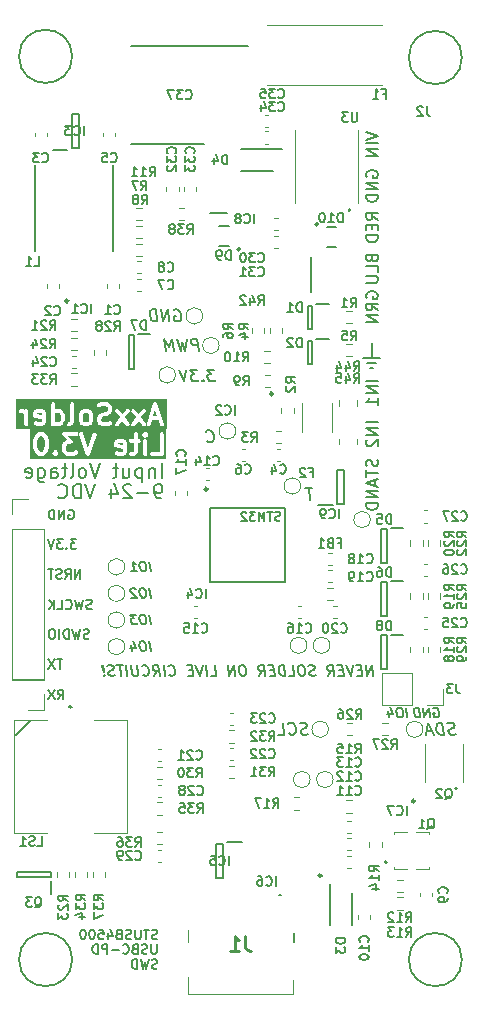
<source format=gbr>
%TF.GenerationSoftware,KiCad,Pcbnew,7.0.7*%
%TF.CreationDate,2024-05-25T17:21:06-04:00*%
%TF.ProjectId,AxxSolder,41787853-6f6c-4646-9572-2e6b69636164,rev?*%
%TF.SameCoordinates,Original*%
%TF.FileFunction,Legend,Bot*%
%TF.FilePolarity,Positive*%
%FSLAX46Y46*%
G04 Gerber Fmt 4.6, Leading zero omitted, Abs format (unit mm)*
G04 Created by KiCad (PCBNEW 7.0.7) date 2024-05-25 17:21:06*
%MOMM*%
%LPD*%
G01*
G04 APERTURE LIST*
%ADD10C,0.200000*%
%ADD11C,0.150000*%
%ADD12C,0.340000*%
%ADD13C,0.254000*%
%ADD14C,0.120000*%
%ADD15C,0.100000*%
%ADD16C,0.250000*%
G04 APERTURE END LIST*
D10*
X199400000Y-70800000D02*
G75*
G03*
X199400000Y-70800000I-2250000J0D01*
G01*
X166400000Y-70700000D02*
G75*
G03*
X166400000Y-70700000I-2250000J0D01*
G01*
D11*
X180650000Y-87024734D02*
G75*
G03*
X180650000Y-87024734I-150000J0D01*
G01*
X161650000Y-128174734D02*
X162900000Y-126924734D01*
X187250000Y-84924734D02*
G75*
G03*
X187250000Y-84924734I-150000J0D01*
G01*
D10*
X166400000Y-147174734D02*
G75*
G03*
X166400000Y-147174734I-2250000J0D01*
G01*
D11*
X192450000Y-96274734D02*
X191050000Y-96274734D01*
X191850000Y-97074734D02*
X191650000Y-97074734D01*
X192150000Y-96674734D02*
X191350000Y-96674734D01*
D10*
X199400000Y-147174734D02*
G75*
G03*
X199400000Y-147174734I-2250000J0D01*
G01*
X191750000Y-94974734D02*
X191750000Y-96174734D01*
D11*
X198978346Y-132674734D02*
G75*
G03*
X198978346Y-132674734I-78346J0D01*
G01*
D12*
G36*
X163913709Y-102889440D02*
G01*
X163955647Y-102931378D01*
X164015917Y-103051917D01*
X164087267Y-103337318D01*
X164087267Y-103700227D01*
X164015917Y-103985627D01*
X163955646Y-104106167D01*
X163913709Y-104148105D01*
X163812373Y-104198773D01*
X163730732Y-104198773D01*
X163629396Y-104148104D01*
X163587459Y-104106168D01*
X163527188Y-103985626D01*
X163455838Y-103700226D01*
X163455838Y-103337319D01*
X163527188Y-103051919D01*
X163587458Y-102931378D01*
X163629396Y-102889440D01*
X163730732Y-102838773D01*
X163812373Y-102838773D01*
X163913709Y-102889440D01*
G37*
G36*
X170687700Y-103443102D02*
G01*
X170725363Y-103518428D01*
X170725363Y-103594738D01*
X170263836Y-103502433D01*
X170293502Y-103443102D01*
X170368828Y-103405440D01*
X170612374Y-103405440D01*
X170687700Y-103443102D01*
G37*
G36*
X174384411Y-104781630D02*
G01*
X162872981Y-104781630D01*
X162872981Y-103721154D01*
X163115838Y-103721154D01*
X163115907Y-103721436D01*
X163115839Y-103721718D01*
X163120914Y-103762385D01*
X163201867Y-104086195D01*
X163203258Y-104088824D01*
X163214738Y-104120989D01*
X163295690Y-104282894D01*
X163300193Y-104288183D01*
X163302260Y-104294815D01*
X163327535Y-104327076D01*
X163408488Y-104408029D01*
X163414431Y-104411622D01*
X163418490Y-104417261D01*
X163452670Y-104439874D01*
X163614574Y-104520826D01*
X163633100Y-104525007D01*
X163649916Y-104533833D01*
X163690600Y-104538773D01*
X163852505Y-104538773D01*
X163870944Y-104534228D01*
X163889933Y-104534602D01*
X163928531Y-104520826D01*
X164090436Y-104439874D01*
X164095726Y-104435369D01*
X164102358Y-104433303D01*
X164134619Y-104408028D01*
X164215571Y-104327075D01*
X164219164Y-104321130D01*
X164224801Y-104317074D01*
X164237364Y-104298086D01*
X164735196Y-104298086D01*
X164738300Y-104308049D01*
X164737671Y-104318464D01*
X164750270Y-104346458D01*
X164759404Y-104375769D01*
X164768938Y-104387938D01*
X164771065Y-104392664D01*
X164775144Y-104395859D01*
X164784679Y-104408030D01*
X164865632Y-104488982D01*
X164878948Y-104497032D01*
X164889268Y-104508680D01*
X164903818Y-104514198D01*
X164916069Y-104523796D01*
X164926332Y-104525676D01*
X164935264Y-104531076D01*
X164950797Y-104532015D01*
X164965348Y-104537534D01*
X164980797Y-104535658D01*
X164996103Y-104538463D01*
X165006067Y-104535358D01*
X165016483Y-104535988D01*
X165030672Y-104529601D01*
X165046122Y-104527726D01*
X165058929Y-104518885D01*
X165073786Y-104514256D01*
X165085957Y-104504720D01*
X165090682Y-104502594D01*
X165093877Y-104498515D01*
X165106047Y-104488981D01*
X165186999Y-104408029D01*
X165202879Y-104381759D01*
X165221814Y-104357592D01*
X165223695Y-104347327D01*
X165229094Y-104338397D01*
X165230947Y-104307754D01*
X165236481Y-104277558D01*
X165233376Y-104267593D01*
X165234006Y-104257178D01*
X165221407Y-104229184D01*
X165212274Y-104199875D01*
X165202737Y-104187702D01*
X165200612Y-104182979D01*
X165196534Y-104179784D01*
X165187000Y-104167614D01*
X165106048Y-104086661D01*
X165092729Y-104078609D01*
X165082410Y-104066961D01*
X165067859Y-104061442D01*
X165055609Y-104051845D01*
X165045347Y-104049964D01*
X165037074Y-104044963D01*
X165544410Y-104044963D01*
X165548955Y-104063404D01*
X165548582Y-104082392D01*
X165562358Y-104120990D01*
X165643311Y-104282895D01*
X165647812Y-104288182D01*
X165649879Y-104294814D01*
X165675154Y-104327075D01*
X165756106Y-104408028D01*
X165762050Y-104411621D01*
X165766109Y-104417261D01*
X165800289Y-104439874D01*
X165962194Y-104520826D01*
X165980720Y-104525007D01*
X165997536Y-104533833D01*
X166038220Y-104538773D01*
X166523934Y-104538773D01*
X166542373Y-104534228D01*
X166561362Y-104534602D01*
X166599960Y-104520826D01*
X166761865Y-104439874D01*
X166767155Y-104435369D01*
X166773787Y-104433303D01*
X166806048Y-104408028D01*
X166887000Y-104327075D01*
X166929094Y-104257443D01*
X166934006Y-104176224D01*
X166900612Y-104102025D01*
X166836560Y-104051844D01*
X166756526Y-104037178D01*
X166678843Y-104061386D01*
X166646582Y-104086661D01*
X166585138Y-104148105D01*
X166483802Y-104198773D01*
X166078352Y-104198773D01*
X165977015Y-104148105D01*
X165935078Y-104106168D01*
X165884410Y-104004831D01*
X165884410Y-103680332D01*
X165935077Y-103578997D01*
X165977015Y-103537059D01*
X166078352Y-103486392D01*
X166281077Y-103486392D01*
X166290700Y-103484020D01*
X166300530Y-103485275D01*
X166329775Y-103474389D01*
X166360080Y-103466920D01*
X166367497Y-103460348D01*
X166376786Y-103456891D01*
X166397627Y-103433655D01*
X166420984Y-103412963D01*
X166424497Y-103403698D01*
X166431116Y-103396320D01*
X166438771Y-103366062D01*
X166449838Y-103336883D01*
X166448643Y-103327044D01*
X166451074Y-103317438D01*
X166443792Y-103287091D01*
X166440030Y-103256109D01*
X166434400Y-103247952D01*
X166432088Y-103238317D01*
X166409015Y-103204446D01*
X166089051Y-102838773D01*
X166766791Y-102838773D01*
X166845794Y-102819301D01*
X166906698Y-102765344D01*
X166935552Y-102689264D01*
X166934715Y-102682373D01*
X167002098Y-102682373D01*
X167010277Y-102722532D01*
X167576944Y-104422531D01*
X167591596Y-104445726D01*
X167602362Y-104470962D01*
X167613038Y-104479670D01*
X167620399Y-104491323D01*
X167644154Y-104505052D01*
X167665414Y-104522394D01*
X167678919Y-104525144D01*
X167690847Y-104532038D01*
X167718253Y-104533155D01*
X167745144Y-104538632D01*
X167758379Y-104534791D01*
X167772147Y-104535353D01*
X167796937Y-104523603D01*
X167823288Y-104515958D01*
X167833222Y-104506406D01*
X167845675Y-104500505D01*
X167862166Y-104478579D01*
X167881944Y-104459566D01*
X167891270Y-104439888D01*
X167894586Y-104435480D01*
X167895228Y-104431535D01*
X167899496Y-104422532D01*
X168160273Y-103640201D01*
X169915839Y-103640201D01*
X169919236Y-103653983D01*
X169918150Y-103668140D01*
X169928843Y-103692963D01*
X169935311Y-103719204D01*
X169944725Y-103729830D01*
X169950342Y-103742869D01*
X169971347Y-103759879D01*
X169989268Y-103780108D01*
X170002540Y-103785141D01*
X170013574Y-103794077D01*
X170052499Y-103806900D01*
X170725363Y-103941472D01*
X170725363Y-104085784D01*
X170687700Y-104161110D01*
X170612374Y-104198773D01*
X170368828Y-104198773D01*
X170242818Y-104135768D01*
X170163448Y-104117853D01*
X170084843Y-104138877D01*
X170025011Y-104194021D01*
X169997661Y-104270654D01*
X170009056Y-104351219D01*
X170056586Y-104417261D01*
X170090766Y-104439874D01*
X170252670Y-104520826D01*
X170271196Y-104525007D01*
X170288012Y-104533833D01*
X170328696Y-104538773D01*
X170652506Y-104538773D01*
X170670945Y-104534228D01*
X170689934Y-104534602D01*
X170728532Y-104520826D01*
X170890437Y-104439874D01*
X170916288Y-104417863D01*
X170943851Y-104398027D01*
X170949350Y-104389715D01*
X170952391Y-104387126D01*
X170954446Y-104382011D01*
X170966464Y-104363847D01*
X170974246Y-104348282D01*
X171212317Y-104348282D01*
X171222125Y-104429056D01*
X171268347Y-104496020D01*
X171340394Y-104533833D01*
X171381078Y-104538773D01*
X171542982Y-104538773D01*
X171561421Y-104534228D01*
X171580410Y-104534602D01*
X171619008Y-104520826D01*
X171780913Y-104439874D01*
X171806770Y-104417859D01*
X171834326Y-104398027D01*
X171839824Y-104389716D01*
X171842867Y-104387126D01*
X171844923Y-104382008D01*
X171853680Y-104368773D01*
X172425364Y-104368773D01*
X172444836Y-104447776D01*
X172498793Y-104508680D01*
X172574873Y-104537534D01*
X172655647Y-104527726D01*
X172722611Y-104481504D01*
X172760424Y-104409457D01*
X172765364Y-104368773D01*
X172765364Y-104348282D01*
X172993269Y-104348282D01*
X173003077Y-104429056D01*
X173049299Y-104496020D01*
X173121346Y-104533833D01*
X173162030Y-104538773D01*
X173971554Y-104538773D01*
X174001359Y-104531426D01*
X174031837Y-104527726D01*
X174040424Y-104521798D01*
X174050557Y-104519301D01*
X174073535Y-104498943D01*
X174098801Y-104481504D01*
X174103650Y-104472263D01*
X174111461Y-104465344D01*
X174122347Y-104436640D01*
X174136614Y-104409457D01*
X174138477Y-104394108D01*
X174140315Y-104389264D01*
X174139690Y-104384120D01*
X174141554Y-104368773D01*
X174141554Y-102668773D01*
X174122082Y-102589770D01*
X174068125Y-102528866D01*
X173992045Y-102500012D01*
X173911271Y-102509820D01*
X173844307Y-102556042D01*
X173806494Y-102628089D01*
X173801554Y-102668773D01*
X173801554Y-104198773D01*
X173162030Y-104198773D01*
X173083027Y-104218245D01*
X173022123Y-104272202D01*
X172993269Y-104348282D01*
X172765364Y-104348282D01*
X172765364Y-103235440D01*
X172745892Y-103156437D01*
X172691935Y-103095533D01*
X172615855Y-103066679D01*
X172535081Y-103076487D01*
X172468117Y-103122709D01*
X172430304Y-103194756D01*
X172425364Y-103235440D01*
X172425364Y-104368773D01*
X171853680Y-104368773D01*
X171856939Y-104363848D01*
X171937893Y-104201942D01*
X171942074Y-104183415D01*
X171950900Y-104166600D01*
X171955840Y-104125916D01*
X171955840Y-103405440D01*
X172028697Y-103405440D01*
X172107700Y-103385968D01*
X172168604Y-103332011D01*
X172197458Y-103255931D01*
X172187650Y-103175157D01*
X172141428Y-103108193D01*
X172069381Y-103070380D01*
X172028697Y-103065440D01*
X171955840Y-103065440D01*
X171955840Y-102759989D01*
X172344721Y-102759989D01*
X172347825Y-102769952D01*
X172347196Y-102780367D01*
X172359794Y-102808360D01*
X172368928Y-102837672D01*
X172378462Y-102849841D01*
X172380589Y-102854567D01*
X172384668Y-102857762D01*
X172394203Y-102869933D01*
X172475156Y-102950886D01*
X172488473Y-102958936D01*
X172498793Y-102970585D01*
X172513342Y-102976102D01*
X172525595Y-102985702D01*
X172535858Y-102987582D01*
X172544788Y-102992981D01*
X172560322Y-102993920D01*
X172574873Y-102999439D01*
X172590322Y-102997563D01*
X172605629Y-103000368D01*
X172615592Y-102997263D01*
X172626007Y-102997893D01*
X172640196Y-102991507D01*
X172655647Y-102989631D01*
X172668456Y-102980789D01*
X172683312Y-102976160D01*
X172695481Y-102966625D01*
X172700207Y-102964499D01*
X172703402Y-102960419D01*
X172715573Y-102950885D01*
X172796525Y-102869932D01*
X172812407Y-102843659D01*
X172831339Y-102819495D01*
X172833219Y-102809231D01*
X172838619Y-102800300D01*
X172840472Y-102769656D01*
X172846006Y-102739460D01*
X172842901Y-102729496D01*
X172843531Y-102719081D01*
X172830932Y-102691088D01*
X172821799Y-102661778D01*
X172812263Y-102649606D01*
X172810137Y-102644882D01*
X172806058Y-102641686D01*
X172796524Y-102629517D01*
X172715572Y-102548565D01*
X172702254Y-102540514D01*
X172691935Y-102528866D01*
X172677386Y-102523348D01*
X172665135Y-102513750D01*
X172654870Y-102511868D01*
X172645940Y-102506470D01*
X172630405Y-102505530D01*
X172615855Y-102500012D01*
X172600406Y-102501887D01*
X172585101Y-102499083D01*
X172575136Y-102502187D01*
X172564721Y-102501558D01*
X172550531Y-102507943D01*
X172535081Y-102509820D01*
X172522272Y-102518661D01*
X172507418Y-102523290D01*
X172495246Y-102532825D01*
X172490521Y-102534952D01*
X172487325Y-102539031D01*
X172475157Y-102548564D01*
X172394204Y-102629516D01*
X172378321Y-102655788D01*
X172359388Y-102679955D01*
X172357507Y-102690216D01*
X172352108Y-102699148D01*
X172350254Y-102729793D01*
X172344721Y-102759989D01*
X171955840Y-102759989D01*
X171955840Y-102668773D01*
X171936368Y-102589770D01*
X171882411Y-102528866D01*
X171806331Y-102500012D01*
X171725557Y-102509820D01*
X171658593Y-102556042D01*
X171620780Y-102628089D01*
X171615840Y-102668773D01*
X171615840Y-103065440D01*
X171381078Y-103065440D01*
X171302075Y-103084912D01*
X171241171Y-103138869D01*
X171212317Y-103214949D01*
X171222125Y-103295723D01*
X171268347Y-103362687D01*
X171340394Y-103400500D01*
X171381078Y-103405440D01*
X171615840Y-103405440D01*
X171615840Y-104085784D01*
X171578177Y-104161109D01*
X171502850Y-104198773D01*
X171381078Y-104198773D01*
X171302075Y-104218245D01*
X171241171Y-104272202D01*
X171212317Y-104348282D01*
X170974246Y-104348282D01*
X171047416Y-104201942D01*
X171051597Y-104183415D01*
X171060423Y-104166600D01*
X171065363Y-104125916D01*
X171065363Y-103478297D01*
X171060818Y-103459857D01*
X171061192Y-103440869D01*
X171047416Y-103402271D01*
X170966464Y-103240366D01*
X170944453Y-103214514D01*
X170924617Y-103186952D01*
X170916305Y-103181452D01*
X170913716Y-103178412D01*
X170908601Y-103176356D01*
X170890437Y-103164339D01*
X170728532Y-103083387D01*
X170710005Y-103079205D01*
X170693190Y-103070380D01*
X170652506Y-103065440D01*
X170328696Y-103065440D01*
X170310256Y-103069984D01*
X170291268Y-103069611D01*
X170252670Y-103083387D01*
X170090766Y-103164339D01*
X170064913Y-103186349D01*
X170037353Y-103206185D01*
X170031854Y-103214495D01*
X170028811Y-103217087D01*
X170026753Y-103222206D01*
X170014740Y-103240365D01*
X169933787Y-103402270D01*
X169929605Y-103420795D01*
X169920779Y-103437613D01*
X169915839Y-103478297D01*
X169915839Y-103640201D01*
X168160273Y-103640201D01*
X168466163Y-102722532D01*
X168472673Y-102641426D01*
X168440745Y-102566584D01*
X168377693Y-102515153D01*
X168297963Y-102498914D01*
X168219818Y-102521588D01*
X168161163Y-102577981D01*
X168143611Y-102615015D01*
X167738220Y-103831186D01*
X167332829Y-102615014D01*
X167289373Y-102546223D01*
X167218926Y-102505507D01*
X167137626Y-102502192D01*
X167064098Y-102537040D01*
X167015187Y-102602066D01*
X167002098Y-102682373D01*
X166934715Y-102682373D01*
X166925744Y-102608490D01*
X166879522Y-102541526D01*
X166807475Y-102503713D01*
X166766791Y-102498773D01*
X165714410Y-102498773D01*
X165704786Y-102501144D01*
X165694958Y-102499890D01*
X165665712Y-102510775D01*
X165635407Y-102518245D01*
X165627989Y-102524816D01*
X165618701Y-102528274D01*
X165597859Y-102551509D01*
X165574503Y-102572202D01*
X165570989Y-102581466D01*
X165564371Y-102588845D01*
X165556715Y-102619102D01*
X165545649Y-102648282D01*
X165546843Y-102658120D01*
X165544413Y-102667727D01*
X165551694Y-102698073D01*
X165555457Y-102729056D01*
X165561086Y-102737212D01*
X165563399Y-102746848D01*
X165586472Y-102780719D01*
X165934330Y-103178270D01*
X165800289Y-103245291D01*
X165794998Y-103249795D01*
X165788367Y-103251862D01*
X165756106Y-103277137D01*
X165675154Y-103358090D01*
X165671561Y-103364032D01*
X165665924Y-103368090D01*
X165643311Y-103402270D01*
X165562358Y-103564174D01*
X165558176Y-103582700D01*
X165549350Y-103599517D01*
X165544410Y-103640201D01*
X165544410Y-104044963D01*
X165037074Y-104044963D01*
X165036416Y-104044565D01*
X165020880Y-104043625D01*
X165006330Y-104038107D01*
X164990880Y-104039982D01*
X164975575Y-104037178D01*
X164965611Y-104040282D01*
X164955197Y-104039653D01*
X164941007Y-104046038D01*
X164925556Y-104047915D01*
X164912748Y-104056755D01*
X164897892Y-104061385D01*
X164885722Y-104070919D01*
X164880997Y-104073046D01*
X164877801Y-104077125D01*
X164865631Y-104086660D01*
X164784678Y-104167613D01*
X164768797Y-104193881D01*
X164749862Y-104218052D01*
X164747981Y-104228315D01*
X164742583Y-104237245D01*
X164740729Y-104267887D01*
X164735196Y-104298086D01*
X164237364Y-104298086D01*
X164247414Y-104282895D01*
X164328368Y-104120989D01*
X164329024Y-104118081D01*
X164341239Y-104086194D01*
X164422191Y-103762385D01*
X164422191Y-103762095D01*
X164422327Y-103761838D01*
X164427267Y-103721154D01*
X164427267Y-103316392D01*
X164427197Y-103316110D01*
X164427266Y-103315829D01*
X164422191Y-103275162D01*
X164341239Y-102951351D01*
X164339849Y-102948724D01*
X164328367Y-102916555D01*
X164247414Y-102754651D01*
X164242911Y-102749362D01*
X164240845Y-102742732D01*
X164215571Y-102710471D01*
X164134619Y-102629518D01*
X164128674Y-102625924D01*
X164124616Y-102620285D01*
X164090436Y-102597672D01*
X163928531Y-102516720D01*
X163910004Y-102512538D01*
X163893189Y-102503713D01*
X163852505Y-102498773D01*
X163690600Y-102498773D01*
X163672160Y-102503317D01*
X163653172Y-102502944D01*
X163614574Y-102516720D01*
X163452670Y-102597672D01*
X163447380Y-102602175D01*
X163440749Y-102604242D01*
X163408488Y-102629517D01*
X163327535Y-102710470D01*
X163323941Y-102716413D01*
X163318303Y-102720472D01*
X163295690Y-102754652D01*
X163214738Y-102916556D01*
X163214082Y-102919461D01*
X163201867Y-102951351D01*
X163120914Y-103275161D01*
X163120913Y-103275450D01*
X163120778Y-103275708D01*
X163115838Y-103316392D01*
X163115838Y-103721154D01*
X162872981Y-103721154D01*
X162872981Y-102255916D01*
X174384411Y-102255916D01*
X174384411Y-104781630D01*
G37*
G36*
X163849606Y-100917836D02*
G01*
X163887269Y-100993162D01*
X163887269Y-101069472D01*
X163425742Y-100977167D01*
X163455408Y-100917836D01*
X163530734Y-100880174D01*
X163774280Y-100880174D01*
X163849606Y-100917836D01*
G37*
G36*
X165332759Y-100930842D02*
G01*
X165374696Y-100972778D01*
X165425364Y-101074114D01*
X165425364Y-101479565D01*
X165374695Y-101580902D01*
X165332759Y-101622838D01*
X165231422Y-101673507D01*
X164987877Y-101673507D01*
X164955840Y-101657488D01*
X164955840Y-100896192D01*
X164987877Y-100880174D01*
X165231422Y-100880174D01*
X165332759Y-100930842D01*
G37*
G36*
X167761330Y-100930842D02*
G01*
X167803267Y-100972778D01*
X167853935Y-101074114D01*
X167853935Y-101479565D01*
X167803266Y-101580902D01*
X167761330Y-101622838D01*
X167659993Y-101673507D01*
X167497400Y-101673507D01*
X167396064Y-101622839D01*
X167354127Y-101580902D01*
X167303459Y-101479565D01*
X167303459Y-101074114D01*
X167354126Y-100972778D01*
X167396063Y-100930842D01*
X167497400Y-100880174D01*
X167659993Y-100880174D01*
X167761330Y-100930842D01*
G37*
G36*
X173616644Y-101187793D02*
G01*
X173278844Y-101187793D01*
X173447744Y-100681093D01*
X173616644Y-101187793D01*
G37*
G36*
X174426723Y-102256364D02*
G01*
X161621841Y-102256364D01*
X161621841Y-100689683D01*
X161864698Y-100689683D01*
X161874506Y-100770457D01*
X161920728Y-100837421D01*
X161992775Y-100875234D01*
X162033459Y-100880174D01*
X162155232Y-100880174D01*
X162256569Y-100930842D01*
X162298506Y-100972779D01*
X162349174Y-101074114D01*
X162349174Y-101843507D01*
X162368646Y-101922510D01*
X162422603Y-101983414D01*
X162498683Y-102012268D01*
X162579457Y-102002460D01*
X162646421Y-101956238D01*
X162684234Y-101884191D01*
X162689174Y-101843507D01*
X162689174Y-101114935D01*
X163077745Y-101114935D01*
X163081142Y-101128717D01*
X163080056Y-101142874D01*
X163090749Y-101167697D01*
X163097217Y-101193938D01*
X163106631Y-101204564D01*
X163112248Y-101217603D01*
X163133253Y-101234613D01*
X163151174Y-101254842D01*
X163164446Y-101259875D01*
X163175480Y-101268811D01*
X163214405Y-101281634D01*
X163887269Y-101416206D01*
X163887269Y-101560518D01*
X163849606Y-101635844D01*
X163774280Y-101673507D01*
X163530734Y-101673507D01*
X163404724Y-101610502D01*
X163325354Y-101592587D01*
X163246749Y-101613611D01*
X163186917Y-101668755D01*
X163159567Y-101745388D01*
X163170962Y-101825953D01*
X163218492Y-101891995D01*
X163252672Y-101914608D01*
X163414576Y-101995560D01*
X163433102Y-101999741D01*
X163449918Y-102008567D01*
X163490602Y-102013507D01*
X163814412Y-102013507D01*
X163832851Y-102008962D01*
X163851840Y-102009336D01*
X163890438Y-101995560D01*
X164052343Y-101914608D01*
X164078194Y-101892597D01*
X164105757Y-101872761D01*
X164111256Y-101864449D01*
X164114297Y-101861860D01*
X164116352Y-101856745D01*
X164125111Y-101843507D01*
X164615840Y-101843507D01*
X164635312Y-101922510D01*
X164689269Y-101983414D01*
X164765349Y-102012268D01*
X164846123Y-102002460D01*
X164862672Y-101991036D01*
X164871719Y-101995560D01*
X164890245Y-101999741D01*
X164907061Y-102008567D01*
X164947745Y-102013507D01*
X165271554Y-102013507D01*
X165289993Y-102008962D01*
X165308982Y-102009336D01*
X165347580Y-101995560D01*
X165509485Y-101914608D01*
X165514774Y-101910104D01*
X165521406Y-101908038D01*
X165553667Y-101882763D01*
X165616731Y-101819699D01*
X165993706Y-101819699D01*
X166001922Y-101900651D01*
X166046817Y-101968511D01*
X166118107Y-102007735D01*
X166199458Y-102009336D01*
X166238056Y-101995560D01*
X166399961Y-101914608D01*
X166425818Y-101892593D01*
X166453374Y-101872761D01*
X166458872Y-101864450D01*
X166461915Y-101861860D01*
X166463971Y-101856742D01*
X166475987Y-101838582D01*
X166556941Y-101676676D01*
X166561122Y-101658149D01*
X166569948Y-101641334D01*
X166574888Y-101600650D01*
X166574888Y-101519697D01*
X166963459Y-101519697D01*
X166968003Y-101538136D01*
X166967630Y-101557125D01*
X166981406Y-101595723D01*
X167062358Y-101757628D01*
X167066861Y-101762917D01*
X167068928Y-101769549D01*
X167094203Y-101801810D01*
X167175156Y-101882763D01*
X167181099Y-101886356D01*
X167185158Y-101891995D01*
X167219338Y-101914608D01*
X167381242Y-101995560D01*
X167399768Y-101999741D01*
X167416584Y-102008567D01*
X167457268Y-102013507D01*
X167700125Y-102013507D01*
X167718564Y-102008962D01*
X167737553Y-102009336D01*
X167776151Y-101995560D01*
X167938056Y-101914608D01*
X167943345Y-101910104D01*
X167949977Y-101908038D01*
X167982238Y-101882763D01*
X168063191Y-101801810D01*
X168066784Y-101795866D01*
X168072423Y-101791808D01*
X168095036Y-101757628D01*
X168175988Y-101595723D01*
X168180169Y-101577196D01*
X168188995Y-101560381D01*
X168193935Y-101519697D01*
X168501554Y-101519697D01*
X168506099Y-101538138D01*
X168505726Y-101557126D01*
X168519502Y-101595724D01*
X168600455Y-101757629D01*
X168604956Y-101762916D01*
X168607023Y-101769548D01*
X168632298Y-101801809D01*
X168713250Y-101882762D01*
X168719194Y-101886355D01*
X168723253Y-101891995D01*
X168757433Y-101914608D01*
X168919338Y-101995560D01*
X168937864Y-101999741D01*
X168954680Y-102008567D01*
X168995364Y-102013507D01*
X169400126Y-102013507D01*
X169406870Y-102011844D01*
X169413726Y-102012962D01*
X169453885Y-102004783D01*
X169696742Y-101923831D01*
X169765533Y-101880375D01*
X169806249Y-101809928D01*
X169809564Y-101728628D01*
X169774716Y-101655100D01*
X169709691Y-101606189D01*
X169629383Y-101593100D01*
X169589225Y-101601279D01*
X169372539Y-101673507D01*
X169035496Y-101673507D01*
X168934159Y-101622839D01*
X168892222Y-101580902D01*
X168841554Y-101479565D01*
X168841554Y-101397924D01*
X168892222Y-101296587D01*
X168934159Y-101254650D01*
X169054700Y-101194380D01*
X169360404Y-101117955D01*
X169363035Y-101116562D01*
X169395200Y-101105083D01*
X169557105Y-101024130D01*
X169562392Y-101019628D01*
X169569024Y-101017562D01*
X169601285Y-100992287D01*
X169682238Y-100911335D01*
X169685831Y-100905390D01*
X169691471Y-100901332D01*
X169714084Y-100867152D01*
X169795036Y-100705247D01*
X169796187Y-100700147D01*
X170039945Y-100700147D01*
X170054724Y-100780161D01*
X170075975Y-100815204D01*
X170438689Y-101276840D01*
X170075975Y-101738477D01*
X170042476Y-101812629D01*
X170047276Y-101893855D01*
X170089272Y-101963547D01*
X170158846Y-102005739D01*
X170240058Y-102010765D01*
X170314303Y-101977475D01*
X170343323Y-101948537D01*
X170654887Y-101552001D01*
X170966451Y-101948537D01*
X171030572Y-101998628D01*
X171110627Y-102013182D01*
X171188277Y-101988867D01*
X171245731Y-101931251D01*
X171269829Y-101853534D01*
X171255050Y-101773520D01*
X171233799Y-101738477D01*
X170871084Y-101276840D01*
X171233799Y-100815204D01*
X171267298Y-100741052D01*
X171264881Y-100700147D01*
X171416135Y-100700147D01*
X171430914Y-100780161D01*
X171452165Y-100815204D01*
X171814879Y-101276840D01*
X171452165Y-101738477D01*
X171418666Y-101812629D01*
X171423466Y-101893855D01*
X171465462Y-101963547D01*
X171535036Y-102005739D01*
X171616248Y-102010765D01*
X171690493Y-101977475D01*
X171719513Y-101948537D01*
X172031077Y-101552001D01*
X172342641Y-101948537D01*
X172406762Y-101998628D01*
X172486817Y-102013182D01*
X172564467Y-101988867D01*
X172621921Y-101931251D01*
X172640648Y-101870855D01*
X172713291Y-101870855D01*
X172745219Y-101945696D01*
X172808271Y-101997128D01*
X172888001Y-102013366D01*
X172966145Y-101990692D01*
X173024801Y-101934300D01*
X173042353Y-101897266D01*
X173165511Y-101527793D01*
X173729978Y-101527793D01*
X173853135Y-101897265D01*
X173896590Y-101966057D01*
X173967038Y-102006772D01*
X174048338Y-102010087D01*
X174121866Y-101975239D01*
X174170777Y-101910214D01*
X174183866Y-101829906D01*
X174175687Y-101789748D01*
X173609020Y-100089748D01*
X173594367Y-100066552D01*
X173583602Y-100041318D01*
X173572924Y-100032608D01*
X173565564Y-100020957D01*
X173541807Y-100007226D01*
X173520550Y-99989887D01*
X173507048Y-99987137D01*
X173495117Y-99980241D01*
X173467701Y-99979123D01*
X173440820Y-99973648D01*
X173427587Y-99977487D01*
X173413817Y-99976926D01*
X173389022Y-99988677D01*
X173362675Y-99996322D01*
X173352741Y-100005872D01*
X173340289Y-100011774D01*
X173323794Y-100033703D01*
X173304020Y-100052715D01*
X173294695Y-100072389D01*
X173291378Y-100076800D01*
X173290734Y-100080746D01*
X173286468Y-100089749D01*
X172719801Y-101789748D01*
X172713291Y-101870855D01*
X172640648Y-101870855D01*
X172646019Y-101853534D01*
X172631240Y-101773520D01*
X172609989Y-101738477D01*
X172247274Y-101276840D01*
X172609989Y-100815204D01*
X172643488Y-100741052D01*
X172638688Y-100659826D01*
X172596692Y-100590134D01*
X172527118Y-100547942D01*
X172445906Y-100542915D01*
X172371661Y-100576206D01*
X172342641Y-100605144D01*
X172031077Y-101001679D01*
X171719513Y-100605144D01*
X171655392Y-100555053D01*
X171575337Y-100540499D01*
X171497687Y-100564814D01*
X171440233Y-100622430D01*
X171416135Y-100700147D01*
X171264881Y-100700147D01*
X171262498Y-100659826D01*
X171220502Y-100590134D01*
X171150928Y-100547942D01*
X171069716Y-100542915D01*
X170995471Y-100576206D01*
X170966451Y-100605144D01*
X170654887Y-101001679D01*
X170343323Y-100605144D01*
X170279202Y-100555053D01*
X170199147Y-100540499D01*
X170121497Y-100564814D01*
X170064043Y-100622430D01*
X170039945Y-100700147D01*
X169796187Y-100700147D01*
X169799217Y-100686720D01*
X169808043Y-100669905D01*
X169812983Y-100629221D01*
X169812983Y-100467316D01*
X169808438Y-100448876D01*
X169808812Y-100429888D01*
X169795036Y-100391290D01*
X169714084Y-100229386D01*
X169709580Y-100224096D01*
X169707514Y-100217465D01*
X169682239Y-100185204D01*
X169601286Y-100104251D01*
X169595342Y-100100657D01*
X169591284Y-100095019D01*
X169557104Y-100072406D01*
X169395199Y-99991454D01*
X169376672Y-99987272D01*
X169359857Y-99978447D01*
X169319173Y-99973507D01*
X168914412Y-99973507D01*
X168907667Y-99975169D01*
X168900812Y-99974052D01*
X168860654Y-99982231D01*
X168617796Y-100063183D01*
X168549004Y-100106638D01*
X168508288Y-100177086D01*
X168504973Y-100258386D01*
X168539821Y-100331914D01*
X168604847Y-100380825D01*
X168685154Y-100393914D01*
X168725312Y-100385735D01*
X168941999Y-100313507D01*
X169279041Y-100313507D01*
X169380378Y-100364175D01*
X169422315Y-100406111D01*
X169472983Y-100507448D01*
X169472983Y-100589089D01*
X169422315Y-100690425D01*
X169380378Y-100732362D01*
X169259837Y-100792633D01*
X168954133Y-100869059D01*
X168951505Y-100870449D01*
X168919338Y-100881930D01*
X168757433Y-100962882D01*
X168752142Y-100967386D01*
X168745511Y-100969453D01*
X168713250Y-100994728D01*
X168632298Y-101075681D01*
X168628705Y-101081623D01*
X168623068Y-101085681D01*
X168600455Y-101119861D01*
X168519502Y-101281766D01*
X168515320Y-101300291D01*
X168506494Y-101317109D01*
X168501554Y-101357793D01*
X168501554Y-101519697D01*
X168193935Y-101519697D01*
X168193935Y-101033983D01*
X168189390Y-101015543D01*
X168189764Y-100996555D01*
X168175988Y-100957957D01*
X168095036Y-100796052D01*
X168090531Y-100790761D01*
X168088465Y-100784130D01*
X168063190Y-100751869D01*
X167982237Y-100670917D01*
X167976293Y-100667324D01*
X167972236Y-100661686D01*
X167938056Y-100639073D01*
X167776151Y-100558121D01*
X167757624Y-100553939D01*
X167740809Y-100545114D01*
X167700125Y-100540174D01*
X167457268Y-100540174D01*
X167438828Y-100544718D01*
X167419840Y-100544345D01*
X167381242Y-100558121D01*
X167219338Y-100639073D01*
X167214047Y-100643577D01*
X167207418Y-100645643D01*
X167175157Y-100670917D01*
X167094204Y-100751869D01*
X167090610Y-100757813D01*
X167084971Y-100761872D01*
X167062358Y-100796052D01*
X166981406Y-100957957D01*
X166977224Y-100976483D01*
X166968399Y-100993299D01*
X166963459Y-101033983D01*
X166963459Y-101519697D01*
X166574888Y-101519697D01*
X166574888Y-100143507D01*
X166555416Y-100064504D01*
X166501459Y-100003600D01*
X166425379Y-99974746D01*
X166344605Y-99984554D01*
X166277641Y-100030776D01*
X166239828Y-100102823D01*
X166234888Y-100143507D01*
X166234888Y-101560518D01*
X166197225Y-101635843D01*
X166086004Y-101691454D01*
X166024050Y-101744202D01*
X165993706Y-101819699D01*
X165616731Y-101819699D01*
X165634620Y-101801810D01*
X165638213Y-101795866D01*
X165643852Y-101791808D01*
X165666465Y-101757628D01*
X165747417Y-101595723D01*
X165751598Y-101577196D01*
X165760424Y-101560381D01*
X165765364Y-101519697D01*
X165765364Y-101033983D01*
X165760819Y-101015543D01*
X165761193Y-100996555D01*
X165747417Y-100957957D01*
X165666465Y-100796052D01*
X165661960Y-100790761D01*
X165659894Y-100784130D01*
X165634619Y-100751869D01*
X165553666Y-100670917D01*
X165547722Y-100667324D01*
X165543665Y-100661686D01*
X165509485Y-100639073D01*
X165347580Y-100558121D01*
X165329053Y-100553939D01*
X165312238Y-100545114D01*
X165271554Y-100540174D01*
X164955840Y-100540174D01*
X164955840Y-100143507D01*
X164936368Y-100064504D01*
X164882411Y-100003600D01*
X164806331Y-99974746D01*
X164725557Y-99984554D01*
X164658593Y-100030776D01*
X164620780Y-100102823D01*
X164615840Y-100143507D01*
X164615840Y-101843507D01*
X164125111Y-101843507D01*
X164128370Y-101838581D01*
X164209322Y-101676676D01*
X164213503Y-101658149D01*
X164222329Y-101641334D01*
X164227269Y-101600650D01*
X164227269Y-100953031D01*
X164222724Y-100934591D01*
X164223098Y-100915603D01*
X164209322Y-100877005D01*
X164128370Y-100715100D01*
X164106359Y-100689248D01*
X164086523Y-100661686D01*
X164078211Y-100656186D01*
X164075622Y-100653146D01*
X164070507Y-100651090D01*
X164052343Y-100639073D01*
X163890438Y-100558121D01*
X163871911Y-100553939D01*
X163855096Y-100545114D01*
X163814412Y-100540174D01*
X163490602Y-100540174D01*
X163472162Y-100544718D01*
X163453174Y-100544345D01*
X163414576Y-100558121D01*
X163252672Y-100639073D01*
X163226819Y-100661083D01*
X163199259Y-100680919D01*
X163193760Y-100689229D01*
X163190717Y-100691821D01*
X163188659Y-100696940D01*
X163176646Y-100715099D01*
X163095693Y-100877004D01*
X163091511Y-100895529D01*
X163082685Y-100912347D01*
X163077745Y-100953031D01*
X163077745Y-101114935D01*
X162689174Y-101114935D01*
X162689174Y-100710174D01*
X162669702Y-100631171D01*
X162615745Y-100570267D01*
X162539665Y-100541413D01*
X162458891Y-100551221D01*
X162391927Y-100597443D01*
X162383218Y-100614035D01*
X162271390Y-100558121D01*
X162252863Y-100553939D01*
X162236048Y-100545114D01*
X162195364Y-100540174D01*
X162033459Y-100540174D01*
X161954456Y-100559646D01*
X161893552Y-100613603D01*
X161864698Y-100689683D01*
X161621841Y-100689683D01*
X161621841Y-99730650D01*
X174426723Y-99730650D01*
X174426723Y-102256364D01*
G37*
D11*
X173598935Y-145398934D02*
X173484649Y-145437029D01*
X173484649Y-145437029D02*
X173294173Y-145437029D01*
X173294173Y-145437029D02*
X173217982Y-145398934D01*
X173217982Y-145398934D02*
X173179887Y-145360838D01*
X173179887Y-145360838D02*
X173141792Y-145284648D01*
X173141792Y-145284648D02*
X173141792Y-145208457D01*
X173141792Y-145208457D02*
X173179887Y-145132267D01*
X173179887Y-145132267D02*
X173217982Y-145094172D01*
X173217982Y-145094172D02*
X173294173Y-145056076D01*
X173294173Y-145056076D02*
X173446554Y-145017981D01*
X173446554Y-145017981D02*
X173522744Y-144979886D01*
X173522744Y-144979886D02*
X173560839Y-144941791D01*
X173560839Y-144941791D02*
X173598935Y-144865600D01*
X173598935Y-144865600D02*
X173598935Y-144789410D01*
X173598935Y-144789410D02*
X173560839Y-144713219D01*
X173560839Y-144713219D02*
X173522744Y-144675124D01*
X173522744Y-144675124D02*
X173446554Y-144637029D01*
X173446554Y-144637029D02*
X173256077Y-144637029D01*
X173256077Y-144637029D02*
X173141792Y-144675124D01*
X172913220Y-144637029D02*
X172456077Y-144637029D01*
X172684649Y-145437029D02*
X172684649Y-144637029D01*
X172189410Y-144637029D02*
X172189410Y-145284648D01*
X172189410Y-145284648D02*
X172151315Y-145360838D01*
X172151315Y-145360838D02*
X172113220Y-145398934D01*
X172113220Y-145398934D02*
X172037029Y-145437029D01*
X172037029Y-145437029D02*
X171884648Y-145437029D01*
X171884648Y-145437029D02*
X171808458Y-145398934D01*
X171808458Y-145398934D02*
X171770363Y-145360838D01*
X171770363Y-145360838D02*
X171732267Y-145284648D01*
X171732267Y-145284648D02*
X171732267Y-144637029D01*
X171389411Y-145398934D02*
X171275125Y-145437029D01*
X171275125Y-145437029D02*
X171084649Y-145437029D01*
X171084649Y-145437029D02*
X171008458Y-145398934D01*
X171008458Y-145398934D02*
X170970363Y-145360838D01*
X170970363Y-145360838D02*
X170932268Y-145284648D01*
X170932268Y-145284648D02*
X170932268Y-145208457D01*
X170932268Y-145208457D02*
X170970363Y-145132267D01*
X170970363Y-145132267D02*
X171008458Y-145094172D01*
X171008458Y-145094172D02*
X171084649Y-145056076D01*
X171084649Y-145056076D02*
X171237030Y-145017981D01*
X171237030Y-145017981D02*
X171313220Y-144979886D01*
X171313220Y-144979886D02*
X171351315Y-144941791D01*
X171351315Y-144941791D02*
X171389411Y-144865600D01*
X171389411Y-144865600D02*
X171389411Y-144789410D01*
X171389411Y-144789410D02*
X171351315Y-144713219D01*
X171351315Y-144713219D02*
X171313220Y-144675124D01*
X171313220Y-144675124D02*
X171237030Y-144637029D01*
X171237030Y-144637029D02*
X171046553Y-144637029D01*
X171046553Y-144637029D02*
X170932268Y-144675124D01*
X170322744Y-145017981D02*
X170208458Y-145056076D01*
X170208458Y-145056076D02*
X170170363Y-145094172D01*
X170170363Y-145094172D02*
X170132267Y-145170362D01*
X170132267Y-145170362D02*
X170132267Y-145284648D01*
X170132267Y-145284648D02*
X170170363Y-145360838D01*
X170170363Y-145360838D02*
X170208458Y-145398934D01*
X170208458Y-145398934D02*
X170284648Y-145437029D01*
X170284648Y-145437029D02*
X170589410Y-145437029D01*
X170589410Y-145437029D02*
X170589410Y-144637029D01*
X170589410Y-144637029D02*
X170322744Y-144637029D01*
X170322744Y-144637029D02*
X170246553Y-144675124D01*
X170246553Y-144675124D02*
X170208458Y-144713219D01*
X170208458Y-144713219D02*
X170170363Y-144789410D01*
X170170363Y-144789410D02*
X170170363Y-144865600D01*
X170170363Y-144865600D02*
X170208458Y-144941791D01*
X170208458Y-144941791D02*
X170246553Y-144979886D01*
X170246553Y-144979886D02*
X170322744Y-145017981D01*
X170322744Y-145017981D02*
X170589410Y-145017981D01*
X169446553Y-144903695D02*
X169446553Y-145437029D01*
X169637029Y-144598934D02*
X169827506Y-145170362D01*
X169827506Y-145170362D02*
X169332267Y-145170362D01*
X168646553Y-144637029D02*
X169027505Y-144637029D01*
X169027505Y-144637029D02*
X169065601Y-145017981D01*
X169065601Y-145017981D02*
X169027505Y-144979886D01*
X169027505Y-144979886D02*
X168951315Y-144941791D01*
X168951315Y-144941791D02*
X168760839Y-144941791D01*
X168760839Y-144941791D02*
X168684648Y-144979886D01*
X168684648Y-144979886D02*
X168646553Y-145017981D01*
X168646553Y-145017981D02*
X168608458Y-145094172D01*
X168608458Y-145094172D02*
X168608458Y-145284648D01*
X168608458Y-145284648D02*
X168646553Y-145360838D01*
X168646553Y-145360838D02*
X168684648Y-145398934D01*
X168684648Y-145398934D02*
X168760839Y-145437029D01*
X168760839Y-145437029D02*
X168951315Y-145437029D01*
X168951315Y-145437029D02*
X169027505Y-145398934D01*
X169027505Y-145398934D02*
X169065601Y-145360838D01*
X168113219Y-144637029D02*
X168037029Y-144637029D01*
X168037029Y-144637029D02*
X167960838Y-144675124D01*
X167960838Y-144675124D02*
X167922743Y-144713219D01*
X167922743Y-144713219D02*
X167884648Y-144789410D01*
X167884648Y-144789410D02*
X167846553Y-144941791D01*
X167846553Y-144941791D02*
X167846553Y-145132267D01*
X167846553Y-145132267D02*
X167884648Y-145284648D01*
X167884648Y-145284648D02*
X167922743Y-145360838D01*
X167922743Y-145360838D02*
X167960838Y-145398934D01*
X167960838Y-145398934D02*
X168037029Y-145437029D01*
X168037029Y-145437029D02*
X168113219Y-145437029D01*
X168113219Y-145437029D02*
X168189410Y-145398934D01*
X168189410Y-145398934D02*
X168227505Y-145360838D01*
X168227505Y-145360838D02*
X168265600Y-145284648D01*
X168265600Y-145284648D02*
X168303696Y-145132267D01*
X168303696Y-145132267D02*
X168303696Y-144941791D01*
X168303696Y-144941791D02*
X168265600Y-144789410D01*
X168265600Y-144789410D02*
X168227505Y-144713219D01*
X168227505Y-144713219D02*
X168189410Y-144675124D01*
X168189410Y-144675124D02*
X168113219Y-144637029D01*
X167351314Y-144637029D02*
X167275124Y-144637029D01*
X167275124Y-144637029D02*
X167198933Y-144675124D01*
X167198933Y-144675124D02*
X167160838Y-144713219D01*
X167160838Y-144713219D02*
X167122743Y-144789410D01*
X167122743Y-144789410D02*
X167084648Y-144941791D01*
X167084648Y-144941791D02*
X167084648Y-145132267D01*
X167084648Y-145132267D02*
X167122743Y-145284648D01*
X167122743Y-145284648D02*
X167160838Y-145360838D01*
X167160838Y-145360838D02*
X167198933Y-145398934D01*
X167198933Y-145398934D02*
X167275124Y-145437029D01*
X167275124Y-145437029D02*
X167351314Y-145437029D01*
X167351314Y-145437029D02*
X167427505Y-145398934D01*
X167427505Y-145398934D02*
X167465600Y-145360838D01*
X167465600Y-145360838D02*
X167503695Y-145284648D01*
X167503695Y-145284648D02*
X167541791Y-145132267D01*
X167541791Y-145132267D02*
X167541791Y-144941791D01*
X167541791Y-144941791D02*
X167503695Y-144789410D01*
X167503695Y-144789410D02*
X167465600Y-144713219D01*
X167465600Y-144713219D02*
X167427505Y-144675124D01*
X167427505Y-144675124D02*
X167351314Y-144637029D01*
D10*
X165195863Y-125134429D02*
X165462530Y-124753476D01*
X165653006Y-125134429D02*
X165653006Y-124334429D01*
X165653006Y-124334429D02*
X165348244Y-124334429D01*
X165348244Y-124334429D02*
X165272054Y-124372524D01*
X165272054Y-124372524D02*
X165233959Y-124410619D01*
X165233959Y-124410619D02*
X165195863Y-124486810D01*
X165195863Y-124486810D02*
X165195863Y-124601095D01*
X165195863Y-124601095D02*
X165233959Y-124677286D01*
X165233959Y-124677286D02*
X165272054Y-124715381D01*
X165272054Y-124715381D02*
X165348244Y-124753476D01*
X165348244Y-124753476D02*
X165653006Y-124753476D01*
X164929197Y-124334429D02*
X164395863Y-125134429D01*
X164395863Y-124334429D02*
X164929197Y-125134429D01*
X191349838Y-80912829D02*
X191302219Y-80817591D01*
X191302219Y-80817591D02*
X191302219Y-80674734D01*
X191302219Y-80674734D02*
X191349838Y-80531877D01*
X191349838Y-80531877D02*
X191445076Y-80436639D01*
X191445076Y-80436639D02*
X191540314Y-80389020D01*
X191540314Y-80389020D02*
X191730790Y-80341401D01*
X191730790Y-80341401D02*
X191873647Y-80341401D01*
X191873647Y-80341401D02*
X192064123Y-80389020D01*
X192064123Y-80389020D02*
X192159361Y-80436639D01*
X192159361Y-80436639D02*
X192254600Y-80531877D01*
X192254600Y-80531877D02*
X192302219Y-80674734D01*
X192302219Y-80674734D02*
X192302219Y-80769972D01*
X192302219Y-80769972D02*
X192254600Y-80912829D01*
X192254600Y-80912829D02*
X192206980Y-80960448D01*
X192206980Y-80960448D02*
X191873647Y-80960448D01*
X191873647Y-80960448D02*
X191873647Y-80769972D01*
X192302219Y-81389020D02*
X191302219Y-81389020D01*
X191302219Y-81389020D02*
X192302219Y-81960448D01*
X192302219Y-81960448D02*
X191302219Y-81960448D01*
X192302219Y-82436639D02*
X191302219Y-82436639D01*
X191302219Y-82436639D02*
X191302219Y-82674734D01*
X191302219Y-82674734D02*
X191349838Y-82817591D01*
X191349838Y-82817591D02*
X191445076Y-82912829D01*
X191445076Y-82912829D02*
X191540314Y-82960448D01*
X191540314Y-82960448D02*
X191730790Y-83008067D01*
X191730790Y-83008067D02*
X191873647Y-83008067D01*
X191873647Y-83008067D02*
X192064123Y-82960448D01*
X192064123Y-82960448D02*
X192159361Y-82912829D01*
X192159361Y-82912829D02*
X192254600Y-82817591D01*
X192254600Y-82817591D02*
X192302219Y-82674734D01*
X192302219Y-82674734D02*
X192302219Y-82436639D01*
X168053007Y-117456334D02*
X167938721Y-117494429D01*
X167938721Y-117494429D02*
X167748245Y-117494429D01*
X167748245Y-117494429D02*
X167672054Y-117456334D01*
X167672054Y-117456334D02*
X167633959Y-117418238D01*
X167633959Y-117418238D02*
X167595864Y-117342048D01*
X167595864Y-117342048D02*
X167595864Y-117265857D01*
X167595864Y-117265857D02*
X167633959Y-117189667D01*
X167633959Y-117189667D02*
X167672054Y-117151572D01*
X167672054Y-117151572D02*
X167748245Y-117113476D01*
X167748245Y-117113476D02*
X167900626Y-117075381D01*
X167900626Y-117075381D02*
X167976816Y-117037286D01*
X167976816Y-117037286D02*
X168014911Y-116999191D01*
X168014911Y-116999191D02*
X168053007Y-116923000D01*
X168053007Y-116923000D02*
X168053007Y-116846810D01*
X168053007Y-116846810D02*
X168014911Y-116770619D01*
X168014911Y-116770619D02*
X167976816Y-116732524D01*
X167976816Y-116732524D02*
X167900626Y-116694429D01*
X167900626Y-116694429D02*
X167710149Y-116694429D01*
X167710149Y-116694429D02*
X167595864Y-116732524D01*
X167329197Y-116694429D02*
X167138721Y-117494429D01*
X167138721Y-117494429D02*
X166986340Y-116923000D01*
X166986340Y-116923000D02*
X166833959Y-117494429D01*
X166833959Y-117494429D02*
X166643483Y-116694429D01*
X165881577Y-117418238D02*
X165919673Y-117456334D01*
X165919673Y-117456334D02*
X166033958Y-117494429D01*
X166033958Y-117494429D02*
X166110149Y-117494429D01*
X166110149Y-117494429D02*
X166224435Y-117456334D01*
X166224435Y-117456334D02*
X166300625Y-117380143D01*
X166300625Y-117380143D02*
X166338720Y-117303953D01*
X166338720Y-117303953D02*
X166376816Y-117151572D01*
X166376816Y-117151572D02*
X166376816Y-117037286D01*
X166376816Y-117037286D02*
X166338720Y-116884905D01*
X166338720Y-116884905D02*
X166300625Y-116808714D01*
X166300625Y-116808714D02*
X166224435Y-116732524D01*
X166224435Y-116732524D02*
X166110149Y-116694429D01*
X166110149Y-116694429D02*
X166033958Y-116694429D01*
X166033958Y-116694429D02*
X165919673Y-116732524D01*
X165919673Y-116732524D02*
X165881577Y-116770619D01*
X165157768Y-117494429D02*
X165538720Y-117494429D01*
X165538720Y-117494429D02*
X165538720Y-116694429D01*
X164891101Y-117494429D02*
X164891101Y-116694429D01*
X164433958Y-117494429D02*
X164776816Y-117037286D01*
X164433958Y-116694429D02*
X164891101Y-117151572D01*
X178407142Y-97226953D02*
X177788094Y-97226953D01*
X177788094Y-97226953D02*
X178169047Y-97607905D01*
X178169047Y-97607905D02*
X178026189Y-97607905D01*
X178026189Y-97607905D02*
X177936904Y-97655524D01*
X177936904Y-97655524D02*
X177895237Y-97703143D01*
X177895237Y-97703143D02*
X177859523Y-97798381D01*
X177859523Y-97798381D02*
X177889285Y-98036476D01*
X177889285Y-98036476D02*
X177948808Y-98131714D01*
X177948808Y-98131714D02*
X178002380Y-98179334D01*
X178002380Y-98179334D02*
X178103570Y-98226953D01*
X178103570Y-98226953D02*
X178389285Y-98226953D01*
X178389285Y-98226953D02*
X178478570Y-98179334D01*
X178478570Y-98179334D02*
X178520237Y-98131714D01*
X177472618Y-98131714D02*
X177430951Y-98179334D01*
X177430951Y-98179334D02*
X177484523Y-98226953D01*
X177484523Y-98226953D02*
X177526189Y-98179334D01*
X177526189Y-98179334D02*
X177472618Y-98131714D01*
X177472618Y-98131714D02*
X177484523Y-98226953D01*
X176978571Y-97226953D02*
X176359523Y-97226953D01*
X176359523Y-97226953D02*
X176740476Y-97607905D01*
X176740476Y-97607905D02*
X176597618Y-97607905D01*
X176597618Y-97607905D02*
X176508333Y-97655524D01*
X176508333Y-97655524D02*
X176466666Y-97703143D01*
X176466666Y-97703143D02*
X176430952Y-97798381D01*
X176430952Y-97798381D02*
X176460714Y-98036476D01*
X176460714Y-98036476D02*
X176520237Y-98131714D01*
X176520237Y-98131714D02*
X176573809Y-98179334D01*
X176573809Y-98179334D02*
X176674999Y-98226953D01*
X176674999Y-98226953D02*
X176960714Y-98226953D01*
X176960714Y-98226953D02*
X177049999Y-98179334D01*
X177049999Y-98179334D02*
X177091666Y-98131714D01*
X176073809Y-97226953D02*
X175865475Y-98226953D01*
X175865475Y-98226953D02*
X175407142Y-97226953D01*
X177135714Y-95626953D02*
X177010714Y-94626953D01*
X177010714Y-94626953D02*
X176629761Y-94626953D01*
X176629761Y-94626953D02*
X176540476Y-94674572D01*
X176540476Y-94674572D02*
X176498809Y-94722191D01*
X176498809Y-94722191D02*
X176463095Y-94817429D01*
X176463095Y-94817429D02*
X176480952Y-94960286D01*
X176480952Y-94960286D02*
X176540476Y-95055524D01*
X176540476Y-95055524D02*
X176594047Y-95103143D01*
X176594047Y-95103143D02*
X176695237Y-95150762D01*
X176695237Y-95150762D02*
X177076190Y-95150762D01*
X176105952Y-94626953D02*
X175992857Y-95626953D01*
X175992857Y-95626953D02*
X175713095Y-94912667D01*
X175713095Y-94912667D02*
X175611904Y-95626953D01*
X175611904Y-95626953D02*
X175248809Y-94626953D01*
X174992857Y-95626953D02*
X174867857Y-94626953D01*
X174867857Y-94626953D02*
X174623809Y-95341238D01*
X174623809Y-95341238D02*
X174201190Y-94626953D01*
X174201190Y-94626953D02*
X174326190Y-95626953D01*
X167824435Y-119956334D02*
X167710149Y-119994429D01*
X167710149Y-119994429D02*
X167519673Y-119994429D01*
X167519673Y-119994429D02*
X167443482Y-119956334D01*
X167443482Y-119956334D02*
X167405387Y-119918238D01*
X167405387Y-119918238D02*
X167367292Y-119842048D01*
X167367292Y-119842048D02*
X167367292Y-119765857D01*
X167367292Y-119765857D02*
X167405387Y-119689667D01*
X167405387Y-119689667D02*
X167443482Y-119651572D01*
X167443482Y-119651572D02*
X167519673Y-119613476D01*
X167519673Y-119613476D02*
X167672054Y-119575381D01*
X167672054Y-119575381D02*
X167748244Y-119537286D01*
X167748244Y-119537286D02*
X167786339Y-119499191D01*
X167786339Y-119499191D02*
X167824435Y-119423000D01*
X167824435Y-119423000D02*
X167824435Y-119346810D01*
X167824435Y-119346810D02*
X167786339Y-119270619D01*
X167786339Y-119270619D02*
X167748244Y-119232524D01*
X167748244Y-119232524D02*
X167672054Y-119194429D01*
X167672054Y-119194429D02*
X167481577Y-119194429D01*
X167481577Y-119194429D02*
X167367292Y-119232524D01*
X167100625Y-119194429D02*
X166910149Y-119994429D01*
X166910149Y-119994429D02*
X166757768Y-119423000D01*
X166757768Y-119423000D02*
X166605387Y-119994429D01*
X166605387Y-119994429D02*
X166414911Y-119194429D01*
X166110148Y-119994429D02*
X166110148Y-119194429D01*
X166110148Y-119194429D02*
X165919672Y-119194429D01*
X165919672Y-119194429D02*
X165805386Y-119232524D01*
X165805386Y-119232524D02*
X165729196Y-119308714D01*
X165729196Y-119308714D02*
X165691101Y-119384905D01*
X165691101Y-119384905D02*
X165653005Y-119537286D01*
X165653005Y-119537286D02*
X165653005Y-119651572D01*
X165653005Y-119651572D02*
X165691101Y-119803953D01*
X165691101Y-119803953D02*
X165729196Y-119880143D01*
X165729196Y-119880143D02*
X165805386Y-119956334D01*
X165805386Y-119956334D02*
X165919672Y-119994429D01*
X165919672Y-119994429D02*
X166110148Y-119994429D01*
X165310148Y-119994429D02*
X165310148Y-119194429D01*
X164776815Y-119194429D02*
X164624434Y-119194429D01*
X164624434Y-119194429D02*
X164548244Y-119232524D01*
X164548244Y-119232524D02*
X164472053Y-119308714D01*
X164472053Y-119308714D02*
X164433958Y-119461095D01*
X164433958Y-119461095D02*
X164433958Y-119727762D01*
X164433958Y-119727762D02*
X164472053Y-119880143D01*
X164472053Y-119880143D02*
X164548244Y-119956334D01*
X164548244Y-119956334D02*
X164624434Y-119994429D01*
X164624434Y-119994429D02*
X164776815Y-119994429D01*
X164776815Y-119994429D02*
X164853006Y-119956334D01*
X164853006Y-119956334D02*
X164929196Y-119880143D01*
X164929196Y-119880143D02*
X164967292Y-119727762D01*
X164967292Y-119727762D02*
X164967292Y-119461095D01*
X164967292Y-119461095D02*
X164929196Y-119308714D01*
X164929196Y-119308714D02*
X164853006Y-119232524D01*
X164853006Y-119232524D02*
X164776815Y-119194429D01*
X198864285Y-128079334D02*
X198727381Y-128126953D01*
X198727381Y-128126953D02*
X198489285Y-128126953D01*
X198489285Y-128126953D02*
X198388095Y-128079334D01*
X198388095Y-128079334D02*
X198334523Y-128031714D01*
X198334523Y-128031714D02*
X198275000Y-127936476D01*
X198275000Y-127936476D02*
X198263095Y-127841238D01*
X198263095Y-127841238D02*
X198298809Y-127746000D01*
X198298809Y-127746000D02*
X198340476Y-127698381D01*
X198340476Y-127698381D02*
X198429762Y-127650762D01*
X198429762Y-127650762D02*
X198614285Y-127603143D01*
X198614285Y-127603143D02*
X198703571Y-127555524D01*
X198703571Y-127555524D02*
X198745238Y-127507905D01*
X198745238Y-127507905D02*
X198780952Y-127412667D01*
X198780952Y-127412667D02*
X198769047Y-127317429D01*
X198769047Y-127317429D02*
X198709523Y-127222191D01*
X198709523Y-127222191D02*
X198655952Y-127174572D01*
X198655952Y-127174572D02*
X198554762Y-127126953D01*
X198554762Y-127126953D02*
X198316666Y-127126953D01*
X198316666Y-127126953D02*
X198179762Y-127174572D01*
X197870238Y-128126953D02*
X197745238Y-127126953D01*
X197745238Y-127126953D02*
X197507142Y-127126953D01*
X197507142Y-127126953D02*
X197370238Y-127174572D01*
X197370238Y-127174572D02*
X197286904Y-127269810D01*
X197286904Y-127269810D02*
X197251190Y-127365048D01*
X197251190Y-127365048D02*
X197227381Y-127555524D01*
X197227381Y-127555524D02*
X197245238Y-127698381D01*
X197245238Y-127698381D02*
X197316666Y-127888857D01*
X197316666Y-127888857D02*
X197376190Y-127984095D01*
X197376190Y-127984095D02*
X197483333Y-128079334D01*
X197483333Y-128079334D02*
X197632142Y-128126953D01*
X197632142Y-128126953D02*
X197870238Y-128126953D01*
X196882142Y-127841238D02*
X196405952Y-127841238D01*
X197013095Y-128126953D02*
X196554761Y-127126953D01*
X196554761Y-127126953D02*
X196346428Y-128126953D01*
D11*
X194793921Y-126637029D02*
X194693921Y-125837029D01*
X194160588Y-125837029D02*
X194008207Y-125837029D01*
X194008207Y-125837029D02*
X193936779Y-125875124D01*
X193936779Y-125875124D02*
X193870112Y-125951314D01*
X193870112Y-125951314D02*
X193851064Y-126103695D01*
X193851064Y-126103695D02*
X193884398Y-126370362D01*
X193884398Y-126370362D02*
X193941541Y-126522743D01*
X193941541Y-126522743D02*
X194027255Y-126598934D01*
X194027255Y-126598934D02*
X194108207Y-126637029D01*
X194108207Y-126637029D02*
X194260588Y-126637029D01*
X194260588Y-126637029D02*
X194332017Y-126598934D01*
X194332017Y-126598934D02*
X194398684Y-126522743D01*
X194398684Y-126522743D02*
X194417731Y-126370362D01*
X194417731Y-126370362D02*
X194384398Y-126103695D01*
X194384398Y-126103695D02*
X194327255Y-125951314D01*
X194327255Y-125951314D02*
X194241541Y-125875124D01*
X194241541Y-125875124D02*
X194160588Y-125837029D01*
X193165350Y-126103695D02*
X193232017Y-126637029D01*
X193317731Y-125798934D02*
X193579636Y-126370362D01*
X193579636Y-126370362D02*
X193084398Y-126370362D01*
D10*
X167100625Y-114934429D02*
X167100625Y-114134429D01*
X167100625Y-114134429D02*
X166643482Y-114934429D01*
X166643482Y-114934429D02*
X166643482Y-114134429D01*
X165805387Y-114934429D02*
X166072054Y-114553476D01*
X166262530Y-114934429D02*
X166262530Y-114134429D01*
X166262530Y-114134429D02*
X165957768Y-114134429D01*
X165957768Y-114134429D02*
X165881578Y-114172524D01*
X165881578Y-114172524D02*
X165843483Y-114210619D01*
X165843483Y-114210619D02*
X165805387Y-114286810D01*
X165805387Y-114286810D02*
X165805387Y-114401095D01*
X165805387Y-114401095D02*
X165843483Y-114477286D01*
X165843483Y-114477286D02*
X165881578Y-114515381D01*
X165881578Y-114515381D02*
X165957768Y-114553476D01*
X165957768Y-114553476D02*
X166262530Y-114553476D01*
X165500626Y-114896334D02*
X165386340Y-114934429D01*
X165386340Y-114934429D02*
X165195864Y-114934429D01*
X165195864Y-114934429D02*
X165119673Y-114896334D01*
X165119673Y-114896334D02*
X165081578Y-114858238D01*
X165081578Y-114858238D02*
X165043483Y-114782048D01*
X165043483Y-114782048D02*
X165043483Y-114705857D01*
X165043483Y-114705857D02*
X165081578Y-114629667D01*
X165081578Y-114629667D02*
X165119673Y-114591572D01*
X165119673Y-114591572D02*
X165195864Y-114553476D01*
X165195864Y-114553476D02*
X165348245Y-114515381D01*
X165348245Y-114515381D02*
X165424435Y-114477286D01*
X165424435Y-114477286D02*
X165462530Y-114439191D01*
X165462530Y-114439191D02*
X165500626Y-114363000D01*
X165500626Y-114363000D02*
X165500626Y-114286810D01*
X165500626Y-114286810D02*
X165462530Y-114210619D01*
X165462530Y-114210619D02*
X165424435Y-114172524D01*
X165424435Y-114172524D02*
X165348245Y-114134429D01*
X165348245Y-114134429D02*
X165157768Y-114134429D01*
X165157768Y-114134429D02*
X165043483Y-114172524D01*
X164814911Y-114134429D02*
X164357768Y-114134429D01*
X164586340Y-114934429D02*
X164586340Y-114134429D01*
X173925564Y-108119476D02*
X173696993Y-108119476D01*
X173696993Y-108119476D02*
X173582707Y-108062334D01*
X173582707Y-108062334D02*
X173525564Y-108005191D01*
X173525564Y-108005191D02*
X173411279Y-107833762D01*
X173411279Y-107833762D02*
X173354136Y-107605191D01*
X173354136Y-107605191D02*
X173354136Y-107148048D01*
X173354136Y-107148048D02*
X173411279Y-107033762D01*
X173411279Y-107033762D02*
X173468422Y-106976619D01*
X173468422Y-106976619D02*
X173582707Y-106919476D01*
X173582707Y-106919476D02*
X173811279Y-106919476D01*
X173811279Y-106919476D02*
X173925564Y-106976619D01*
X173925564Y-106976619D02*
X173982707Y-107033762D01*
X173982707Y-107033762D02*
X174039850Y-107148048D01*
X174039850Y-107148048D02*
X174039850Y-107433762D01*
X174039850Y-107433762D02*
X173982707Y-107548048D01*
X173982707Y-107548048D02*
X173925564Y-107605191D01*
X173925564Y-107605191D02*
X173811279Y-107662334D01*
X173811279Y-107662334D02*
X173582707Y-107662334D01*
X173582707Y-107662334D02*
X173468422Y-107605191D01*
X173468422Y-107605191D02*
X173411279Y-107548048D01*
X173411279Y-107548048D02*
X173354136Y-107433762D01*
X172839850Y-107662334D02*
X171925565Y-107662334D01*
X171411279Y-107033762D02*
X171354136Y-106976619D01*
X171354136Y-106976619D02*
X171239851Y-106919476D01*
X171239851Y-106919476D02*
X170954136Y-106919476D01*
X170954136Y-106919476D02*
X170839851Y-106976619D01*
X170839851Y-106976619D02*
X170782708Y-107033762D01*
X170782708Y-107033762D02*
X170725565Y-107148048D01*
X170725565Y-107148048D02*
X170725565Y-107262334D01*
X170725565Y-107262334D02*
X170782708Y-107433762D01*
X170782708Y-107433762D02*
X171468422Y-108119476D01*
X171468422Y-108119476D02*
X170725565Y-108119476D01*
X169696994Y-107319476D02*
X169696994Y-108119476D01*
X169982708Y-106862334D02*
X170268422Y-107719476D01*
X170268422Y-107719476D02*
X169525565Y-107719476D01*
X168325565Y-106919476D02*
X167925565Y-108119476D01*
X167925565Y-108119476D02*
X167525565Y-106919476D01*
X167125565Y-108119476D02*
X167125565Y-106919476D01*
X167125565Y-106919476D02*
X166839851Y-106919476D01*
X166839851Y-106919476D02*
X166668422Y-106976619D01*
X166668422Y-106976619D02*
X166554137Y-107090905D01*
X166554137Y-107090905D02*
X166496994Y-107205191D01*
X166496994Y-107205191D02*
X166439851Y-107433762D01*
X166439851Y-107433762D02*
X166439851Y-107605191D01*
X166439851Y-107605191D02*
X166496994Y-107833762D01*
X166496994Y-107833762D02*
X166554137Y-107948048D01*
X166554137Y-107948048D02*
X166668422Y-108062334D01*
X166668422Y-108062334D02*
X166839851Y-108119476D01*
X166839851Y-108119476D02*
X167125565Y-108119476D01*
X165239851Y-108005191D02*
X165296994Y-108062334D01*
X165296994Y-108062334D02*
X165468422Y-108119476D01*
X165468422Y-108119476D02*
X165582708Y-108119476D01*
X165582708Y-108119476D02*
X165754137Y-108062334D01*
X165754137Y-108062334D02*
X165868422Y-107948048D01*
X165868422Y-107948048D02*
X165925565Y-107833762D01*
X165925565Y-107833762D02*
X165982708Y-107605191D01*
X165982708Y-107605191D02*
X165982708Y-107433762D01*
X165982708Y-107433762D02*
X165925565Y-107205191D01*
X165925565Y-107205191D02*
X165868422Y-107090905D01*
X165868422Y-107090905D02*
X165754137Y-106976619D01*
X165754137Y-106976619D02*
X165582708Y-106919476D01*
X165582708Y-106919476D02*
X165468422Y-106919476D01*
X165468422Y-106919476D02*
X165296994Y-106976619D01*
X165296994Y-106976619D02*
X165239851Y-107033762D01*
X191302219Y-77079496D02*
X192302219Y-77412829D01*
X192302219Y-77412829D02*
X191302219Y-77746162D01*
X192302219Y-78079496D02*
X191302219Y-78079496D01*
X192302219Y-78555686D02*
X191302219Y-78555686D01*
X191302219Y-78555686D02*
X192302219Y-79127114D01*
X192302219Y-79127114D02*
X191302219Y-79127114D01*
X192302219Y-98174734D02*
X191302219Y-98174734D01*
X192302219Y-98650924D02*
X191302219Y-98650924D01*
X191302219Y-98650924D02*
X192302219Y-99222352D01*
X192302219Y-99222352D02*
X191302219Y-99222352D01*
X192302219Y-100222352D02*
X192302219Y-99650924D01*
X192302219Y-99936638D02*
X191302219Y-99936638D01*
X191302219Y-99936638D02*
X191445076Y-99841400D01*
X191445076Y-99841400D02*
X191540314Y-99746162D01*
X191540314Y-99746162D02*
X191587933Y-99650924D01*
X192254600Y-104855686D02*
X192302219Y-104998543D01*
X192302219Y-104998543D02*
X192302219Y-105236638D01*
X192302219Y-105236638D02*
X192254600Y-105331876D01*
X192254600Y-105331876D02*
X192206980Y-105379495D01*
X192206980Y-105379495D02*
X192111742Y-105427114D01*
X192111742Y-105427114D02*
X192016504Y-105427114D01*
X192016504Y-105427114D02*
X191921266Y-105379495D01*
X191921266Y-105379495D02*
X191873647Y-105331876D01*
X191873647Y-105331876D02*
X191826028Y-105236638D01*
X191826028Y-105236638D02*
X191778409Y-105046162D01*
X191778409Y-105046162D02*
X191730790Y-104950924D01*
X191730790Y-104950924D02*
X191683171Y-104903305D01*
X191683171Y-104903305D02*
X191587933Y-104855686D01*
X191587933Y-104855686D02*
X191492695Y-104855686D01*
X191492695Y-104855686D02*
X191397457Y-104903305D01*
X191397457Y-104903305D02*
X191349838Y-104950924D01*
X191349838Y-104950924D02*
X191302219Y-105046162D01*
X191302219Y-105046162D02*
X191302219Y-105284257D01*
X191302219Y-105284257D02*
X191349838Y-105427114D01*
X191302219Y-105712829D02*
X191302219Y-106284257D01*
X192302219Y-105998543D02*
X191302219Y-105998543D01*
X192016504Y-106569972D02*
X192016504Y-107046162D01*
X192302219Y-106474734D02*
X191302219Y-106808067D01*
X191302219Y-106808067D02*
X192302219Y-107141400D01*
X192302219Y-107474734D02*
X191302219Y-107474734D01*
X191302219Y-107474734D02*
X192302219Y-108046162D01*
X192302219Y-108046162D02*
X191302219Y-108046162D01*
X192302219Y-108522353D02*
X191302219Y-108522353D01*
X191302219Y-108522353D02*
X191302219Y-108760448D01*
X191302219Y-108760448D02*
X191349838Y-108903305D01*
X191349838Y-108903305D02*
X191445076Y-108998543D01*
X191445076Y-108998543D02*
X191540314Y-109046162D01*
X191540314Y-109046162D02*
X191730790Y-109093781D01*
X191730790Y-109093781D02*
X191873647Y-109093781D01*
X191873647Y-109093781D02*
X192064123Y-109046162D01*
X192064123Y-109046162D02*
X192159361Y-108998543D01*
X192159361Y-108998543D02*
X192254600Y-108903305D01*
X192254600Y-108903305D02*
X192302219Y-108760448D01*
X192302219Y-108760448D02*
X192302219Y-108522353D01*
X165576816Y-121734429D02*
X165119673Y-121734429D01*
X165348245Y-122534429D02*
X165348245Y-121734429D01*
X164929197Y-121734429D02*
X164395863Y-122534429D01*
X164395863Y-121734429D02*
X164929197Y-122534429D01*
D11*
X184008458Y-109978184D02*
X183901316Y-110013898D01*
X183901316Y-110013898D02*
X183722744Y-110013898D01*
X183722744Y-110013898D02*
X183651316Y-109978184D01*
X183651316Y-109978184D02*
X183615601Y-109942469D01*
X183615601Y-109942469D02*
X183579887Y-109871041D01*
X183579887Y-109871041D02*
X183579887Y-109799612D01*
X183579887Y-109799612D02*
X183615601Y-109728184D01*
X183615601Y-109728184D02*
X183651316Y-109692469D01*
X183651316Y-109692469D02*
X183722744Y-109656755D01*
X183722744Y-109656755D02*
X183865601Y-109621041D01*
X183865601Y-109621041D02*
X183937030Y-109585326D01*
X183937030Y-109585326D02*
X183972744Y-109549612D01*
X183972744Y-109549612D02*
X184008458Y-109478184D01*
X184008458Y-109478184D02*
X184008458Y-109406755D01*
X184008458Y-109406755D02*
X183972744Y-109335326D01*
X183972744Y-109335326D02*
X183937030Y-109299612D01*
X183937030Y-109299612D02*
X183865601Y-109263898D01*
X183865601Y-109263898D02*
X183687030Y-109263898D01*
X183687030Y-109263898D02*
X183579887Y-109299612D01*
X183365601Y-109263898D02*
X182937030Y-109263898D01*
X183151315Y-110013898D02*
X183151315Y-109263898D01*
X182687029Y-110013898D02*
X182687029Y-109263898D01*
X182687029Y-109263898D02*
X182437029Y-109799612D01*
X182437029Y-109799612D02*
X182187029Y-109263898D01*
X182187029Y-109263898D02*
X182187029Y-110013898D01*
X181901315Y-109263898D02*
X181437029Y-109263898D01*
X181437029Y-109263898D02*
X181687029Y-109549612D01*
X181687029Y-109549612D02*
X181579886Y-109549612D01*
X181579886Y-109549612D02*
X181508458Y-109585326D01*
X181508458Y-109585326D02*
X181472743Y-109621041D01*
X181472743Y-109621041D02*
X181437029Y-109692469D01*
X181437029Y-109692469D02*
X181437029Y-109871041D01*
X181437029Y-109871041D02*
X181472743Y-109942469D01*
X181472743Y-109942469D02*
X181508458Y-109978184D01*
X181508458Y-109978184D02*
X181579886Y-110013898D01*
X181579886Y-110013898D02*
X181794172Y-110013898D01*
X181794172Y-110013898D02*
X181865600Y-109978184D01*
X181865600Y-109978184D02*
X181901315Y-109942469D01*
X181151314Y-109335326D02*
X181115600Y-109299612D01*
X181115600Y-109299612D02*
X181044172Y-109263898D01*
X181044172Y-109263898D02*
X180865600Y-109263898D01*
X180865600Y-109263898D02*
X180794172Y-109299612D01*
X180794172Y-109299612D02*
X180758457Y-109335326D01*
X180758457Y-109335326D02*
X180722743Y-109406755D01*
X180722743Y-109406755D02*
X180722743Y-109478184D01*
X180722743Y-109478184D02*
X180758457Y-109585326D01*
X180758457Y-109585326D02*
X181187029Y-110013898D01*
X181187029Y-110013898D02*
X180722743Y-110013898D01*
D10*
X174998809Y-92174572D02*
X175088094Y-92126953D01*
X175088094Y-92126953D02*
X175230951Y-92126953D01*
X175230951Y-92126953D02*
X175379761Y-92174572D01*
X175379761Y-92174572D02*
X175486904Y-92269810D01*
X175486904Y-92269810D02*
X175546428Y-92365048D01*
X175546428Y-92365048D02*
X175617856Y-92555524D01*
X175617856Y-92555524D02*
X175635713Y-92698381D01*
X175635713Y-92698381D02*
X175611904Y-92888857D01*
X175611904Y-92888857D02*
X175576189Y-92984095D01*
X175576189Y-92984095D02*
X175492856Y-93079334D01*
X175492856Y-93079334D02*
X175355951Y-93126953D01*
X175355951Y-93126953D02*
X175260713Y-93126953D01*
X175260713Y-93126953D02*
X175111904Y-93079334D01*
X175111904Y-93079334D02*
X175058332Y-93031714D01*
X175058332Y-93031714D02*
X175016666Y-92698381D01*
X175016666Y-92698381D02*
X175207142Y-92698381D01*
X174641666Y-93126953D02*
X174516666Y-92126953D01*
X174516666Y-92126953D02*
X174070237Y-93126953D01*
X174070237Y-93126953D02*
X173945237Y-92126953D01*
X173594047Y-93126953D02*
X173469047Y-92126953D01*
X173469047Y-92126953D02*
X173230951Y-92126953D01*
X173230951Y-92126953D02*
X173094047Y-92174572D01*
X173094047Y-92174572D02*
X173010713Y-92269810D01*
X173010713Y-92269810D02*
X172974999Y-92365048D01*
X172974999Y-92365048D02*
X172951190Y-92555524D01*
X172951190Y-92555524D02*
X172969047Y-92698381D01*
X172969047Y-92698381D02*
X173040475Y-92888857D01*
X173040475Y-92888857D02*
X173099999Y-92984095D01*
X173099999Y-92984095D02*
X173207142Y-93079334D01*
X173207142Y-93079334D02*
X173355951Y-93126953D01*
X173355951Y-93126953D02*
X173594047Y-93126953D01*
D11*
X173560839Y-145887029D02*
X173560839Y-146534648D01*
X173560839Y-146534648D02*
X173522744Y-146610838D01*
X173522744Y-146610838D02*
X173484649Y-146648934D01*
X173484649Y-146648934D02*
X173408458Y-146687029D01*
X173408458Y-146687029D02*
X173256077Y-146687029D01*
X173256077Y-146687029D02*
X173179887Y-146648934D01*
X173179887Y-146648934D02*
X173141792Y-146610838D01*
X173141792Y-146610838D02*
X173103696Y-146534648D01*
X173103696Y-146534648D02*
X173103696Y-145887029D01*
X172760840Y-146648934D02*
X172646554Y-146687029D01*
X172646554Y-146687029D02*
X172456078Y-146687029D01*
X172456078Y-146687029D02*
X172379887Y-146648934D01*
X172379887Y-146648934D02*
X172341792Y-146610838D01*
X172341792Y-146610838D02*
X172303697Y-146534648D01*
X172303697Y-146534648D02*
X172303697Y-146458457D01*
X172303697Y-146458457D02*
X172341792Y-146382267D01*
X172341792Y-146382267D02*
X172379887Y-146344172D01*
X172379887Y-146344172D02*
X172456078Y-146306076D01*
X172456078Y-146306076D02*
X172608459Y-146267981D01*
X172608459Y-146267981D02*
X172684649Y-146229886D01*
X172684649Y-146229886D02*
X172722744Y-146191791D01*
X172722744Y-146191791D02*
X172760840Y-146115600D01*
X172760840Y-146115600D02*
X172760840Y-146039410D01*
X172760840Y-146039410D02*
X172722744Y-145963219D01*
X172722744Y-145963219D02*
X172684649Y-145925124D01*
X172684649Y-145925124D02*
X172608459Y-145887029D01*
X172608459Y-145887029D02*
X172417982Y-145887029D01*
X172417982Y-145887029D02*
X172303697Y-145925124D01*
X171694173Y-146267981D02*
X171579887Y-146306076D01*
X171579887Y-146306076D02*
X171541792Y-146344172D01*
X171541792Y-146344172D02*
X171503696Y-146420362D01*
X171503696Y-146420362D02*
X171503696Y-146534648D01*
X171503696Y-146534648D02*
X171541792Y-146610838D01*
X171541792Y-146610838D02*
X171579887Y-146648934D01*
X171579887Y-146648934D02*
X171656077Y-146687029D01*
X171656077Y-146687029D02*
X171960839Y-146687029D01*
X171960839Y-146687029D02*
X171960839Y-145887029D01*
X171960839Y-145887029D02*
X171694173Y-145887029D01*
X171694173Y-145887029D02*
X171617982Y-145925124D01*
X171617982Y-145925124D02*
X171579887Y-145963219D01*
X171579887Y-145963219D02*
X171541792Y-146039410D01*
X171541792Y-146039410D02*
X171541792Y-146115600D01*
X171541792Y-146115600D02*
X171579887Y-146191791D01*
X171579887Y-146191791D02*
X171617982Y-146229886D01*
X171617982Y-146229886D02*
X171694173Y-146267981D01*
X171694173Y-146267981D02*
X171960839Y-146267981D01*
X170703696Y-146610838D02*
X170741792Y-146648934D01*
X170741792Y-146648934D02*
X170856077Y-146687029D01*
X170856077Y-146687029D02*
X170932268Y-146687029D01*
X170932268Y-146687029D02*
X171046554Y-146648934D01*
X171046554Y-146648934D02*
X171122744Y-146572743D01*
X171122744Y-146572743D02*
X171160839Y-146496553D01*
X171160839Y-146496553D02*
X171198935Y-146344172D01*
X171198935Y-146344172D02*
X171198935Y-146229886D01*
X171198935Y-146229886D02*
X171160839Y-146077505D01*
X171160839Y-146077505D02*
X171122744Y-146001314D01*
X171122744Y-146001314D02*
X171046554Y-145925124D01*
X171046554Y-145925124D02*
X170932268Y-145887029D01*
X170932268Y-145887029D02*
X170856077Y-145887029D01*
X170856077Y-145887029D02*
X170741792Y-145925124D01*
X170741792Y-145925124D02*
X170703696Y-145963219D01*
X170360839Y-146382267D02*
X169751316Y-146382267D01*
X169370363Y-146687029D02*
X169370363Y-145887029D01*
X169370363Y-145887029D02*
X169065601Y-145887029D01*
X169065601Y-145887029D02*
X168989411Y-145925124D01*
X168989411Y-145925124D02*
X168951316Y-145963219D01*
X168951316Y-145963219D02*
X168913220Y-146039410D01*
X168913220Y-146039410D02*
X168913220Y-146153695D01*
X168913220Y-146153695D02*
X168951316Y-146229886D01*
X168951316Y-146229886D02*
X168989411Y-146267981D01*
X168989411Y-146267981D02*
X169065601Y-146306076D01*
X169065601Y-146306076D02*
X169370363Y-146306076D01*
X168570363Y-146687029D02*
X168570363Y-145887029D01*
X168570363Y-145887029D02*
X168379887Y-145887029D01*
X168379887Y-145887029D02*
X168265601Y-145925124D01*
X168265601Y-145925124D02*
X168189411Y-146001314D01*
X168189411Y-146001314D02*
X168151316Y-146077505D01*
X168151316Y-146077505D02*
X168113220Y-146229886D01*
X168113220Y-146229886D02*
X168113220Y-146344172D01*
X168113220Y-146344172D02*
X168151316Y-146496553D01*
X168151316Y-146496553D02*
X168189411Y-146572743D01*
X168189411Y-146572743D02*
X168265601Y-146648934D01*
X168265601Y-146648934D02*
X168379887Y-146687029D01*
X168379887Y-146687029D02*
X168570363Y-146687029D01*
X196969047Y-125875124D02*
X197040475Y-125837029D01*
X197040475Y-125837029D02*
X197154761Y-125837029D01*
X197154761Y-125837029D02*
X197273808Y-125875124D01*
X197273808Y-125875124D02*
X197359523Y-125951314D01*
X197359523Y-125951314D02*
X197407142Y-126027505D01*
X197407142Y-126027505D02*
X197464285Y-126179886D01*
X197464285Y-126179886D02*
X197478570Y-126294172D01*
X197478570Y-126294172D02*
X197459523Y-126446553D01*
X197459523Y-126446553D02*
X197430951Y-126522743D01*
X197430951Y-126522743D02*
X197364285Y-126598934D01*
X197364285Y-126598934D02*
X197254761Y-126637029D01*
X197254761Y-126637029D02*
X197178570Y-126637029D01*
X197178570Y-126637029D02*
X197059523Y-126598934D01*
X197059523Y-126598934D02*
X197016666Y-126560838D01*
X197016666Y-126560838D02*
X196983332Y-126294172D01*
X196983332Y-126294172D02*
X197135713Y-126294172D01*
X196683332Y-126637029D02*
X196583332Y-125837029D01*
X196583332Y-125837029D02*
X196226189Y-126637029D01*
X196226189Y-126637029D02*
X196126189Y-125837029D01*
X195845237Y-126637029D02*
X195745237Y-125837029D01*
X195745237Y-125837029D02*
X195554761Y-125837029D01*
X195554761Y-125837029D02*
X195445237Y-125875124D01*
X195445237Y-125875124D02*
X195378571Y-125951314D01*
X195378571Y-125951314D02*
X195349999Y-126027505D01*
X195349999Y-126027505D02*
X195330952Y-126179886D01*
X195330952Y-126179886D02*
X195345237Y-126294172D01*
X195345237Y-126294172D02*
X195402380Y-126446553D01*
X195402380Y-126446553D02*
X195449999Y-126522743D01*
X195449999Y-126522743D02*
X195535713Y-126598934D01*
X195535713Y-126598934D02*
X195654761Y-126637029D01*
X195654761Y-126637029D02*
X195845237Y-126637029D01*
D10*
X192302219Y-84531876D02*
X191826028Y-84198543D01*
X192302219Y-83960448D02*
X191302219Y-83960448D01*
X191302219Y-83960448D02*
X191302219Y-84341400D01*
X191302219Y-84341400D02*
X191349838Y-84436638D01*
X191349838Y-84436638D02*
X191397457Y-84484257D01*
X191397457Y-84484257D02*
X191492695Y-84531876D01*
X191492695Y-84531876D02*
X191635552Y-84531876D01*
X191635552Y-84531876D02*
X191730790Y-84484257D01*
X191730790Y-84484257D02*
X191778409Y-84436638D01*
X191778409Y-84436638D02*
X191826028Y-84341400D01*
X191826028Y-84341400D02*
X191826028Y-83960448D01*
X191778409Y-84960448D02*
X191778409Y-85293781D01*
X192302219Y-85436638D02*
X192302219Y-84960448D01*
X192302219Y-84960448D02*
X191302219Y-84960448D01*
X191302219Y-84960448D02*
X191302219Y-85436638D01*
X192302219Y-85865210D02*
X191302219Y-85865210D01*
X191302219Y-85865210D02*
X191302219Y-86103305D01*
X191302219Y-86103305D02*
X191349838Y-86246162D01*
X191349838Y-86246162D02*
X191445076Y-86341400D01*
X191445076Y-86341400D02*
X191540314Y-86389019D01*
X191540314Y-86389019D02*
X191730790Y-86436638D01*
X191730790Y-86436638D02*
X191873647Y-86436638D01*
X191873647Y-86436638D02*
X192064123Y-86389019D01*
X192064123Y-86389019D02*
X192159361Y-86341400D01*
X192159361Y-86341400D02*
X192254600Y-86246162D01*
X192254600Y-86246162D02*
X192302219Y-86103305D01*
X192302219Y-86103305D02*
X192302219Y-85865210D01*
X166110149Y-109132524D02*
X166186339Y-109094429D01*
X166186339Y-109094429D02*
X166300625Y-109094429D01*
X166300625Y-109094429D02*
X166414911Y-109132524D01*
X166414911Y-109132524D02*
X166491101Y-109208714D01*
X166491101Y-109208714D02*
X166529196Y-109284905D01*
X166529196Y-109284905D02*
X166567292Y-109437286D01*
X166567292Y-109437286D02*
X166567292Y-109551572D01*
X166567292Y-109551572D02*
X166529196Y-109703953D01*
X166529196Y-109703953D02*
X166491101Y-109780143D01*
X166491101Y-109780143D02*
X166414911Y-109856334D01*
X166414911Y-109856334D02*
X166300625Y-109894429D01*
X166300625Y-109894429D02*
X166224434Y-109894429D01*
X166224434Y-109894429D02*
X166110149Y-109856334D01*
X166110149Y-109856334D02*
X166072053Y-109818238D01*
X166072053Y-109818238D02*
X166072053Y-109551572D01*
X166072053Y-109551572D02*
X166224434Y-109551572D01*
X165729196Y-109894429D02*
X165729196Y-109094429D01*
X165729196Y-109094429D02*
X165272053Y-109894429D01*
X165272053Y-109894429D02*
X165272053Y-109094429D01*
X164891101Y-109894429D02*
X164891101Y-109094429D01*
X164891101Y-109094429D02*
X164700625Y-109094429D01*
X164700625Y-109094429D02*
X164586339Y-109132524D01*
X164586339Y-109132524D02*
X164510149Y-109208714D01*
X164510149Y-109208714D02*
X164472054Y-109284905D01*
X164472054Y-109284905D02*
X164433958Y-109437286D01*
X164433958Y-109437286D02*
X164433958Y-109551572D01*
X164433958Y-109551572D02*
X164472054Y-109703953D01*
X164472054Y-109703953D02*
X164510149Y-109780143D01*
X164510149Y-109780143D02*
X164586339Y-109856334D01*
X164586339Y-109856334D02*
X164700625Y-109894429D01*
X164700625Y-109894429D02*
X164891101Y-109894429D01*
X191349838Y-91162829D02*
X191302219Y-91067591D01*
X191302219Y-91067591D02*
X191302219Y-90924734D01*
X191302219Y-90924734D02*
X191349838Y-90781877D01*
X191349838Y-90781877D02*
X191445076Y-90686639D01*
X191445076Y-90686639D02*
X191540314Y-90639020D01*
X191540314Y-90639020D02*
X191730790Y-90591401D01*
X191730790Y-90591401D02*
X191873647Y-90591401D01*
X191873647Y-90591401D02*
X192064123Y-90639020D01*
X192064123Y-90639020D02*
X192159361Y-90686639D01*
X192159361Y-90686639D02*
X192254600Y-90781877D01*
X192254600Y-90781877D02*
X192302219Y-90924734D01*
X192302219Y-90924734D02*
X192302219Y-91019972D01*
X192302219Y-91019972D02*
X192254600Y-91162829D01*
X192254600Y-91162829D02*
X192206980Y-91210448D01*
X192206980Y-91210448D02*
X191873647Y-91210448D01*
X191873647Y-91210448D02*
X191873647Y-91019972D01*
X192302219Y-92210448D02*
X191826028Y-91877115D01*
X192302219Y-91639020D02*
X191302219Y-91639020D01*
X191302219Y-91639020D02*
X191302219Y-92019972D01*
X191302219Y-92019972D02*
X191349838Y-92115210D01*
X191349838Y-92115210D02*
X191397457Y-92162829D01*
X191397457Y-92162829D02*
X191492695Y-92210448D01*
X191492695Y-92210448D02*
X191635552Y-92210448D01*
X191635552Y-92210448D02*
X191730790Y-92162829D01*
X191730790Y-92162829D02*
X191778409Y-92115210D01*
X191778409Y-92115210D02*
X191826028Y-92019972D01*
X191826028Y-92019972D02*
X191826028Y-91639020D01*
X192302219Y-92639020D02*
X191302219Y-92639020D01*
X191302219Y-92639020D02*
X192302219Y-93210448D01*
X192302219Y-93210448D02*
X191302219Y-93210448D01*
X191909493Y-123154191D02*
X191796993Y-122254191D01*
X191796993Y-122254191D02*
X191395207Y-123154191D01*
X191395207Y-123154191D02*
X191282707Y-122254191D01*
X190907707Y-122682762D02*
X190607707Y-122682762D01*
X190538065Y-123154191D02*
X190966636Y-123154191D01*
X190966636Y-123154191D02*
X190854136Y-122254191D01*
X190854136Y-122254191D02*
X190425565Y-122254191D01*
X190168421Y-122254191D02*
X189980921Y-123154191D01*
X189980921Y-123154191D02*
X189568421Y-122254191D01*
X189321992Y-122682762D02*
X189021992Y-122682762D01*
X188952350Y-123154191D02*
X189380921Y-123154191D01*
X189380921Y-123154191D02*
X189268421Y-122254191D01*
X189268421Y-122254191D02*
X188839850Y-122254191D01*
X188052349Y-123154191D02*
X188298778Y-122725619D01*
X188566635Y-123154191D02*
X188454135Y-122254191D01*
X188454135Y-122254191D02*
X188111278Y-122254191D01*
X188111278Y-122254191D02*
X188030921Y-122297048D01*
X188030921Y-122297048D02*
X187993421Y-122339905D01*
X187993421Y-122339905D02*
X187961278Y-122425619D01*
X187961278Y-122425619D02*
X187977349Y-122554191D01*
X187977349Y-122554191D02*
X188030921Y-122639905D01*
X188030921Y-122639905D02*
X188079135Y-122682762D01*
X188079135Y-122682762D02*
X188170206Y-122725619D01*
X188170206Y-122725619D02*
X188513064Y-122725619D01*
X187018421Y-123111334D02*
X186895207Y-123154191D01*
X186895207Y-123154191D02*
X186680921Y-123154191D01*
X186680921Y-123154191D02*
X186589850Y-123111334D01*
X186589850Y-123111334D02*
X186541635Y-123068476D01*
X186541635Y-123068476D02*
X186488064Y-122982762D01*
X186488064Y-122982762D02*
X186477350Y-122897048D01*
X186477350Y-122897048D02*
X186509492Y-122811334D01*
X186509492Y-122811334D02*
X186546992Y-122768476D01*
X186546992Y-122768476D02*
X186627350Y-122725619D01*
X186627350Y-122725619D02*
X186793421Y-122682762D01*
X186793421Y-122682762D02*
X186873778Y-122639905D01*
X186873778Y-122639905D02*
X186911278Y-122597048D01*
X186911278Y-122597048D02*
X186943421Y-122511334D01*
X186943421Y-122511334D02*
X186932707Y-122425619D01*
X186932707Y-122425619D02*
X186879135Y-122339905D01*
X186879135Y-122339905D02*
X186830921Y-122297048D01*
X186830921Y-122297048D02*
X186739850Y-122254191D01*
X186739850Y-122254191D02*
X186525564Y-122254191D01*
X186525564Y-122254191D02*
X186402350Y-122297048D01*
X185839849Y-122254191D02*
X185668421Y-122254191D01*
X185668421Y-122254191D02*
X185588064Y-122297048D01*
X185588064Y-122297048D02*
X185513064Y-122382762D01*
X185513064Y-122382762D02*
X185491635Y-122554191D01*
X185491635Y-122554191D02*
X185529135Y-122854191D01*
X185529135Y-122854191D02*
X185593421Y-123025619D01*
X185593421Y-123025619D02*
X185689849Y-123111334D01*
X185689849Y-123111334D02*
X185780921Y-123154191D01*
X185780921Y-123154191D02*
X185952349Y-123154191D01*
X185952349Y-123154191D02*
X186032707Y-123111334D01*
X186032707Y-123111334D02*
X186107707Y-123025619D01*
X186107707Y-123025619D02*
X186129135Y-122854191D01*
X186129135Y-122854191D02*
X186091635Y-122554191D01*
X186091635Y-122554191D02*
X186027349Y-122382762D01*
X186027349Y-122382762D02*
X185930921Y-122297048D01*
X185930921Y-122297048D02*
X185839849Y-122254191D01*
X184752350Y-123154191D02*
X185180921Y-123154191D01*
X185180921Y-123154191D02*
X185068421Y-122254191D01*
X184452350Y-123154191D02*
X184339850Y-122254191D01*
X184339850Y-122254191D02*
X184125564Y-122254191D01*
X184125564Y-122254191D02*
X184002350Y-122297048D01*
X184002350Y-122297048D02*
X183927350Y-122382762D01*
X183927350Y-122382762D02*
X183895207Y-122468476D01*
X183895207Y-122468476D02*
X183873779Y-122639905D01*
X183873779Y-122639905D02*
X183889850Y-122768476D01*
X183889850Y-122768476D02*
X183954136Y-122939905D01*
X183954136Y-122939905D02*
X184007707Y-123025619D01*
X184007707Y-123025619D02*
X184104136Y-123111334D01*
X184104136Y-123111334D02*
X184238064Y-123154191D01*
X184238064Y-123154191D02*
X184452350Y-123154191D01*
X183493421Y-122682762D02*
X183193421Y-122682762D01*
X183123779Y-123154191D02*
X183552350Y-123154191D01*
X183552350Y-123154191D02*
X183439850Y-122254191D01*
X183439850Y-122254191D02*
X183011279Y-122254191D01*
X182223778Y-123154191D02*
X182470207Y-122725619D01*
X182738064Y-123154191D02*
X182625564Y-122254191D01*
X182625564Y-122254191D02*
X182282707Y-122254191D01*
X182282707Y-122254191D02*
X182202350Y-122297048D01*
X182202350Y-122297048D02*
X182164850Y-122339905D01*
X182164850Y-122339905D02*
X182132707Y-122425619D01*
X182132707Y-122425619D02*
X182148778Y-122554191D01*
X182148778Y-122554191D02*
X182202350Y-122639905D01*
X182202350Y-122639905D02*
X182250564Y-122682762D01*
X182250564Y-122682762D02*
X182341635Y-122725619D01*
X182341635Y-122725619D02*
X182684493Y-122725619D01*
X180868421Y-122254191D02*
X180696993Y-122254191D01*
X180696993Y-122254191D02*
X180616636Y-122297048D01*
X180616636Y-122297048D02*
X180541636Y-122382762D01*
X180541636Y-122382762D02*
X180520207Y-122554191D01*
X180520207Y-122554191D02*
X180557707Y-122854191D01*
X180557707Y-122854191D02*
X180621993Y-123025619D01*
X180621993Y-123025619D02*
X180718421Y-123111334D01*
X180718421Y-123111334D02*
X180809493Y-123154191D01*
X180809493Y-123154191D02*
X180980921Y-123154191D01*
X180980921Y-123154191D02*
X181061279Y-123111334D01*
X181061279Y-123111334D02*
X181136279Y-123025619D01*
X181136279Y-123025619D02*
X181157707Y-122854191D01*
X181157707Y-122854191D02*
X181120207Y-122554191D01*
X181120207Y-122554191D02*
X181055921Y-122382762D01*
X181055921Y-122382762D02*
X180959493Y-122297048D01*
X180959493Y-122297048D02*
X180868421Y-122254191D01*
X180209493Y-123154191D02*
X180096993Y-122254191D01*
X180096993Y-122254191D02*
X179695207Y-123154191D01*
X179695207Y-123154191D02*
X179582707Y-122254191D01*
X178152351Y-123154191D02*
X178580922Y-123154191D01*
X178580922Y-123154191D02*
X178468422Y-122254191D01*
X177852351Y-123154191D02*
X177739851Y-122254191D01*
X177439851Y-122254191D02*
X177252351Y-123154191D01*
X177252351Y-123154191D02*
X176839851Y-122254191D01*
X176593422Y-122682762D02*
X176293422Y-122682762D01*
X176223780Y-123154191D02*
X176652351Y-123154191D01*
X176652351Y-123154191D02*
X176539851Y-122254191D01*
X176539851Y-122254191D02*
X176111280Y-122254191D01*
X174627351Y-123068476D02*
X174675565Y-123111334D01*
X174675565Y-123111334D02*
X174809494Y-123154191D01*
X174809494Y-123154191D02*
X174895208Y-123154191D01*
X174895208Y-123154191D02*
X175018422Y-123111334D01*
X175018422Y-123111334D02*
X175093422Y-123025619D01*
X175093422Y-123025619D02*
X175125565Y-122939905D01*
X175125565Y-122939905D02*
X175146994Y-122768476D01*
X175146994Y-122768476D02*
X175130922Y-122639905D01*
X175130922Y-122639905D02*
X175066637Y-122468476D01*
X175066637Y-122468476D02*
X175013065Y-122382762D01*
X175013065Y-122382762D02*
X174916637Y-122297048D01*
X174916637Y-122297048D02*
X174782708Y-122254191D01*
X174782708Y-122254191D02*
X174696994Y-122254191D01*
X174696994Y-122254191D02*
X174573780Y-122297048D01*
X174573780Y-122297048D02*
X174536280Y-122339905D01*
X174252351Y-123154191D02*
X174139851Y-122254191D01*
X173309494Y-123154191D02*
X173555923Y-122725619D01*
X173823780Y-123154191D02*
X173711280Y-122254191D01*
X173711280Y-122254191D02*
X173368423Y-122254191D01*
X173368423Y-122254191D02*
X173288066Y-122297048D01*
X173288066Y-122297048D02*
X173250566Y-122339905D01*
X173250566Y-122339905D02*
X173218423Y-122425619D01*
X173218423Y-122425619D02*
X173234494Y-122554191D01*
X173234494Y-122554191D02*
X173288066Y-122639905D01*
X173288066Y-122639905D02*
X173336280Y-122682762D01*
X173336280Y-122682762D02*
X173427351Y-122725619D01*
X173427351Y-122725619D02*
X173770209Y-122725619D01*
X172398780Y-123068476D02*
X172446994Y-123111334D01*
X172446994Y-123111334D02*
X172580923Y-123154191D01*
X172580923Y-123154191D02*
X172666637Y-123154191D01*
X172666637Y-123154191D02*
X172789851Y-123111334D01*
X172789851Y-123111334D02*
X172864851Y-123025619D01*
X172864851Y-123025619D02*
X172896994Y-122939905D01*
X172896994Y-122939905D02*
X172918423Y-122768476D01*
X172918423Y-122768476D02*
X172902351Y-122639905D01*
X172902351Y-122639905D02*
X172838066Y-122468476D01*
X172838066Y-122468476D02*
X172784494Y-122382762D01*
X172784494Y-122382762D02*
X172688066Y-122297048D01*
X172688066Y-122297048D02*
X172554137Y-122254191D01*
X172554137Y-122254191D02*
X172468423Y-122254191D01*
X172468423Y-122254191D02*
X172345209Y-122297048D01*
X172345209Y-122297048D02*
X172307709Y-122339905D01*
X171911280Y-122254191D02*
X172002351Y-122982762D01*
X172002351Y-122982762D02*
X171970209Y-123068476D01*
X171970209Y-123068476D02*
X171932709Y-123111334D01*
X171932709Y-123111334D02*
X171852351Y-123154191D01*
X171852351Y-123154191D02*
X171680923Y-123154191D01*
X171680923Y-123154191D02*
X171589851Y-123111334D01*
X171589851Y-123111334D02*
X171541637Y-123068476D01*
X171541637Y-123068476D02*
X171488066Y-122982762D01*
X171488066Y-122982762D02*
X171396994Y-122254191D01*
X171080923Y-123154191D02*
X170968423Y-122254191D01*
X170668423Y-122254191D02*
X170154138Y-122254191D01*
X170523781Y-123154191D02*
X170411281Y-122254191D01*
X170004138Y-123111334D02*
X169880924Y-123154191D01*
X169880924Y-123154191D02*
X169666638Y-123154191D01*
X169666638Y-123154191D02*
X169575567Y-123111334D01*
X169575567Y-123111334D02*
X169527352Y-123068476D01*
X169527352Y-123068476D02*
X169473781Y-122982762D01*
X169473781Y-122982762D02*
X169463067Y-122897048D01*
X169463067Y-122897048D02*
X169495209Y-122811334D01*
X169495209Y-122811334D02*
X169532709Y-122768476D01*
X169532709Y-122768476D02*
X169613067Y-122725619D01*
X169613067Y-122725619D02*
X169779138Y-122682762D01*
X169779138Y-122682762D02*
X169859495Y-122639905D01*
X169859495Y-122639905D02*
X169896995Y-122597048D01*
X169896995Y-122597048D02*
X169929138Y-122511334D01*
X169929138Y-122511334D02*
X169918424Y-122425619D01*
X169918424Y-122425619D02*
X169864852Y-122339905D01*
X169864852Y-122339905D02*
X169816638Y-122297048D01*
X169816638Y-122297048D02*
X169725567Y-122254191D01*
X169725567Y-122254191D02*
X169511281Y-122254191D01*
X169511281Y-122254191D02*
X169388067Y-122297048D01*
X169098781Y-123068476D02*
X169061281Y-123111334D01*
X169061281Y-123111334D02*
X169109495Y-123154191D01*
X169109495Y-123154191D02*
X169146995Y-123111334D01*
X169146995Y-123111334D02*
X169098781Y-123068476D01*
X169098781Y-123068476D02*
X169109495Y-123154191D01*
X169066638Y-122811334D02*
X169045209Y-122297048D01*
X169045209Y-122297048D02*
X168996995Y-122254191D01*
X168996995Y-122254191D02*
X168959495Y-122297048D01*
X168959495Y-122297048D02*
X169066638Y-122811334D01*
X169066638Y-122811334D02*
X168996995Y-122254191D01*
D11*
X173598935Y-147898934D02*
X173484649Y-147937029D01*
X173484649Y-147937029D02*
X173294173Y-147937029D01*
X173294173Y-147937029D02*
X173217982Y-147898934D01*
X173217982Y-147898934D02*
X173179887Y-147860838D01*
X173179887Y-147860838D02*
X173141792Y-147784648D01*
X173141792Y-147784648D02*
X173141792Y-147708457D01*
X173141792Y-147708457D02*
X173179887Y-147632267D01*
X173179887Y-147632267D02*
X173217982Y-147594172D01*
X173217982Y-147594172D02*
X173294173Y-147556076D01*
X173294173Y-147556076D02*
X173446554Y-147517981D01*
X173446554Y-147517981D02*
X173522744Y-147479886D01*
X173522744Y-147479886D02*
X173560839Y-147441791D01*
X173560839Y-147441791D02*
X173598935Y-147365600D01*
X173598935Y-147365600D02*
X173598935Y-147289410D01*
X173598935Y-147289410D02*
X173560839Y-147213219D01*
X173560839Y-147213219D02*
X173522744Y-147175124D01*
X173522744Y-147175124D02*
X173446554Y-147137029D01*
X173446554Y-147137029D02*
X173256077Y-147137029D01*
X173256077Y-147137029D02*
X173141792Y-147175124D01*
X172875125Y-147137029D02*
X172684649Y-147937029D01*
X172684649Y-147937029D02*
X172532268Y-147365600D01*
X172532268Y-147365600D02*
X172379887Y-147937029D01*
X172379887Y-147937029D02*
X172189411Y-147137029D01*
X171884648Y-147937029D02*
X171884648Y-147137029D01*
X171884648Y-147137029D02*
X171694172Y-147137029D01*
X171694172Y-147137029D02*
X171579886Y-147175124D01*
X171579886Y-147175124D02*
X171503696Y-147251314D01*
X171503696Y-147251314D02*
X171465601Y-147327505D01*
X171465601Y-147327505D02*
X171427505Y-147479886D01*
X171427505Y-147479886D02*
X171427505Y-147594172D01*
X171427505Y-147594172D02*
X171465601Y-147746553D01*
X171465601Y-147746553D02*
X171503696Y-147822743D01*
X171503696Y-147822743D02*
X171579886Y-147898934D01*
X171579886Y-147898934D02*
X171694172Y-147937029D01*
X171694172Y-147937029D02*
X171884648Y-147937029D01*
X173043921Y-114287029D02*
X172943921Y-113487029D01*
X172410588Y-113487029D02*
X172258207Y-113487029D01*
X172258207Y-113487029D02*
X172186779Y-113525124D01*
X172186779Y-113525124D02*
X172120112Y-113601314D01*
X172120112Y-113601314D02*
X172101064Y-113753695D01*
X172101064Y-113753695D02*
X172134398Y-114020362D01*
X172134398Y-114020362D02*
X172191541Y-114172743D01*
X172191541Y-114172743D02*
X172277255Y-114248934D01*
X172277255Y-114248934D02*
X172358207Y-114287029D01*
X172358207Y-114287029D02*
X172510588Y-114287029D01*
X172510588Y-114287029D02*
X172582017Y-114248934D01*
X172582017Y-114248934D02*
X172648684Y-114172743D01*
X172648684Y-114172743D02*
X172667731Y-114020362D01*
X172667731Y-114020362D02*
X172634398Y-113753695D01*
X172634398Y-113753695D02*
X172577255Y-113601314D01*
X172577255Y-113601314D02*
X172491541Y-113525124D01*
X172491541Y-113525124D02*
X172410588Y-113487029D01*
X171405827Y-114287029D02*
X171862969Y-114287029D01*
X171634398Y-114287029D02*
X171534398Y-113487029D01*
X171534398Y-113487029D02*
X171624874Y-113601314D01*
X171624874Y-113601314D02*
X171710589Y-113677505D01*
X171710589Y-113677505D02*
X171791541Y-113715600D01*
X173043921Y-118787029D02*
X172943921Y-117987029D01*
X172410588Y-117987029D02*
X172258207Y-117987029D01*
X172258207Y-117987029D02*
X172186779Y-118025124D01*
X172186779Y-118025124D02*
X172120112Y-118101314D01*
X172120112Y-118101314D02*
X172101064Y-118253695D01*
X172101064Y-118253695D02*
X172134398Y-118520362D01*
X172134398Y-118520362D02*
X172191541Y-118672743D01*
X172191541Y-118672743D02*
X172277255Y-118748934D01*
X172277255Y-118748934D02*
X172358207Y-118787029D01*
X172358207Y-118787029D02*
X172510588Y-118787029D01*
X172510588Y-118787029D02*
X172582017Y-118748934D01*
X172582017Y-118748934D02*
X172648684Y-118672743D01*
X172648684Y-118672743D02*
X172667731Y-118520362D01*
X172667731Y-118520362D02*
X172634398Y-118253695D01*
X172634398Y-118253695D02*
X172577255Y-118101314D01*
X172577255Y-118101314D02*
X172491541Y-118025124D01*
X172491541Y-118025124D02*
X172410588Y-117987029D01*
X171801065Y-117987029D02*
X171305827Y-117987029D01*
X171305827Y-117987029D02*
X171610589Y-118291791D01*
X171610589Y-118291791D02*
X171496303Y-118291791D01*
X171496303Y-118291791D02*
X171424874Y-118329886D01*
X171424874Y-118329886D02*
X171391541Y-118367981D01*
X171391541Y-118367981D02*
X171362969Y-118444172D01*
X171362969Y-118444172D02*
X171386779Y-118634648D01*
X171386779Y-118634648D02*
X171434398Y-118710838D01*
X171434398Y-118710838D02*
X171477255Y-118748934D01*
X171477255Y-118748934D02*
X171558208Y-118787029D01*
X171558208Y-118787029D02*
X171786779Y-118787029D01*
X171786779Y-118787029D02*
X171858208Y-118748934D01*
X171858208Y-118748934D02*
X171891541Y-118710838D01*
X173043921Y-116537029D02*
X172943921Y-115737029D01*
X172410588Y-115737029D02*
X172258207Y-115737029D01*
X172258207Y-115737029D02*
X172186779Y-115775124D01*
X172186779Y-115775124D02*
X172120112Y-115851314D01*
X172120112Y-115851314D02*
X172101064Y-116003695D01*
X172101064Y-116003695D02*
X172134398Y-116270362D01*
X172134398Y-116270362D02*
X172191541Y-116422743D01*
X172191541Y-116422743D02*
X172277255Y-116498934D01*
X172277255Y-116498934D02*
X172358207Y-116537029D01*
X172358207Y-116537029D02*
X172510588Y-116537029D01*
X172510588Y-116537029D02*
X172582017Y-116498934D01*
X172582017Y-116498934D02*
X172648684Y-116422743D01*
X172648684Y-116422743D02*
X172667731Y-116270362D01*
X172667731Y-116270362D02*
X172634398Y-116003695D01*
X172634398Y-116003695D02*
X172577255Y-115851314D01*
X172577255Y-115851314D02*
X172491541Y-115775124D01*
X172491541Y-115775124D02*
X172410588Y-115737029D01*
X171772493Y-115813219D02*
X171729636Y-115775124D01*
X171729636Y-115775124D02*
X171648684Y-115737029D01*
X171648684Y-115737029D02*
X171458208Y-115737029D01*
X171458208Y-115737029D02*
X171386779Y-115775124D01*
X171386779Y-115775124D02*
X171353446Y-115813219D01*
X171353446Y-115813219D02*
X171324874Y-115889410D01*
X171324874Y-115889410D02*
X171334398Y-115965600D01*
X171334398Y-115965600D02*
X171386779Y-116079886D01*
X171386779Y-116079886D02*
X171901065Y-116537029D01*
X171901065Y-116537029D02*
X171405827Y-116537029D01*
X173043921Y-121037029D02*
X172943921Y-120237029D01*
X172410588Y-120237029D02*
X172258207Y-120237029D01*
X172258207Y-120237029D02*
X172186779Y-120275124D01*
X172186779Y-120275124D02*
X172120112Y-120351314D01*
X172120112Y-120351314D02*
X172101064Y-120503695D01*
X172101064Y-120503695D02*
X172134398Y-120770362D01*
X172134398Y-120770362D02*
X172191541Y-120922743D01*
X172191541Y-120922743D02*
X172277255Y-120998934D01*
X172277255Y-120998934D02*
X172358207Y-121037029D01*
X172358207Y-121037029D02*
X172510588Y-121037029D01*
X172510588Y-121037029D02*
X172582017Y-120998934D01*
X172582017Y-120998934D02*
X172648684Y-120922743D01*
X172648684Y-120922743D02*
X172667731Y-120770362D01*
X172667731Y-120770362D02*
X172634398Y-120503695D01*
X172634398Y-120503695D02*
X172577255Y-120351314D01*
X172577255Y-120351314D02*
X172491541Y-120275124D01*
X172491541Y-120275124D02*
X172410588Y-120237029D01*
X171415350Y-120503695D02*
X171482017Y-121037029D01*
X171567731Y-120198934D02*
X171829636Y-120770362D01*
X171829636Y-120770362D02*
X171334398Y-120770362D01*
D10*
X191778409Y-87817591D02*
X191826028Y-87960448D01*
X191826028Y-87960448D02*
X191873647Y-88008067D01*
X191873647Y-88008067D02*
X191968885Y-88055686D01*
X191968885Y-88055686D02*
X192111742Y-88055686D01*
X192111742Y-88055686D02*
X192206980Y-88008067D01*
X192206980Y-88008067D02*
X192254600Y-87960448D01*
X192254600Y-87960448D02*
X192302219Y-87865210D01*
X192302219Y-87865210D02*
X192302219Y-87484258D01*
X192302219Y-87484258D02*
X191302219Y-87484258D01*
X191302219Y-87484258D02*
X191302219Y-87817591D01*
X191302219Y-87817591D02*
X191349838Y-87912829D01*
X191349838Y-87912829D02*
X191397457Y-87960448D01*
X191397457Y-87960448D02*
X191492695Y-88008067D01*
X191492695Y-88008067D02*
X191587933Y-88008067D01*
X191587933Y-88008067D02*
X191683171Y-87960448D01*
X191683171Y-87960448D02*
X191730790Y-87912829D01*
X191730790Y-87912829D02*
X191778409Y-87817591D01*
X191778409Y-87817591D02*
X191778409Y-87484258D01*
X192302219Y-88960448D02*
X192302219Y-88484258D01*
X192302219Y-88484258D02*
X191302219Y-88484258D01*
X191302219Y-89293782D02*
X192111742Y-89293782D01*
X192111742Y-89293782D02*
X192206980Y-89341401D01*
X192206980Y-89341401D02*
X192254600Y-89389020D01*
X192254600Y-89389020D02*
X192302219Y-89484258D01*
X192302219Y-89484258D02*
X192302219Y-89674734D01*
X192302219Y-89674734D02*
X192254600Y-89769972D01*
X192254600Y-89769972D02*
X192206980Y-89817591D01*
X192206980Y-89817591D02*
X192111742Y-89865210D01*
X192111742Y-89865210D02*
X191302219Y-89865210D01*
X177834523Y-103281714D02*
X177888095Y-103329334D01*
X177888095Y-103329334D02*
X178036904Y-103376953D01*
X178036904Y-103376953D02*
X178132142Y-103376953D01*
X178132142Y-103376953D02*
X178269047Y-103329334D01*
X178269047Y-103329334D02*
X178352380Y-103234095D01*
X178352380Y-103234095D02*
X178388095Y-103138857D01*
X178388095Y-103138857D02*
X178411904Y-102948381D01*
X178411904Y-102948381D02*
X178394047Y-102805524D01*
X178394047Y-102805524D02*
X178322619Y-102615048D01*
X178322619Y-102615048D02*
X178263095Y-102519810D01*
X178263095Y-102519810D02*
X178155952Y-102424572D01*
X178155952Y-102424572D02*
X178007142Y-102376953D01*
X178007142Y-102376953D02*
X177911904Y-102376953D01*
X177911904Y-102376953D02*
X177775000Y-102424572D01*
X177775000Y-102424572D02*
X177733333Y-102472191D01*
X192302219Y-101674734D02*
X191302219Y-101674734D01*
X192302219Y-102150924D02*
X191302219Y-102150924D01*
X191302219Y-102150924D02*
X192302219Y-102722352D01*
X192302219Y-102722352D02*
X191302219Y-102722352D01*
X191397457Y-103150924D02*
X191349838Y-103198543D01*
X191349838Y-103198543D02*
X191302219Y-103293781D01*
X191302219Y-103293781D02*
X191302219Y-103531876D01*
X191302219Y-103531876D02*
X191349838Y-103627114D01*
X191349838Y-103627114D02*
X191397457Y-103674733D01*
X191397457Y-103674733D02*
X191492695Y-103722352D01*
X191492695Y-103722352D02*
X191587933Y-103722352D01*
X191587933Y-103722352D02*
X191730790Y-103674733D01*
X191730790Y-103674733D02*
X192302219Y-103103305D01*
X192302219Y-103103305D02*
X192302219Y-103722352D01*
X173982707Y-106369476D02*
X173982707Y-105169476D01*
X173411278Y-105569476D02*
X173411278Y-106369476D01*
X173411278Y-105683762D02*
X173354135Y-105626619D01*
X173354135Y-105626619D02*
X173239850Y-105569476D01*
X173239850Y-105569476D02*
X173068421Y-105569476D01*
X173068421Y-105569476D02*
X172954135Y-105626619D01*
X172954135Y-105626619D02*
X172896993Y-105740905D01*
X172896993Y-105740905D02*
X172896993Y-106369476D01*
X172325564Y-105569476D02*
X172325564Y-106769476D01*
X172325564Y-105626619D02*
X172211279Y-105569476D01*
X172211279Y-105569476D02*
X171982707Y-105569476D01*
X171982707Y-105569476D02*
X171868421Y-105626619D01*
X171868421Y-105626619D02*
X171811279Y-105683762D01*
X171811279Y-105683762D02*
X171754136Y-105798048D01*
X171754136Y-105798048D02*
X171754136Y-106140905D01*
X171754136Y-106140905D02*
X171811279Y-106255191D01*
X171811279Y-106255191D02*
X171868421Y-106312334D01*
X171868421Y-106312334D02*
X171982707Y-106369476D01*
X171982707Y-106369476D02*
X172211279Y-106369476D01*
X172211279Y-106369476D02*
X172325564Y-106312334D01*
X170725565Y-105569476D02*
X170725565Y-106369476D01*
X171239850Y-105569476D02*
X171239850Y-106198048D01*
X171239850Y-106198048D02*
X171182707Y-106312334D01*
X171182707Y-106312334D02*
X171068422Y-106369476D01*
X171068422Y-106369476D02*
X170896993Y-106369476D01*
X170896993Y-106369476D02*
X170782707Y-106312334D01*
X170782707Y-106312334D02*
X170725565Y-106255191D01*
X170325565Y-105569476D02*
X169868422Y-105569476D01*
X170154136Y-105169476D02*
X170154136Y-106198048D01*
X170154136Y-106198048D02*
X170096993Y-106312334D01*
X170096993Y-106312334D02*
X169982708Y-106369476D01*
X169982708Y-106369476D02*
X169868422Y-106369476D01*
X168725565Y-105169476D02*
X168325565Y-106369476D01*
X168325565Y-106369476D02*
X167925565Y-105169476D01*
X167354137Y-106369476D02*
X167468422Y-106312334D01*
X167468422Y-106312334D02*
X167525565Y-106255191D01*
X167525565Y-106255191D02*
X167582708Y-106140905D01*
X167582708Y-106140905D02*
X167582708Y-105798048D01*
X167582708Y-105798048D02*
X167525565Y-105683762D01*
X167525565Y-105683762D02*
X167468422Y-105626619D01*
X167468422Y-105626619D02*
X167354137Y-105569476D01*
X167354137Y-105569476D02*
X167182708Y-105569476D01*
X167182708Y-105569476D02*
X167068422Y-105626619D01*
X167068422Y-105626619D02*
X167011280Y-105683762D01*
X167011280Y-105683762D02*
X166954137Y-105798048D01*
X166954137Y-105798048D02*
X166954137Y-106140905D01*
X166954137Y-106140905D02*
X167011280Y-106255191D01*
X167011280Y-106255191D02*
X167068422Y-106312334D01*
X167068422Y-106312334D02*
X167182708Y-106369476D01*
X167182708Y-106369476D02*
X167354137Y-106369476D01*
X166268423Y-106369476D02*
X166382708Y-106312334D01*
X166382708Y-106312334D02*
X166439851Y-106198048D01*
X166439851Y-106198048D02*
X166439851Y-105169476D01*
X165982709Y-105569476D02*
X165525566Y-105569476D01*
X165811280Y-105169476D02*
X165811280Y-106198048D01*
X165811280Y-106198048D02*
X165754137Y-106312334D01*
X165754137Y-106312334D02*
X165639852Y-106369476D01*
X165639852Y-106369476D02*
X165525566Y-106369476D01*
X164611281Y-106369476D02*
X164611281Y-105740905D01*
X164611281Y-105740905D02*
X164668423Y-105626619D01*
X164668423Y-105626619D02*
X164782709Y-105569476D01*
X164782709Y-105569476D02*
X165011281Y-105569476D01*
X165011281Y-105569476D02*
X165125566Y-105626619D01*
X164611281Y-106312334D02*
X164725566Y-106369476D01*
X164725566Y-106369476D02*
X165011281Y-106369476D01*
X165011281Y-106369476D02*
X165125566Y-106312334D01*
X165125566Y-106312334D02*
X165182709Y-106198048D01*
X165182709Y-106198048D02*
X165182709Y-106083762D01*
X165182709Y-106083762D02*
X165125566Y-105969476D01*
X165125566Y-105969476D02*
X165011281Y-105912334D01*
X165011281Y-105912334D02*
X164725566Y-105912334D01*
X164725566Y-105912334D02*
X164611281Y-105855191D01*
X163525567Y-105569476D02*
X163525567Y-106540905D01*
X163525567Y-106540905D02*
X163582709Y-106655191D01*
X163582709Y-106655191D02*
X163639852Y-106712334D01*
X163639852Y-106712334D02*
X163754138Y-106769476D01*
X163754138Y-106769476D02*
X163925567Y-106769476D01*
X163925567Y-106769476D02*
X164039852Y-106712334D01*
X163525567Y-106312334D02*
X163639852Y-106369476D01*
X163639852Y-106369476D02*
X163868424Y-106369476D01*
X163868424Y-106369476D02*
X163982709Y-106312334D01*
X163982709Y-106312334D02*
X164039852Y-106255191D01*
X164039852Y-106255191D02*
X164096995Y-106140905D01*
X164096995Y-106140905D02*
X164096995Y-105798048D01*
X164096995Y-105798048D02*
X164039852Y-105683762D01*
X164039852Y-105683762D02*
X163982709Y-105626619D01*
X163982709Y-105626619D02*
X163868424Y-105569476D01*
X163868424Y-105569476D02*
X163639852Y-105569476D01*
X163639852Y-105569476D02*
X163525567Y-105626619D01*
X162496995Y-106312334D02*
X162611281Y-106369476D01*
X162611281Y-106369476D02*
X162839853Y-106369476D01*
X162839853Y-106369476D02*
X162954138Y-106312334D01*
X162954138Y-106312334D02*
X163011281Y-106198048D01*
X163011281Y-106198048D02*
X163011281Y-105740905D01*
X163011281Y-105740905D02*
X162954138Y-105626619D01*
X162954138Y-105626619D02*
X162839853Y-105569476D01*
X162839853Y-105569476D02*
X162611281Y-105569476D01*
X162611281Y-105569476D02*
X162496995Y-105626619D01*
X162496995Y-105626619D02*
X162439853Y-105740905D01*
X162439853Y-105740905D02*
X162439853Y-105855191D01*
X162439853Y-105855191D02*
X163011281Y-105969476D01*
X166757768Y-111594429D02*
X166262530Y-111594429D01*
X166262530Y-111594429D02*
X166529196Y-111899191D01*
X166529196Y-111899191D02*
X166414911Y-111899191D01*
X166414911Y-111899191D02*
X166338720Y-111937286D01*
X166338720Y-111937286D02*
X166300625Y-111975381D01*
X166300625Y-111975381D02*
X166262530Y-112051572D01*
X166262530Y-112051572D02*
X166262530Y-112242048D01*
X166262530Y-112242048D02*
X166300625Y-112318238D01*
X166300625Y-112318238D02*
X166338720Y-112356334D01*
X166338720Y-112356334D02*
X166414911Y-112394429D01*
X166414911Y-112394429D02*
X166643482Y-112394429D01*
X166643482Y-112394429D02*
X166719673Y-112356334D01*
X166719673Y-112356334D02*
X166757768Y-112318238D01*
X165919672Y-112318238D02*
X165881577Y-112356334D01*
X165881577Y-112356334D02*
X165919672Y-112394429D01*
X165919672Y-112394429D02*
X165957768Y-112356334D01*
X165957768Y-112356334D02*
X165919672Y-112318238D01*
X165919672Y-112318238D02*
X165919672Y-112394429D01*
X165614911Y-111594429D02*
X165119673Y-111594429D01*
X165119673Y-111594429D02*
X165386339Y-111899191D01*
X165386339Y-111899191D02*
X165272054Y-111899191D01*
X165272054Y-111899191D02*
X165195863Y-111937286D01*
X165195863Y-111937286D02*
X165157768Y-111975381D01*
X165157768Y-111975381D02*
X165119673Y-112051572D01*
X165119673Y-112051572D02*
X165119673Y-112242048D01*
X165119673Y-112242048D02*
X165157768Y-112318238D01*
X165157768Y-112318238D02*
X165195863Y-112356334D01*
X165195863Y-112356334D02*
X165272054Y-112394429D01*
X165272054Y-112394429D02*
X165500625Y-112394429D01*
X165500625Y-112394429D02*
X165576816Y-112356334D01*
X165576816Y-112356334D02*
X165614911Y-112318238D01*
X164891101Y-111594429D02*
X164624434Y-112394429D01*
X164624434Y-112394429D02*
X164357768Y-111594429D01*
X186716666Y-107226953D02*
X186145237Y-107226953D01*
X186555952Y-108226953D02*
X186430952Y-107226953D01*
X186340475Y-128079334D02*
X186203571Y-128126953D01*
X186203571Y-128126953D02*
X185965475Y-128126953D01*
X185965475Y-128126953D02*
X185864285Y-128079334D01*
X185864285Y-128079334D02*
X185810713Y-128031714D01*
X185810713Y-128031714D02*
X185751190Y-127936476D01*
X185751190Y-127936476D02*
X185739285Y-127841238D01*
X185739285Y-127841238D02*
X185774999Y-127746000D01*
X185774999Y-127746000D02*
X185816666Y-127698381D01*
X185816666Y-127698381D02*
X185905952Y-127650762D01*
X185905952Y-127650762D02*
X186090475Y-127603143D01*
X186090475Y-127603143D02*
X186179761Y-127555524D01*
X186179761Y-127555524D02*
X186221428Y-127507905D01*
X186221428Y-127507905D02*
X186257142Y-127412667D01*
X186257142Y-127412667D02*
X186245237Y-127317429D01*
X186245237Y-127317429D02*
X186185713Y-127222191D01*
X186185713Y-127222191D02*
X186132142Y-127174572D01*
X186132142Y-127174572D02*
X186030952Y-127126953D01*
X186030952Y-127126953D02*
X185792856Y-127126953D01*
X185792856Y-127126953D02*
X185655952Y-127174572D01*
X184763094Y-128031714D02*
X184816666Y-128079334D01*
X184816666Y-128079334D02*
X184965475Y-128126953D01*
X184965475Y-128126953D02*
X185060713Y-128126953D01*
X185060713Y-128126953D02*
X185197618Y-128079334D01*
X185197618Y-128079334D02*
X185280951Y-127984095D01*
X185280951Y-127984095D02*
X185316666Y-127888857D01*
X185316666Y-127888857D02*
X185340475Y-127698381D01*
X185340475Y-127698381D02*
X185322618Y-127555524D01*
X185322618Y-127555524D02*
X185251190Y-127365048D01*
X185251190Y-127365048D02*
X185191666Y-127269810D01*
X185191666Y-127269810D02*
X185084523Y-127174572D01*
X185084523Y-127174572D02*
X184935713Y-127126953D01*
X184935713Y-127126953D02*
X184840475Y-127126953D01*
X184840475Y-127126953D02*
X184703571Y-127174572D01*
X184703571Y-127174572D02*
X184661904Y-127222191D01*
X183870237Y-128126953D02*
X184346428Y-128126953D01*
X184346428Y-128126953D02*
X184221428Y-127126953D01*
D11*
X183064285Y-127060838D02*
X183102381Y-127098934D01*
X183102381Y-127098934D02*
X183216666Y-127137029D01*
X183216666Y-127137029D02*
X183292857Y-127137029D01*
X183292857Y-127137029D02*
X183407143Y-127098934D01*
X183407143Y-127098934D02*
X183483333Y-127022743D01*
X183483333Y-127022743D02*
X183521428Y-126946553D01*
X183521428Y-126946553D02*
X183559524Y-126794172D01*
X183559524Y-126794172D02*
X183559524Y-126679886D01*
X183559524Y-126679886D02*
X183521428Y-126527505D01*
X183521428Y-126527505D02*
X183483333Y-126451314D01*
X183483333Y-126451314D02*
X183407143Y-126375124D01*
X183407143Y-126375124D02*
X183292857Y-126337029D01*
X183292857Y-126337029D02*
X183216666Y-126337029D01*
X183216666Y-126337029D02*
X183102381Y-126375124D01*
X183102381Y-126375124D02*
X183064285Y-126413219D01*
X182759524Y-126413219D02*
X182721428Y-126375124D01*
X182721428Y-126375124D02*
X182645238Y-126337029D01*
X182645238Y-126337029D02*
X182454762Y-126337029D01*
X182454762Y-126337029D02*
X182378571Y-126375124D01*
X182378571Y-126375124D02*
X182340476Y-126413219D01*
X182340476Y-126413219D02*
X182302381Y-126489410D01*
X182302381Y-126489410D02*
X182302381Y-126565600D01*
X182302381Y-126565600D02*
X182340476Y-126679886D01*
X182340476Y-126679886D02*
X182797619Y-127137029D01*
X182797619Y-127137029D02*
X182302381Y-127137029D01*
X182035714Y-126337029D02*
X181540476Y-126337029D01*
X181540476Y-126337029D02*
X181807142Y-126641791D01*
X181807142Y-126641791D02*
X181692857Y-126641791D01*
X181692857Y-126641791D02*
X181616666Y-126679886D01*
X181616666Y-126679886D02*
X181578571Y-126717981D01*
X181578571Y-126717981D02*
X181540476Y-126794172D01*
X181540476Y-126794172D02*
X181540476Y-126984648D01*
X181540476Y-126984648D02*
X181578571Y-127060838D01*
X181578571Y-127060838D02*
X181616666Y-127098934D01*
X181616666Y-127098934D02*
X181692857Y-127137029D01*
X181692857Y-127137029D02*
X181921428Y-127137029D01*
X181921428Y-127137029D02*
X181997619Y-127098934D01*
X181997619Y-127098934D02*
X182035714Y-127060838D01*
X163183333Y-88437029D02*
X163564285Y-88437029D01*
X163564285Y-88437029D02*
X163564285Y-87637029D01*
X162497619Y-88437029D02*
X162954762Y-88437029D01*
X162726190Y-88437029D02*
X162726190Y-87637029D01*
X162726190Y-87637029D02*
X162802381Y-87751314D01*
X162802381Y-87751314D02*
X162878571Y-87827505D01*
X162878571Y-87827505D02*
X162954762Y-87865600D01*
X197951190Y-133613219D02*
X198027380Y-133575124D01*
X198027380Y-133575124D02*
X198103571Y-133498934D01*
X198103571Y-133498934D02*
X198217857Y-133384648D01*
X198217857Y-133384648D02*
X198294047Y-133346553D01*
X198294047Y-133346553D02*
X198370238Y-133346553D01*
X198332142Y-133537029D02*
X198408333Y-133498934D01*
X198408333Y-133498934D02*
X198484523Y-133422743D01*
X198484523Y-133422743D02*
X198522619Y-133270362D01*
X198522619Y-133270362D02*
X198522619Y-133003695D01*
X198522619Y-133003695D02*
X198484523Y-132851314D01*
X198484523Y-132851314D02*
X198408333Y-132775124D01*
X198408333Y-132775124D02*
X198332142Y-132737029D01*
X198332142Y-132737029D02*
X198179761Y-132737029D01*
X198179761Y-132737029D02*
X198103571Y-132775124D01*
X198103571Y-132775124D02*
X198027380Y-132851314D01*
X198027380Y-132851314D02*
X197989285Y-133003695D01*
X197989285Y-133003695D02*
X197989285Y-133270362D01*
X197989285Y-133270362D02*
X198027380Y-133422743D01*
X198027380Y-133422743D02*
X198103571Y-133498934D01*
X198103571Y-133498934D02*
X198179761Y-133537029D01*
X198179761Y-133537029D02*
X198332142Y-133537029D01*
X197684524Y-132813219D02*
X197646428Y-132775124D01*
X197646428Y-132775124D02*
X197570238Y-132737029D01*
X197570238Y-132737029D02*
X197379762Y-132737029D01*
X197379762Y-132737029D02*
X197303571Y-132775124D01*
X197303571Y-132775124D02*
X197265476Y-132813219D01*
X197265476Y-132813219D02*
X197227381Y-132889410D01*
X197227381Y-132889410D02*
X197227381Y-132965600D01*
X197227381Y-132965600D02*
X197265476Y-133079886D01*
X197265476Y-133079886D02*
X197722619Y-133537029D01*
X197722619Y-133537029D02*
X197227381Y-133537029D01*
X181008332Y-105960838D02*
X181046428Y-105998934D01*
X181046428Y-105998934D02*
X181160713Y-106037029D01*
X181160713Y-106037029D02*
X181236904Y-106037029D01*
X181236904Y-106037029D02*
X181351190Y-105998934D01*
X181351190Y-105998934D02*
X181427380Y-105922743D01*
X181427380Y-105922743D02*
X181465475Y-105846553D01*
X181465475Y-105846553D02*
X181503571Y-105694172D01*
X181503571Y-105694172D02*
X181503571Y-105579886D01*
X181503571Y-105579886D02*
X181465475Y-105427505D01*
X181465475Y-105427505D02*
X181427380Y-105351314D01*
X181427380Y-105351314D02*
X181351190Y-105275124D01*
X181351190Y-105275124D02*
X181236904Y-105237029D01*
X181236904Y-105237029D02*
X181160713Y-105237029D01*
X181160713Y-105237029D02*
X181046428Y-105275124D01*
X181046428Y-105275124D02*
X181008332Y-105313219D01*
X180322618Y-105237029D02*
X180474999Y-105237029D01*
X180474999Y-105237029D02*
X180551190Y-105275124D01*
X180551190Y-105275124D02*
X180589285Y-105313219D01*
X180589285Y-105313219D02*
X180665475Y-105427505D01*
X180665475Y-105427505D02*
X180703571Y-105579886D01*
X180703571Y-105579886D02*
X180703571Y-105884648D01*
X180703571Y-105884648D02*
X180665475Y-105960838D01*
X180665475Y-105960838D02*
X180627380Y-105998934D01*
X180627380Y-105998934D02*
X180551190Y-106037029D01*
X180551190Y-106037029D02*
X180398809Y-106037029D01*
X180398809Y-106037029D02*
X180322618Y-105998934D01*
X180322618Y-105998934D02*
X180284523Y-105960838D01*
X180284523Y-105960838D02*
X180246428Y-105884648D01*
X180246428Y-105884648D02*
X180246428Y-105694172D01*
X180246428Y-105694172D02*
X180284523Y-105617981D01*
X180284523Y-105617981D02*
X180322618Y-105579886D01*
X180322618Y-105579886D02*
X180398809Y-105541791D01*
X180398809Y-105541791D02*
X180551190Y-105541791D01*
X180551190Y-105541791D02*
X180627380Y-105579886D01*
X180627380Y-105579886D02*
X180665475Y-105617981D01*
X180665475Y-105617981D02*
X180703571Y-105694172D01*
X196416666Y-74937029D02*
X196416666Y-75508457D01*
X196416666Y-75508457D02*
X196454761Y-75622743D01*
X196454761Y-75622743D02*
X196530952Y-75698934D01*
X196530952Y-75698934D02*
X196645237Y-75737029D01*
X196645237Y-75737029D02*
X196721428Y-75737029D01*
X196073809Y-75013219D02*
X196035713Y-74975124D01*
X196035713Y-74975124D02*
X195959523Y-74937029D01*
X195959523Y-74937029D02*
X195769047Y-74937029D01*
X195769047Y-74937029D02*
X195692856Y-74975124D01*
X195692856Y-74975124D02*
X195654761Y-75013219D01*
X195654761Y-75013219D02*
X195616666Y-75089410D01*
X195616666Y-75089410D02*
X195616666Y-75165600D01*
X195616666Y-75165600D02*
X195654761Y-75279886D01*
X195654761Y-75279886D02*
X196111904Y-75737029D01*
X196111904Y-75737029D02*
X195616666Y-75737029D01*
X193402975Y-114772029D02*
X193402975Y-113972029D01*
X193402975Y-113972029D02*
X193212499Y-113972029D01*
X193212499Y-113972029D02*
X193098213Y-114010124D01*
X193098213Y-114010124D02*
X193022023Y-114086314D01*
X193022023Y-114086314D02*
X192983928Y-114162505D01*
X192983928Y-114162505D02*
X192945832Y-114314886D01*
X192945832Y-114314886D02*
X192945832Y-114429172D01*
X192945832Y-114429172D02*
X192983928Y-114581553D01*
X192983928Y-114581553D02*
X193022023Y-114657743D01*
X193022023Y-114657743D02*
X193098213Y-114733934D01*
X193098213Y-114733934D02*
X193212499Y-114772029D01*
X193212499Y-114772029D02*
X193402975Y-114772029D01*
X192260118Y-113972029D02*
X192412499Y-113972029D01*
X192412499Y-113972029D02*
X192488690Y-114010124D01*
X192488690Y-114010124D02*
X192526785Y-114048219D01*
X192526785Y-114048219D02*
X192602975Y-114162505D01*
X192602975Y-114162505D02*
X192641071Y-114314886D01*
X192641071Y-114314886D02*
X192641071Y-114619648D01*
X192641071Y-114619648D02*
X192602975Y-114695838D01*
X192602975Y-114695838D02*
X192564880Y-114733934D01*
X192564880Y-114733934D02*
X192488690Y-114772029D01*
X192488690Y-114772029D02*
X192336309Y-114772029D01*
X192336309Y-114772029D02*
X192260118Y-114733934D01*
X192260118Y-114733934D02*
X192222023Y-114695838D01*
X192222023Y-114695838D02*
X192183928Y-114619648D01*
X192183928Y-114619648D02*
X192183928Y-114429172D01*
X192183928Y-114429172D02*
X192222023Y-114352981D01*
X192222023Y-114352981D02*
X192260118Y-114314886D01*
X192260118Y-114314886D02*
X192336309Y-114276791D01*
X192336309Y-114276791D02*
X192488690Y-114276791D01*
X192488690Y-114276791D02*
X192564880Y-114314886D01*
X192564880Y-114314886D02*
X192602975Y-114352981D01*
X192602975Y-114352981D02*
X192641071Y-114429172D01*
X176914285Y-131737029D02*
X177180952Y-131356076D01*
X177371428Y-131737029D02*
X177371428Y-130937029D01*
X177371428Y-130937029D02*
X177066666Y-130937029D01*
X177066666Y-130937029D02*
X176990476Y-130975124D01*
X176990476Y-130975124D02*
X176952381Y-131013219D01*
X176952381Y-131013219D02*
X176914285Y-131089410D01*
X176914285Y-131089410D02*
X176914285Y-131203695D01*
X176914285Y-131203695D02*
X176952381Y-131279886D01*
X176952381Y-131279886D02*
X176990476Y-131317981D01*
X176990476Y-131317981D02*
X177066666Y-131356076D01*
X177066666Y-131356076D02*
X177371428Y-131356076D01*
X176647619Y-130937029D02*
X176152381Y-130937029D01*
X176152381Y-130937029D02*
X176419047Y-131241791D01*
X176419047Y-131241791D02*
X176304762Y-131241791D01*
X176304762Y-131241791D02*
X176228571Y-131279886D01*
X176228571Y-131279886D02*
X176190476Y-131317981D01*
X176190476Y-131317981D02*
X176152381Y-131394172D01*
X176152381Y-131394172D02*
X176152381Y-131584648D01*
X176152381Y-131584648D02*
X176190476Y-131660838D01*
X176190476Y-131660838D02*
X176228571Y-131698934D01*
X176228571Y-131698934D02*
X176304762Y-131737029D01*
X176304762Y-131737029D02*
X176533333Y-131737029D01*
X176533333Y-131737029D02*
X176609524Y-131698934D01*
X176609524Y-131698934D02*
X176647619Y-131660838D01*
X175657142Y-130937029D02*
X175580952Y-130937029D01*
X175580952Y-130937029D02*
X175504761Y-130975124D01*
X175504761Y-130975124D02*
X175466666Y-131013219D01*
X175466666Y-131013219D02*
X175428571Y-131089410D01*
X175428571Y-131089410D02*
X175390476Y-131241791D01*
X175390476Y-131241791D02*
X175390476Y-131432267D01*
X175390476Y-131432267D02*
X175428571Y-131584648D01*
X175428571Y-131584648D02*
X175466666Y-131660838D01*
X175466666Y-131660838D02*
X175504761Y-131698934D01*
X175504761Y-131698934D02*
X175580952Y-131737029D01*
X175580952Y-131737029D02*
X175657142Y-131737029D01*
X175657142Y-131737029D02*
X175733333Y-131698934D01*
X175733333Y-131698934D02*
X175771428Y-131660838D01*
X175771428Y-131660838D02*
X175809523Y-131584648D01*
X175809523Y-131584648D02*
X175847619Y-131432267D01*
X175847619Y-131432267D02*
X175847619Y-131241791D01*
X175847619Y-131241791D02*
X175809523Y-131089410D01*
X175809523Y-131089410D02*
X175771428Y-131013219D01*
X175771428Y-131013219D02*
X175733333Y-130975124D01*
X175733333Y-130975124D02*
X175657142Y-130937029D01*
X172233332Y-82037029D02*
X172499999Y-81656076D01*
X172690475Y-82037029D02*
X172690475Y-81237029D01*
X172690475Y-81237029D02*
X172385713Y-81237029D01*
X172385713Y-81237029D02*
X172309523Y-81275124D01*
X172309523Y-81275124D02*
X172271428Y-81313219D01*
X172271428Y-81313219D02*
X172233332Y-81389410D01*
X172233332Y-81389410D02*
X172233332Y-81503695D01*
X172233332Y-81503695D02*
X172271428Y-81579886D01*
X172271428Y-81579886D02*
X172309523Y-81617981D01*
X172309523Y-81617981D02*
X172385713Y-81656076D01*
X172385713Y-81656076D02*
X172690475Y-81656076D01*
X171966666Y-81237029D02*
X171433332Y-81237029D01*
X171433332Y-81237029D02*
X171776190Y-82037029D01*
X177730951Y-116587029D02*
X177730951Y-115787029D01*
X176892856Y-116510838D02*
X176930952Y-116548934D01*
X176930952Y-116548934D02*
X177045237Y-116587029D01*
X177045237Y-116587029D02*
X177121428Y-116587029D01*
X177121428Y-116587029D02*
X177235714Y-116548934D01*
X177235714Y-116548934D02*
X177311904Y-116472743D01*
X177311904Y-116472743D02*
X177349999Y-116396553D01*
X177349999Y-116396553D02*
X177388095Y-116244172D01*
X177388095Y-116244172D02*
X177388095Y-116129886D01*
X177388095Y-116129886D02*
X177349999Y-115977505D01*
X177349999Y-115977505D02*
X177311904Y-115901314D01*
X177311904Y-115901314D02*
X177235714Y-115825124D01*
X177235714Y-115825124D02*
X177121428Y-115787029D01*
X177121428Y-115787029D02*
X177045237Y-115787029D01*
X177045237Y-115787029D02*
X176930952Y-115825124D01*
X176930952Y-115825124D02*
X176892856Y-115863219D01*
X176207142Y-116053695D02*
X176207142Y-116587029D01*
X176397618Y-115748934D02*
X176588095Y-116320362D01*
X176588095Y-116320362D02*
X176092856Y-116320362D01*
X198916666Y-123837029D02*
X198916666Y-124408457D01*
X198916666Y-124408457D02*
X198954761Y-124522743D01*
X198954761Y-124522743D02*
X199030952Y-124598934D01*
X199030952Y-124598934D02*
X199145237Y-124637029D01*
X199145237Y-124637029D02*
X199221428Y-124637029D01*
X198611904Y-123837029D02*
X198116666Y-123837029D01*
X198116666Y-123837029D02*
X198383332Y-124141791D01*
X198383332Y-124141791D02*
X198269047Y-124141791D01*
X198269047Y-124141791D02*
X198192856Y-124179886D01*
X198192856Y-124179886D02*
X198154761Y-124217981D01*
X198154761Y-124217981D02*
X198116666Y-124294172D01*
X198116666Y-124294172D02*
X198116666Y-124484648D01*
X198116666Y-124484648D02*
X198154761Y-124560838D01*
X198154761Y-124560838D02*
X198192856Y-124598934D01*
X198192856Y-124598934D02*
X198269047Y-124637029D01*
X198269047Y-124637029D02*
X198497618Y-124637029D01*
X198497618Y-124637029D02*
X198573809Y-124598934D01*
X198573809Y-124598934D02*
X198611904Y-124560838D01*
X169012295Y-142160448D02*
X168631342Y-141893781D01*
X169012295Y-141703305D02*
X168212295Y-141703305D01*
X168212295Y-141703305D02*
X168212295Y-142008067D01*
X168212295Y-142008067D02*
X168250390Y-142084257D01*
X168250390Y-142084257D02*
X168288485Y-142122352D01*
X168288485Y-142122352D02*
X168364676Y-142160448D01*
X168364676Y-142160448D02*
X168478961Y-142160448D01*
X168478961Y-142160448D02*
X168555152Y-142122352D01*
X168555152Y-142122352D02*
X168593247Y-142084257D01*
X168593247Y-142084257D02*
X168631342Y-142008067D01*
X168631342Y-142008067D02*
X168631342Y-141703305D01*
X168212295Y-142427114D02*
X168212295Y-142922352D01*
X168212295Y-142922352D02*
X168517057Y-142655686D01*
X168517057Y-142655686D02*
X168517057Y-142769971D01*
X168517057Y-142769971D02*
X168555152Y-142846162D01*
X168555152Y-142846162D02*
X168593247Y-142884257D01*
X168593247Y-142884257D02*
X168669438Y-142922352D01*
X168669438Y-142922352D02*
X168859914Y-142922352D01*
X168859914Y-142922352D02*
X168936104Y-142884257D01*
X168936104Y-142884257D02*
X168974200Y-142846162D01*
X168974200Y-142846162D02*
X169012295Y-142769971D01*
X169012295Y-142769971D02*
X169012295Y-142541400D01*
X169012295Y-142541400D02*
X168974200Y-142465209D01*
X168974200Y-142465209D02*
X168936104Y-142427114D01*
X168212295Y-143189019D02*
X168212295Y-143722353D01*
X168212295Y-143722353D02*
X169012295Y-143379495D01*
X175136104Y-78910448D02*
X175174200Y-78872352D01*
X175174200Y-78872352D02*
X175212295Y-78758067D01*
X175212295Y-78758067D02*
X175212295Y-78681876D01*
X175212295Y-78681876D02*
X175174200Y-78567590D01*
X175174200Y-78567590D02*
X175098009Y-78491400D01*
X175098009Y-78491400D02*
X175021819Y-78453305D01*
X175021819Y-78453305D02*
X174869438Y-78415209D01*
X174869438Y-78415209D02*
X174755152Y-78415209D01*
X174755152Y-78415209D02*
X174602771Y-78453305D01*
X174602771Y-78453305D02*
X174526580Y-78491400D01*
X174526580Y-78491400D02*
X174450390Y-78567590D01*
X174450390Y-78567590D02*
X174412295Y-78681876D01*
X174412295Y-78681876D02*
X174412295Y-78758067D01*
X174412295Y-78758067D02*
X174450390Y-78872352D01*
X174450390Y-78872352D02*
X174488485Y-78910448D01*
X174412295Y-79177114D02*
X174412295Y-79672352D01*
X174412295Y-79672352D02*
X174717057Y-79405686D01*
X174717057Y-79405686D02*
X174717057Y-79519971D01*
X174717057Y-79519971D02*
X174755152Y-79596162D01*
X174755152Y-79596162D02*
X174793247Y-79634257D01*
X174793247Y-79634257D02*
X174869438Y-79672352D01*
X174869438Y-79672352D02*
X175059914Y-79672352D01*
X175059914Y-79672352D02*
X175136104Y-79634257D01*
X175136104Y-79634257D02*
X175174200Y-79596162D01*
X175174200Y-79596162D02*
X175212295Y-79519971D01*
X175212295Y-79519971D02*
X175212295Y-79291400D01*
X175212295Y-79291400D02*
X175174200Y-79215209D01*
X175174200Y-79215209D02*
X175136104Y-79177114D01*
X174488485Y-79977114D02*
X174450390Y-80015210D01*
X174450390Y-80015210D02*
X174412295Y-80091400D01*
X174412295Y-80091400D02*
X174412295Y-80281876D01*
X174412295Y-80281876D02*
X174450390Y-80358067D01*
X174450390Y-80358067D02*
X174488485Y-80396162D01*
X174488485Y-80396162D02*
X174564676Y-80434257D01*
X174564676Y-80434257D02*
X174640866Y-80434257D01*
X174640866Y-80434257D02*
X174755152Y-80396162D01*
X174755152Y-80396162D02*
X175212295Y-79939019D01*
X175212295Y-79939019D02*
X175212295Y-80434257D01*
X188916666Y-111867981D02*
X189183332Y-111867981D01*
X189183332Y-112287029D02*
X189183332Y-111487029D01*
X189183332Y-111487029D02*
X188802380Y-111487029D01*
X188230952Y-111867981D02*
X188116666Y-111906076D01*
X188116666Y-111906076D02*
X188078571Y-111944172D01*
X188078571Y-111944172D02*
X188040475Y-112020362D01*
X188040475Y-112020362D02*
X188040475Y-112134648D01*
X188040475Y-112134648D02*
X188078571Y-112210838D01*
X188078571Y-112210838D02*
X188116666Y-112248934D01*
X188116666Y-112248934D02*
X188192856Y-112287029D01*
X188192856Y-112287029D02*
X188497618Y-112287029D01*
X188497618Y-112287029D02*
X188497618Y-111487029D01*
X188497618Y-111487029D02*
X188230952Y-111487029D01*
X188230952Y-111487029D02*
X188154761Y-111525124D01*
X188154761Y-111525124D02*
X188116666Y-111563219D01*
X188116666Y-111563219D02*
X188078571Y-111639410D01*
X188078571Y-111639410D02*
X188078571Y-111715600D01*
X188078571Y-111715600D02*
X188116666Y-111791791D01*
X188116666Y-111791791D02*
X188154761Y-111829886D01*
X188154761Y-111829886D02*
X188230952Y-111867981D01*
X188230952Y-111867981D02*
X188497618Y-111867981D01*
X187278571Y-112287029D02*
X187735714Y-112287029D01*
X187507142Y-112287029D02*
X187507142Y-111487029D01*
X187507142Y-111487029D02*
X187583333Y-111601314D01*
X187583333Y-111601314D02*
X187659523Y-111677505D01*
X187659523Y-111677505D02*
X187735714Y-111715600D01*
X172283332Y-83237029D02*
X172549999Y-82856076D01*
X172740475Y-83237029D02*
X172740475Y-82437029D01*
X172740475Y-82437029D02*
X172435713Y-82437029D01*
X172435713Y-82437029D02*
X172359523Y-82475124D01*
X172359523Y-82475124D02*
X172321428Y-82513219D01*
X172321428Y-82513219D02*
X172283332Y-82589410D01*
X172283332Y-82589410D02*
X172283332Y-82703695D01*
X172283332Y-82703695D02*
X172321428Y-82779886D01*
X172321428Y-82779886D02*
X172359523Y-82817981D01*
X172359523Y-82817981D02*
X172435713Y-82856076D01*
X172435713Y-82856076D02*
X172740475Y-82856076D01*
X171826190Y-82779886D02*
X171902380Y-82741791D01*
X171902380Y-82741791D02*
X171940475Y-82703695D01*
X171940475Y-82703695D02*
X171978571Y-82627505D01*
X171978571Y-82627505D02*
X171978571Y-82589410D01*
X171978571Y-82589410D02*
X171940475Y-82513219D01*
X171940475Y-82513219D02*
X171902380Y-82475124D01*
X171902380Y-82475124D02*
X171826190Y-82437029D01*
X171826190Y-82437029D02*
X171673809Y-82437029D01*
X171673809Y-82437029D02*
X171597618Y-82475124D01*
X171597618Y-82475124D02*
X171559523Y-82513219D01*
X171559523Y-82513219D02*
X171521428Y-82589410D01*
X171521428Y-82589410D02*
X171521428Y-82627505D01*
X171521428Y-82627505D02*
X171559523Y-82703695D01*
X171559523Y-82703695D02*
X171597618Y-82741791D01*
X171597618Y-82741791D02*
X171673809Y-82779886D01*
X171673809Y-82779886D02*
X171826190Y-82779886D01*
X171826190Y-82779886D02*
X171902380Y-82817981D01*
X171902380Y-82817981D02*
X171940475Y-82856076D01*
X171940475Y-82856076D02*
X171978571Y-82932267D01*
X171978571Y-82932267D02*
X171978571Y-83084648D01*
X171978571Y-83084648D02*
X171940475Y-83160838D01*
X171940475Y-83160838D02*
X171902380Y-83198934D01*
X171902380Y-83198934D02*
X171826190Y-83237029D01*
X171826190Y-83237029D02*
X171673809Y-83237029D01*
X171673809Y-83237029D02*
X171597618Y-83198934D01*
X171597618Y-83198934D02*
X171559523Y-83160838D01*
X171559523Y-83160838D02*
X171521428Y-83084648D01*
X171521428Y-83084648D02*
X171521428Y-82932267D01*
X171521428Y-82932267D02*
X171559523Y-82856076D01*
X171559523Y-82856076D02*
X171597618Y-82817981D01*
X171597618Y-82817981D02*
X171673809Y-82779886D01*
X190364285Y-129687029D02*
X190630952Y-129306076D01*
X190821428Y-129687029D02*
X190821428Y-128887029D01*
X190821428Y-128887029D02*
X190516666Y-128887029D01*
X190516666Y-128887029D02*
X190440476Y-128925124D01*
X190440476Y-128925124D02*
X190402381Y-128963219D01*
X190402381Y-128963219D02*
X190364285Y-129039410D01*
X190364285Y-129039410D02*
X190364285Y-129153695D01*
X190364285Y-129153695D02*
X190402381Y-129229886D01*
X190402381Y-129229886D02*
X190440476Y-129267981D01*
X190440476Y-129267981D02*
X190516666Y-129306076D01*
X190516666Y-129306076D02*
X190821428Y-129306076D01*
X189602381Y-129687029D02*
X190059524Y-129687029D01*
X189830952Y-129687029D02*
X189830952Y-128887029D01*
X189830952Y-128887029D02*
X189907143Y-129001314D01*
X189907143Y-129001314D02*
X189983333Y-129077505D01*
X189983333Y-129077505D02*
X190059524Y-129115600D01*
X188878571Y-128887029D02*
X189259523Y-128887029D01*
X189259523Y-128887029D02*
X189297619Y-129267981D01*
X189297619Y-129267981D02*
X189259523Y-129229886D01*
X189259523Y-129229886D02*
X189183333Y-129191791D01*
X189183333Y-129191791D02*
X188992857Y-129191791D01*
X188992857Y-129191791D02*
X188916666Y-129229886D01*
X188916666Y-129229886D02*
X188878571Y-129267981D01*
X188878571Y-129267981D02*
X188840476Y-129344172D01*
X188840476Y-129344172D02*
X188840476Y-129534648D01*
X188840476Y-129534648D02*
X188878571Y-129610838D01*
X188878571Y-129610838D02*
X188916666Y-129648934D01*
X188916666Y-129648934D02*
X188992857Y-129687029D01*
X188992857Y-129687029D02*
X189183333Y-129687029D01*
X189183333Y-129687029D02*
X189259523Y-129648934D01*
X189259523Y-129648934D02*
X189297619Y-129610838D01*
X199787295Y-115895448D02*
X199406342Y-115628781D01*
X199787295Y-115438305D02*
X198987295Y-115438305D01*
X198987295Y-115438305D02*
X198987295Y-115743067D01*
X198987295Y-115743067D02*
X199025390Y-115819257D01*
X199025390Y-115819257D02*
X199063485Y-115857352D01*
X199063485Y-115857352D02*
X199139676Y-115895448D01*
X199139676Y-115895448D02*
X199253961Y-115895448D01*
X199253961Y-115895448D02*
X199330152Y-115857352D01*
X199330152Y-115857352D02*
X199368247Y-115819257D01*
X199368247Y-115819257D02*
X199406342Y-115743067D01*
X199406342Y-115743067D02*
X199406342Y-115438305D01*
X199063485Y-116200209D02*
X199025390Y-116238305D01*
X199025390Y-116238305D02*
X198987295Y-116314495D01*
X198987295Y-116314495D02*
X198987295Y-116504971D01*
X198987295Y-116504971D02*
X199025390Y-116581162D01*
X199025390Y-116581162D02*
X199063485Y-116619257D01*
X199063485Y-116619257D02*
X199139676Y-116657352D01*
X199139676Y-116657352D02*
X199215866Y-116657352D01*
X199215866Y-116657352D02*
X199330152Y-116619257D01*
X199330152Y-116619257D02*
X199787295Y-116162114D01*
X199787295Y-116162114D02*
X199787295Y-116657352D01*
X198987295Y-117381162D02*
X198987295Y-117000210D01*
X198987295Y-117000210D02*
X199368247Y-116962114D01*
X199368247Y-116962114D02*
X199330152Y-117000210D01*
X199330152Y-117000210D02*
X199292057Y-117076400D01*
X199292057Y-117076400D02*
X199292057Y-117266876D01*
X199292057Y-117266876D02*
X199330152Y-117343067D01*
X199330152Y-117343067D02*
X199368247Y-117381162D01*
X199368247Y-117381162D02*
X199444438Y-117419257D01*
X199444438Y-117419257D02*
X199634914Y-117419257D01*
X199634914Y-117419257D02*
X199711104Y-117381162D01*
X199711104Y-117381162D02*
X199749200Y-117343067D01*
X199749200Y-117343067D02*
X199787295Y-117266876D01*
X199787295Y-117266876D02*
X199787295Y-117076400D01*
X199787295Y-117076400D02*
X199749200Y-117000210D01*
X199749200Y-117000210D02*
X199711104Y-116962114D01*
X172964285Y-80837029D02*
X173230952Y-80456076D01*
X173421428Y-80837029D02*
X173421428Y-80037029D01*
X173421428Y-80037029D02*
X173116666Y-80037029D01*
X173116666Y-80037029D02*
X173040476Y-80075124D01*
X173040476Y-80075124D02*
X173002381Y-80113219D01*
X173002381Y-80113219D02*
X172964285Y-80189410D01*
X172964285Y-80189410D02*
X172964285Y-80303695D01*
X172964285Y-80303695D02*
X173002381Y-80379886D01*
X173002381Y-80379886D02*
X173040476Y-80417981D01*
X173040476Y-80417981D02*
X173116666Y-80456076D01*
X173116666Y-80456076D02*
X173421428Y-80456076D01*
X172202381Y-80837029D02*
X172659524Y-80837029D01*
X172430952Y-80837029D02*
X172430952Y-80037029D01*
X172430952Y-80037029D02*
X172507143Y-80151314D01*
X172507143Y-80151314D02*
X172583333Y-80227505D01*
X172583333Y-80227505D02*
X172659524Y-80265600D01*
X171440476Y-80837029D02*
X171897619Y-80837029D01*
X171669047Y-80837029D02*
X171669047Y-80037029D01*
X171669047Y-80037029D02*
X171745238Y-80151314D01*
X171745238Y-80151314D02*
X171821428Y-80227505D01*
X171821428Y-80227505D02*
X171897619Y-80265600D01*
X190364285Y-133160838D02*
X190402381Y-133198934D01*
X190402381Y-133198934D02*
X190516666Y-133237029D01*
X190516666Y-133237029D02*
X190592857Y-133237029D01*
X190592857Y-133237029D02*
X190707143Y-133198934D01*
X190707143Y-133198934D02*
X190783333Y-133122743D01*
X190783333Y-133122743D02*
X190821428Y-133046553D01*
X190821428Y-133046553D02*
X190859524Y-132894172D01*
X190859524Y-132894172D02*
X190859524Y-132779886D01*
X190859524Y-132779886D02*
X190821428Y-132627505D01*
X190821428Y-132627505D02*
X190783333Y-132551314D01*
X190783333Y-132551314D02*
X190707143Y-132475124D01*
X190707143Y-132475124D02*
X190592857Y-132437029D01*
X190592857Y-132437029D02*
X190516666Y-132437029D01*
X190516666Y-132437029D02*
X190402381Y-132475124D01*
X190402381Y-132475124D02*
X190364285Y-132513219D01*
X189602381Y-133237029D02*
X190059524Y-133237029D01*
X189830952Y-133237029D02*
X189830952Y-132437029D01*
X189830952Y-132437029D02*
X189907143Y-132551314D01*
X189907143Y-132551314D02*
X189983333Y-132627505D01*
X189983333Y-132627505D02*
X190059524Y-132665600D01*
X188840476Y-133237029D02*
X189297619Y-133237029D01*
X189069047Y-133237029D02*
X189069047Y-132437029D01*
X189069047Y-132437029D02*
X189145238Y-132551314D01*
X189145238Y-132551314D02*
X189221428Y-132627505D01*
X189221428Y-132627505D02*
X189297619Y-132665600D01*
X174483332Y-90360838D02*
X174521428Y-90398934D01*
X174521428Y-90398934D02*
X174635713Y-90437029D01*
X174635713Y-90437029D02*
X174711904Y-90437029D01*
X174711904Y-90437029D02*
X174826190Y-90398934D01*
X174826190Y-90398934D02*
X174902380Y-90322743D01*
X174902380Y-90322743D02*
X174940475Y-90246553D01*
X174940475Y-90246553D02*
X174978571Y-90094172D01*
X174978571Y-90094172D02*
X174978571Y-89979886D01*
X174978571Y-89979886D02*
X174940475Y-89827505D01*
X174940475Y-89827505D02*
X174902380Y-89751314D01*
X174902380Y-89751314D02*
X174826190Y-89675124D01*
X174826190Y-89675124D02*
X174711904Y-89637029D01*
X174711904Y-89637029D02*
X174635713Y-89637029D01*
X174635713Y-89637029D02*
X174521428Y-89675124D01*
X174521428Y-89675124D02*
X174483332Y-89713219D01*
X174216666Y-89637029D02*
X173683332Y-89637029D01*
X173683332Y-89637029D02*
X174026190Y-90437029D01*
X169683332Y-79585838D02*
X169721428Y-79623934D01*
X169721428Y-79623934D02*
X169835713Y-79662029D01*
X169835713Y-79662029D02*
X169911904Y-79662029D01*
X169911904Y-79662029D02*
X170026190Y-79623934D01*
X170026190Y-79623934D02*
X170102380Y-79547743D01*
X170102380Y-79547743D02*
X170140475Y-79471553D01*
X170140475Y-79471553D02*
X170178571Y-79319172D01*
X170178571Y-79319172D02*
X170178571Y-79204886D01*
X170178571Y-79204886D02*
X170140475Y-79052505D01*
X170140475Y-79052505D02*
X170102380Y-78976314D01*
X170102380Y-78976314D02*
X170026190Y-78900124D01*
X170026190Y-78900124D02*
X169911904Y-78862029D01*
X169911904Y-78862029D02*
X169835713Y-78862029D01*
X169835713Y-78862029D02*
X169721428Y-78900124D01*
X169721428Y-78900124D02*
X169683332Y-78938219D01*
X168959523Y-78862029D02*
X169340475Y-78862029D01*
X169340475Y-78862029D02*
X169378571Y-79242981D01*
X169378571Y-79242981D02*
X169340475Y-79204886D01*
X169340475Y-79204886D02*
X169264285Y-79166791D01*
X169264285Y-79166791D02*
X169073809Y-79166791D01*
X169073809Y-79166791D02*
X168997618Y-79204886D01*
X168997618Y-79204886D02*
X168959523Y-79242981D01*
X168959523Y-79242981D02*
X168921428Y-79319172D01*
X168921428Y-79319172D02*
X168921428Y-79509648D01*
X168921428Y-79509648D02*
X168959523Y-79585838D01*
X168959523Y-79585838D02*
X168997618Y-79623934D01*
X168997618Y-79623934D02*
X169073809Y-79662029D01*
X169073809Y-79662029D02*
X169264285Y-79662029D01*
X169264285Y-79662029D02*
X169340475Y-79623934D01*
X169340475Y-79623934D02*
X169378571Y-79585838D01*
X186164285Y-119410838D02*
X186202381Y-119448934D01*
X186202381Y-119448934D02*
X186316666Y-119487029D01*
X186316666Y-119487029D02*
X186392857Y-119487029D01*
X186392857Y-119487029D02*
X186507143Y-119448934D01*
X186507143Y-119448934D02*
X186583333Y-119372743D01*
X186583333Y-119372743D02*
X186621428Y-119296553D01*
X186621428Y-119296553D02*
X186659524Y-119144172D01*
X186659524Y-119144172D02*
X186659524Y-119029886D01*
X186659524Y-119029886D02*
X186621428Y-118877505D01*
X186621428Y-118877505D02*
X186583333Y-118801314D01*
X186583333Y-118801314D02*
X186507143Y-118725124D01*
X186507143Y-118725124D02*
X186392857Y-118687029D01*
X186392857Y-118687029D02*
X186316666Y-118687029D01*
X186316666Y-118687029D02*
X186202381Y-118725124D01*
X186202381Y-118725124D02*
X186164285Y-118763219D01*
X185402381Y-119487029D02*
X185859524Y-119487029D01*
X185630952Y-119487029D02*
X185630952Y-118687029D01*
X185630952Y-118687029D02*
X185707143Y-118801314D01*
X185707143Y-118801314D02*
X185783333Y-118877505D01*
X185783333Y-118877505D02*
X185859524Y-118915600D01*
X184716666Y-118687029D02*
X184869047Y-118687029D01*
X184869047Y-118687029D02*
X184945238Y-118725124D01*
X184945238Y-118725124D02*
X184983333Y-118763219D01*
X184983333Y-118763219D02*
X185059523Y-118877505D01*
X185059523Y-118877505D02*
X185097619Y-119029886D01*
X185097619Y-119029886D02*
X185097619Y-119334648D01*
X185097619Y-119334648D02*
X185059523Y-119410838D01*
X185059523Y-119410838D02*
X185021428Y-119448934D01*
X185021428Y-119448934D02*
X184945238Y-119487029D01*
X184945238Y-119487029D02*
X184792857Y-119487029D01*
X184792857Y-119487029D02*
X184716666Y-119448934D01*
X184716666Y-119448934D02*
X184678571Y-119410838D01*
X184678571Y-119410838D02*
X184640476Y-119334648D01*
X184640476Y-119334648D02*
X184640476Y-119144172D01*
X184640476Y-119144172D02*
X184678571Y-119067981D01*
X184678571Y-119067981D02*
X184716666Y-119029886D01*
X184716666Y-119029886D02*
X184792857Y-118991791D01*
X184792857Y-118991791D02*
X184945238Y-118991791D01*
X184945238Y-118991791D02*
X185021428Y-119029886D01*
X185021428Y-119029886D02*
X185059523Y-119067981D01*
X185059523Y-119067981D02*
X185097619Y-119144172D01*
X169964285Y-93937029D02*
X170230952Y-93556076D01*
X170421428Y-93937029D02*
X170421428Y-93137029D01*
X170421428Y-93137029D02*
X170116666Y-93137029D01*
X170116666Y-93137029D02*
X170040476Y-93175124D01*
X170040476Y-93175124D02*
X170002381Y-93213219D01*
X170002381Y-93213219D02*
X169964285Y-93289410D01*
X169964285Y-93289410D02*
X169964285Y-93403695D01*
X169964285Y-93403695D02*
X170002381Y-93479886D01*
X170002381Y-93479886D02*
X170040476Y-93517981D01*
X170040476Y-93517981D02*
X170116666Y-93556076D01*
X170116666Y-93556076D02*
X170421428Y-93556076D01*
X169659524Y-93213219D02*
X169621428Y-93175124D01*
X169621428Y-93175124D02*
X169545238Y-93137029D01*
X169545238Y-93137029D02*
X169354762Y-93137029D01*
X169354762Y-93137029D02*
X169278571Y-93175124D01*
X169278571Y-93175124D02*
X169240476Y-93213219D01*
X169240476Y-93213219D02*
X169202381Y-93289410D01*
X169202381Y-93289410D02*
X169202381Y-93365600D01*
X169202381Y-93365600D02*
X169240476Y-93479886D01*
X169240476Y-93479886D02*
X169697619Y-93937029D01*
X169697619Y-93937029D02*
X169202381Y-93937029D01*
X168745238Y-93479886D02*
X168821428Y-93441791D01*
X168821428Y-93441791D02*
X168859523Y-93403695D01*
X168859523Y-93403695D02*
X168897619Y-93327505D01*
X168897619Y-93327505D02*
X168897619Y-93289410D01*
X168897619Y-93289410D02*
X168859523Y-93213219D01*
X168859523Y-93213219D02*
X168821428Y-93175124D01*
X168821428Y-93175124D02*
X168745238Y-93137029D01*
X168745238Y-93137029D02*
X168592857Y-93137029D01*
X168592857Y-93137029D02*
X168516666Y-93175124D01*
X168516666Y-93175124D02*
X168478571Y-93213219D01*
X168478571Y-93213219D02*
X168440476Y-93289410D01*
X168440476Y-93289410D02*
X168440476Y-93327505D01*
X168440476Y-93327505D02*
X168478571Y-93403695D01*
X168478571Y-93403695D02*
X168516666Y-93441791D01*
X168516666Y-93441791D02*
X168592857Y-93479886D01*
X168592857Y-93479886D02*
X168745238Y-93479886D01*
X168745238Y-93479886D02*
X168821428Y-93517981D01*
X168821428Y-93517981D02*
X168859523Y-93556076D01*
X168859523Y-93556076D02*
X168897619Y-93632267D01*
X168897619Y-93632267D02*
X168897619Y-93784648D01*
X168897619Y-93784648D02*
X168859523Y-93860838D01*
X168859523Y-93860838D02*
X168821428Y-93898934D01*
X168821428Y-93898934D02*
X168745238Y-93937029D01*
X168745238Y-93937029D02*
X168592857Y-93937029D01*
X168592857Y-93937029D02*
X168516666Y-93898934D01*
X168516666Y-93898934D02*
X168478571Y-93860838D01*
X168478571Y-93860838D02*
X168440476Y-93784648D01*
X168440476Y-93784648D02*
X168440476Y-93632267D01*
X168440476Y-93632267D02*
X168478571Y-93556076D01*
X168478571Y-93556076D02*
X168516666Y-93517981D01*
X168516666Y-93517981D02*
X168592857Y-93479886D01*
X192362295Y-139710448D02*
X191981342Y-139443781D01*
X192362295Y-139253305D02*
X191562295Y-139253305D01*
X191562295Y-139253305D02*
X191562295Y-139558067D01*
X191562295Y-139558067D02*
X191600390Y-139634257D01*
X191600390Y-139634257D02*
X191638485Y-139672352D01*
X191638485Y-139672352D02*
X191714676Y-139710448D01*
X191714676Y-139710448D02*
X191828961Y-139710448D01*
X191828961Y-139710448D02*
X191905152Y-139672352D01*
X191905152Y-139672352D02*
X191943247Y-139634257D01*
X191943247Y-139634257D02*
X191981342Y-139558067D01*
X191981342Y-139558067D02*
X191981342Y-139253305D01*
X192362295Y-140472352D02*
X192362295Y-140015209D01*
X192362295Y-140243781D02*
X191562295Y-140243781D01*
X191562295Y-140243781D02*
X191676580Y-140167590D01*
X191676580Y-140167590D02*
X191752771Y-140091400D01*
X191752771Y-140091400D02*
X191790866Y-140015209D01*
X191828961Y-141158067D02*
X192362295Y-141158067D01*
X191524200Y-140967591D02*
X192095628Y-140777114D01*
X192095628Y-140777114D02*
X192095628Y-141272353D01*
X189321428Y-84737029D02*
X189321428Y-83937029D01*
X189321428Y-83937029D02*
X189130952Y-83937029D01*
X189130952Y-83937029D02*
X189016666Y-83975124D01*
X189016666Y-83975124D02*
X188940476Y-84051314D01*
X188940476Y-84051314D02*
X188902381Y-84127505D01*
X188902381Y-84127505D02*
X188864285Y-84279886D01*
X188864285Y-84279886D02*
X188864285Y-84394172D01*
X188864285Y-84394172D02*
X188902381Y-84546553D01*
X188902381Y-84546553D02*
X188940476Y-84622743D01*
X188940476Y-84622743D02*
X189016666Y-84698934D01*
X189016666Y-84698934D02*
X189130952Y-84737029D01*
X189130952Y-84737029D02*
X189321428Y-84737029D01*
X188102381Y-84737029D02*
X188559524Y-84737029D01*
X188330952Y-84737029D02*
X188330952Y-83937029D01*
X188330952Y-83937029D02*
X188407143Y-84051314D01*
X188407143Y-84051314D02*
X188483333Y-84127505D01*
X188483333Y-84127505D02*
X188559524Y-84165600D01*
X187607142Y-83937029D02*
X187530952Y-83937029D01*
X187530952Y-83937029D02*
X187454761Y-83975124D01*
X187454761Y-83975124D02*
X187416666Y-84013219D01*
X187416666Y-84013219D02*
X187378571Y-84089410D01*
X187378571Y-84089410D02*
X187340476Y-84241791D01*
X187340476Y-84241791D02*
X187340476Y-84432267D01*
X187340476Y-84432267D02*
X187378571Y-84584648D01*
X187378571Y-84584648D02*
X187416666Y-84660838D01*
X187416666Y-84660838D02*
X187454761Y-84698934D01*
X187454761Y-84698934D02*
X187530952Y-84737029D01*
X187530952Y-84737029D02*
X187607142Y-84737029D01*
X187607142Y-84737029D02*
X187683333Y-84698934D01*
X187683333Y-84698934D02*
X187721428Y-84660838D01*
X187721428Y-84660838D02*
X187759523Y-84584648D01*
X187759523Y-84584648D02*
X187797619Y-84432267D01*
X187797619Y-84432267D02*
X187797619Y-84241791D01*
X187797619Y-84241791D02*
X187759523Y-84089410D01*
X187759523Y-84089410D02*
X187721428Y-84013219D01*
X187721428Y-84013219D02*
X187683333Y-83975124D01*
X187683333Y-83975124D02*
X187607142Y-83937029D01*
X171764285Y-137637029D02*
X172030952Y-137256076D01*
X172221428Y-137637029D02*
X172221428Y-136837029D01*
X172221428Y-136837029D02*
X171916666Y-136837029D01*
X171916666Y-136837029D02*
X171840476Y-136875124D01*
X171840476Y-136875124D02*
X171802381Y-136913219D01*
X171802381Y-136913219D02*
X171764285Y-136989410D01*
X171764285Y-136989410D02*
X171764285Y-137103695D01*
X171764285Y-137103695D02*
X171802381Y-137179886D01*
X171802381Y-137179886D02*
X171840476Y-137217981D01*
X171840476Y-137217981D02*
X171916666Y-137256076D01*
X171916666Y-137256076D02*
X172221428Y-137256076D01*
X171497619Y-136837029D02*
X171002381Y-136837029D01*
X171002381Y-136837029D02*
X171269047Y-137141791D01*
X171269047Y-137141791D02*
X171154762Y-137141791D01*
X171154762Y-137141791D02*
X171078571Y-137179886D01*
X171078571Y-137179886D02*
X171040476Y-137217981D01*
X171040476Y-137217981D02*
X171002381Y-137294172D01*
X171002381Y-137294172D02*
X171002381Y-137484648D01*
X171002381Y-137484648D02*
X171040476Y-137560838D01*
X171040476Y-137560838D02*
X171078571Y-137598934D01*
X171078571Y-137598934D02*
X171154762Y-137637029D01*
X171154762Y-137637029D02*
X171383333Y-137637029D01*
X171383333Y-137637029D02*
X171459524Y-137598934D01*
X171459524Y-137598934D02*
X171497619Y-137560838D01*
X170316666Y-136837029D02*
X170469047Y-136837029D01*
X170469047Y-136837029D02*
X170545238Y-136875124D01*
X170545238Y-136875124D02*
X170583333Y-136913219D01*
X170583333Y-136913219D02*
X170659523Y-137027505D01*
X170659523Y-137027505D02*
X170697619Y-137179886D01*
X170697619Y-137179886D02*
X170697619Y-137484648D01*
X170697619Y-137484648D02*
X170659523Y-137560838D01*
X170659523Y-137560838D02*
X170621428Y-137598934D01*
X170621428Y-137598934D02*
X170545238Y-137637029D01*
X170545238Y-137637029D02*
X170392857Y-137637029D01*
X170392857Y-137637029D02*
X170316666Y-137598934D01*
X170316666Y-137598934D02*
X170278571Y-137560838D01*
X170278571Y-137560838D02*
X170240476Y-137484648D01*
X170240476Y-137484648D02*
X170240476Y-137294172D01*
X170240476Y-137294172D02*
X170278571Y-137217981D01*
X170278571Y-137217981D02*
X170316666Y-137179886D01*
X170316666Y-137179886D02*
X170392857Y-137141791D01*
X170392857Y-137141791D02*
X170545238Y-137141791D01*
X170545238Y-137141791D02*
X170621428Y-137179886D01*
X170621428Y-137179886D02*
X170659523Y-137217981D01*
X170659523Y-137217981D02*
X170697619Y-137294172D01*
X163464285Y-137537029D02*
X163845237Y-137537029D01*
X163845237Y-137537029D02*
X163845237Y-136737029D01*
X163235714Y-137498934D02*
X163121428Y-137537029D01*
X163121428Y-137537029D02*
X162930952Y-137537029D01*
X162930952Y-137537029D02*
X162854761Y-137498934D01*
X162854761Y-137498934D02*
X162816666Y-137460838D01*
X162816666Y-137460838D02*
X162778571Y-137384648D01*
X162778571Y-137384648D02*
X162778571Y-137308457D01*
X162778571Y-137308457D02*
X162816666Y-137232267D01*
X162816666Y-137232267D02*
X162854761Y-137194172D01*
X162854761Y-137194172D02*
X162930952Y-137156076D01*
X162930952Y-137156076D02*
X163083333Y-137117981D01*
X163083333Y-137117981D02*
X163159523Y-137079886D01*
X163159523Y-137079886D02*
X163197618Y-137041791D01*
X163197618Y-137041791D02*
X163235714Y-136965600D01*
X163235714Y-136965600D02*
X163235714Y-136889410D01*
X163235714Y-136889410D02*
X163197618Y-136813219D01*
X163197618Y-136813219D02*
X163159523Y-136775124D01*
X163159523Y-136775124D02*
X163083333Y-136737029D01*
X163083333Y-136737029D02*
X162892856Y-136737029D01*
X162892856Y-136737029D02*
X162778571Y-136775124D01*
X162016666Y-137537029D02*
X162473809Y-137537029D01*
X162245237Y-137537029D02*
X162245237Y-136737029D01*
X162245237Y-136737029D02*
X162321428Y-136851314D01*
X162321428Y-136851314D02*
X162397618Y-136927505D01*
X162397618Y-136927505D02*
X162473809Y-136965600D01*
X182164285Y-88060838D02*
X182202381Y-88098934D01*
X182202381Y-88098934D02*
X182316666Y-88137029D01*
X182316666Y-88137029D02*
X182392857Y-88137029D01*
X182392857Y-88137029D02*
X182507143Y-88098934D01*
X182507143Y-88098934D02*
X182583333Y-88022743D01*
X182583333Y-88022743D02*
X182621428Y-87946553D01*
X182621428Y-87946553D02*
X182659524Y-87794172D01*
X182659524Y-87794172D02*
X182659524Y-87679886D01*
X182659524Y-87679886D02*
X182621428Y-87527505D01*
X182621428Y-87527505D02*
X182583333Y-87451314D01*
X182583333Y-87451314D02*
X182507143Y-87375124D01*
X182507143Y-87375124D02*
X182392857Y-87337029D01*
X182392857Y-87337029D02*
X182316666Y-87337029D01*
X182316666Y-87337029D02*
X182202381Y-87375124D01*
X182202381Y-87375124D02*
X182164285Y-87413219D01*
X181897619Y-87337029D02*
X181402381Y-87337029D01*
X181402381Y-87337029D02*
X181669047Y-87641791D01*
X181669047Y-87641791D02*
X181554762Y-87641791D01*
X181554762Y-87641791D02*
X181478571Y-87679886D01*
X181478571Y-87679886D02*
X181440476Y-87717981D01*
X181440476Y-87717981D02*
X181402381Y-87794172D01*
X181402381Y-87794172D02*
X181402381Y-87984648D01*
X181402381Y-87984648D02*
X181440476Y-88060838D01*
X181440476Y-88060838D02*
X181478571Y-88098934D01*
X181478571Y-88098934D02*
X181554762Y-88137029D01*
X181554762Y-88137029D02*
X181783333Y-88137029D01*
X181783333Y-88137029D02*
X181859524Y-88098934D01*
X181859524Y-88098934D02*
X181897619Y-88060838D01*
X180907142Y-87337029D02*
X180830952Y-87337029D01*
X180830952Y-87337029D02*
X180754761Y-87375124D01*
X180754761Y-87375124D02*
X180716666Y-87413219D01*
X180716666Y-87413219D02*
X180678571Y-87489410D01*
X180678571Y-87489410D02*
X180640476Y-87641791D01*
X180640476Y-87641791D02*
X180640476Y-87832267D01*
X180640476Y-87832267D02*
X180678571Y-87984648D01*
X180678571Y-87984648D02*
X180716666Y-88060838D01*
X180716666Y-88060838D02*
X180754761Y-88098934D01*
X180754761Y-88098934D02*
X180830952Y-88137029D01*
X180830952Y-88137029D02*
X180907142Y-88137029D01*
X180907142Y-88137029D02*
X180983333Y-88098934D01*
X180983333Y-88098934D02*
X181021428Y-88060838D01*
X181021428Y-88060838D02*
X181059523Y-87984648D01*
X181059523Y-87984648D02*
X181097619Y-87832267D01*
X181097619Y-87832267D02*
X181097619Y-87641791D01*
X181097619Y-87641791D02*
X181059523Y-87489410D01*
X181059523Y-87489410D02*
X181021428Y-87413219D01*
X181021428Y-87413219D02*
X180983333Y-87375124D01*
X180983333Y-87375124D02*
X180907142Y-87337029D01*
X183864285Y-74160838D02*
X183902381Y-74198934D01*
X183902381Y-74198934D02*
X184016666Y-74237029D01*
X184016666Y-74237029D02*
X184092857Y-74237029D01*
X184092857Y-74237029D02*
X184207143Y-74198934D01*
X184207143Y-74198934D02*
X184283333Y-74122743D01*
X184283333Y-74122743D02*
X184321428Y-74046553D01*
X184321428Y-74046553D02*
X184359524Y-73894172D01*
X184359524Y-73894172D02*
X184359524Y-73779886D01*
X184359524Y-73779886D02*
X184321428Y-73627505D01*
X184321428Y-73627505D02*
X184283333Y-73551314D01*
X184283333Y-73551314D02*
X184207143Y-73475124D01*
X184207143Y-73475124D02*
X184092857Y-73437029D01*
X184092857Y-73437029D02*
X184016666Y-73437029D01*
X184016666Y-73437029D02*
X183902381Y-73475124D01*
X183902381Y-73475124D02*
X183864285Y-73513219D01*
X183597619Y-73437029D02*
X183102381Y-73437029D01*
X183102381Y-73437029D02*
X183369047Y-73741791D01*
X183369047Y-73741791D02*
X183254762Y-73741791D01*
X183254762Y-73741791D02*
X183178571Y-73779886D01*
X183178571Y-73779886D02*
X183140476Y-73817981D01*
X183140476Y-73817981D02*
X183102381Y-73894172D01*
X183102381Y-73894172D02*
X183102381Y-74084648D01*
X183102381Y-74084648D02*
X183140476Y-74160838D01*
X183140476Y-74160838D02*
X183178571Y-74198934D01*
X183178571Y-74198934D02*
X183254762Y-74237029D01*
X183254762Y-74237029D02*
X183483333Y-74237029D01*
X183483333Y-74237029D02*
X183559524Y-74198934D01*
X183559524Y-74198934D02*
X183597619Y-74160838D01*
X182378571Y-73437029D02*
X182759523Y-73437029D01*
X182759523Y-73437029D02*
X182797619Y-73817981D01*
X182797619Y-73817981D02*
X182759523Y-73779886D01*
X182759523Y-73779886D02*
X182683333Y-73741791D01*
X182683333Y-73741791D02*
X182492857Y-73741791D01*
X182492857Y-73741791D02*
X182416666Y-73779886D01*
X182416666Y-73779886D02*
X182378571Y-73817981D01*
X182378571Y-73817981D02*
X182340476Y-73894172D01*
X182340476Y-73894172D02*
X182340476Y-74084648D01*
X182340476Y-74084648D02*
X182378571Y-74160838D01*
X182378571Y-74160838D02*
X182416666Y-74198934D01*
X182416666Y-74198934D02*
X182492857Y-74237029D01*
X182492857Y-74237029D02*
X182683333Y-74237029D01*
X182683333Y-74237029D02*
X182759523Y-74198934D01*
X182759523Y-74198934D02*
X182797619Y-74160838D01*
X190264285Y-98337029D02*
X190530952Y-97956076D01*
X190721428Y-98337029D02*
X190721428Y-97537029D01*
X190721428Y-97537029D02*
X190416666Y-97537029D01*
X190416666Y-97537029D02*
X190340476Y-97575124D01*
X190340476Y-97575124D02*
X190302381Y-97613219D01*
X190302381Y-97613219D02*
X190264285Y-97689410D01*
X190264285Y-97689410D02*
X190264285Y-97803695D01*
X190264285Y-97803695D02*
X190302381Y-97879886D01*
X190302381Y-97879886D02*
X190340476Y-97917981D01*
X190340476Y-97917981D02*
X190416666Y-97956076D01*
X190416666Y-97956076D02*
X190721428Y-97956076D01*
X189578571Y-97803695D02*
X189578571Y-98337029D01*
X189769047Y-97498934D02*
X189959524Y-98070362D01*
X189959524Y-98070362D02*
X189464285Y-98070362D01*
X188778571Y-97537029D02*
X189159523Y-97537029D01*
X189159523Y-97537029D02*
X189197619Y-97917981D01*
X189197619Y-97917981D02*
X189159523Y-97879886D01*
X189159523Y-97879886D02*
X189083333Y-97841791D01*
X189083333Y-97841791D02*
X188892857Y-97841791D01*
X188892857Y-97841791D02*
X188816666Y-97879886D01*
X188816666Y-97879886D02*
X188778571Y-97917981D01*
X188778571Y-97917981D02*
X188740476Y-97994172D01*
X188740476Y-97994172D02*
X188740476Y-98184648D01*
X188740476Y-98184648D02*
X188778571Y-98260838D01*
X188778571Y-98260838D02*
X188816666Y-98298934D01*
X188816666Y-98298934D02*
X188892857Y-98337029D01*
X188892857Y-98337029D02*
X189083333Y-98337029D01*
X189083333Y-98337029D02*
X189159523Y-98298934D01*
X189159523Y-98298934D02*
X189197619Y-98260838D01*
X189512295Y-145384258D02*
X188712295Y-145384258D01*
X188712295Y-145384258D02*
X188712295Y-145574734D01*
X188712295Y-145574734D02*
X188750390Y-145689020D01*
X188750390Y-145689020D02*
X188826580Y-145765210D01*
X188826580Y-145765210D02*
X188902771Y-145803305D01*
X188902771Y-145803305D02*
X189055152Y-145841401D01*
X189055152Y-145841401D02*
X189169438Y-145841401D01*
X189169438Y-145841401D02*
X189321819Y-145803305D01*
X189321819Y-145803305D02*
X189398009Y-145765210D01*
X189398009Y-145765210D02*
X189474200Y-145689020D01*
X189474200Y-145689020D02*
X189512295Y-145574734D01*
X189512295Y-145574734D02*
X189512295Y-145384258D01*
X188712295Y-146108067D02*
X188712295Y-146603305D01*
X188712295Y-146603305D02*
X189017057Y-146336639D01*
X189017057Y-146336639D02*
X189017057Y-146450924D01*
X189017057Y-146450924D02*
X189055152Y-146527115D01*
X189055152Y-146527115D02*
X189093247Y-146565210D01*
X189093247Y-146565210D02*
X189169438Y-146603305D01*
X189169438Y-146603305D02*
X189359914Y-146603305D01*
X189359914Y-146603305D02*
X189436104Y-146565210D01*
X189436104Y-146565210D02*
X189474200Y-146527115D01*
X189474200Y-146527115D02*
X189512295Y-146450924D01*
X189512295Y-146450924D02*
X189512295Y-146222353D01*
X189512295Y-146222353D02*
X189474200Y-146146162D01*
X189474200Y-146146162D02*
X189436104Y-146108067D01*
X189983332Y-91937029D02*
X190249999Y-91556076D01*
X190440475Y-91937029D02*
X190440475Y-91137029D01*
X190440475Y-91137029D02*
X190135713Y-91137029D01*
X190135713Y-91137029D02*
X190059523Y-91175124D01*
X190059523Y-91175124D02*
X190021428Y-91213219D01*
X190021428Y-91213219D02*
X189983332Y-91289410D01*
X189983332Y-91289410D02*
X189983332Y-91403695D01*
X189983332Y-91403695D02*
X190021428Y-91479886D01*
X190021428Y-91479886D02*
X190059523Y-91517981D01*
X190059523Y-91517981D02*
X190135713Y-91556076D01*
X190135713Y-91556076D02*
X190440475Y-91556076D01*
X189221428Y-91937029D02*
X189678571Y-91937029D01*
X189449999Y-91937029D02*
X189449999Y-91137029D01*
X189449999Y-91137029D02*
X189526190Y-91251314D01*
X189526190Y-91251314D02*
X189602380Y-91327505D01*
X189602380Y-91327505D02*
X189678571Y-91365600D01*
X183064285Y-128637029D02*
X183330952Y-128256076D01*
X183521428Y-128637029D02*
X183521428Y-127837029D01*
X183521428Y-127837029D02*
X183216666Y-127837029D01*
X183216666Y-127837029D02*
X183140476Y-127875124D01*
X183140476Y-127875124D02*
X183102381Y-127913219D01*
X183102381Y-127913219D02*
X183064285Y-127989410D01*
X183064285Y-127989410D02*
X183064285Y-128103695D01*
X183064285Y-128103695D02*
X183102381Y-128179886D01*
X183102381Y-128179886D02*
X183140476Y-128217981D01*
X183140476Y-128217981D02*
X183216666Y-128256076D01*
X183216666Y-128256076D02*
X183521428Y-128256076D01*
X182797619Y-127837029D02*
X182302381Y-127837029D01*
X182302381Y-127837029D02*
X182569047Y-128141791D01*
X182569047Y-128141791D02*
X182454762Y-128141791D01*
X182454762Y-128141791D02*
X182378571Y-128179886D01*
X182378571Y-128179886D02*
X182340476Y-128217981D01*
X182340476Y-128217981D02*
X182302381Y-128294172D01*
X182302381Y-128294172D02*
X182302381Y-128484648D01*
X182302381Y-128484648D02*
X182340476Y-128560838D01*
X182340476Y-128560838D02*
X182378571Y-128598934D01*
X182378571Y-128598934D02*
X182454762Y-128637029D01*
X182454762Y-128637029D02*
X182683333Y-128637029D01*
X182683333Y-128637029D02*
X182759524Y-128598934D01*
X182759524Y-128598934D02*
X182797619Y-128560838D01*
X181997619Y-127913219D02*
X181959523Y-127875124D01*
X181959523Y-127875124D02*
X181883333Y-127837029D01*
X181883333Y-127837029D02*
X181692857Y-127837029D01*
X181692857Y-127837029D02*
X181616666Y-127875124D01*
X181616666Y-127875124D02*
X181578571Y-127913219D01*
X181578571Y-127913219D02*
X181540476Y-127989410D01*
X181540476Y-127989410D02*
X181540476Y-128065600D01*
X181540476Y-128065600D02*
X181578571Y-128179886D01*
X181578571Y-128179886D02*
X182035714Y-128637029D01*
X182035714Y-128637029D02*
X181540476Y-128637029D01*
X178364285Y-105260838D02*
X178402381Y-105298934D01*
X178402381Y-105298934D02*
X178516666Y-105337029D01*
X178516666Y-105337029D02*
X178592857Y-105337029D01*
X178592857Y-105337029D02*
X178707143Y-105298934D01*
X178707143Y-105298934D02*
X178783333Y-105222743D01*
X178783333Y-105222743D02*
X178821428Y-105146553D01*
X178821428Y-105146553D02*
X178859524Y-104994172D01*
X178859524Y-104994172D02*
X178859524Y-104879886D01*
X178859524Y-104879886D02*
X178821428Y-104727505D01*
X178821428Y-104727505D02*
X178783333Y-104651314D01*
X178783333Y-104651314D02*
X178707143Y-104575124D01*
X178707143Y-104575124D02*
X178592857Y-104537029D01*
X178592857Y-104537029D02*
X178516666Y-104537029D01*
X178516666Y-104537029D02*
X178402381Y-104575124D01*
X178402381Y-104575124D02*
X178364285Y-104613219D01*
X177602381Y-105337029D02*
X178059524Y-105337029D01*
X177830952Y-105337029D02*
X177830952Y-104537029D01*
X177830952Y-104537029D02*
X177907143Y-104651314D01*
X177907143Y-104651314D02*
X177983333Y-104727505D01*
X177983333Y-104727505D02*
X178059524Y-104765600D01*
X176916666Y-104803695D02*
X176916666Y-105337029D01*
X177107142Y-104498934D02*
X177297619Y-105070362D01*
X177297619Y-105070362D02*
X176802380Y-105070362D01*
X190519523Y-75437029D02*
X190519523Y-76084648D01*
X190519523Y-76084648D02*
X190481428Y-76160838D01*
X190481428Y-76160838D02*
X190443333Y-76198934D01*
X190443333Y-76198934D02*
X190367142Y-76237029D01*
X190367142Y-76237029D02*
X190214761Y-76237029D01*
X190214761Y-76237029D02*
X190138571Y-76198934D01*
X190138571Y-76198934D02*
X190100476Y-76160838D01*
X190100476Y-76160838D02*
X190062380Y-76084648D01*
X190062380Y-76084648D02*
X190062380Y-75437029D01*
X189757619Y-75437029D02*
X189262381Y-75437029D01*
X189262381Y-75437029D02*
X189529047Y-75741791D01*
X189529047Y-75741791D02*
X189414762Y-75741791D01*
X189414762Y-75741791D02*
X189338571Y-75779886D01*
X189338571Y-75779886D02*
X189300476Y-75817981D01*
X189300476Y-75817981D02*
X189262381Y-75894172D01*
X189262381Y-75894172D02*
X189262381Y-76084648D01*
X189262381Y-76084648D02*
X189300476Y-76160838D01*
X189300476Y-76160838D02*
X189338571Y-76198934D01*
X189338571Y-76198934D02*
X189414762Y-76237029D01*
X189414762Y-76237029D02*
X189643333Y-76237029D01*
X189643333Y-76237029D02*
X189719524Y-76198934D01*
X189719524Y-76198934D02*
X189757619Y-76160838D01*
X166012295Y-142210448D02*
X165631342Y-141943781D01*
X166012295Y-141753305D02*
X165212295Y-141753305D01*
X165212295Y-141753305D02*
X165212295Y-142058067D01*
X165212295Y-142058067D02*
X165250390Y-142134257D01*
X165250390Y-142134257D02*
X165288485Y-142172352D01*
X165288485Y-142172352D02*
X165364676Y-142210448D01*
X165364676Y-142210448D02*
X165478961Y-142210448D01*
X165478961Y-142210448D02*
X165555152Y-142172352D01*
X165555152Y-142172352D02*
X165593247Y-142134257D01*
X165593247Y-142134257D02*
X165631342Y-142058067D01*
X165631342Y-142058067D02*
X165631342Y-141753305D01*
X165288485Y-142515209D02*
X165250390Y-142553305D01*
X165250390Y-142553305D02*
X165212295Y-142629495D01*
X165212295Y-142629495D02*
X165212295Y-142819971D01*
X165212295Y-142819971D02*
X165250390Y-142896162D01*
X165250390Y-142896162D02*
X165288485Y-142934257D01*
X165288485Y-142934257D02*
X165364676Y-142972352D01*
X165364676Y-142972352D02*
X165440866Y-142972352D01*
X165440866Y-142972352D02*
X165555152Y-142934257D01*
X165555152Y-142934257D02*
X166012295Y-142477114D01*
X166012295Y-142477114D02*
X166012295Y-142972352D01*
X165212295Y-143239019D02*
X165212295Y-143734257D01*
X165212295Y-143734257D02*
X165517057Y-143467591D01*
X165517057Y-143467591D02*
X165517057Y-143581876D01*
X165517057Y-143581876D02*
X165555152Y-143658067D01*
X165555152Y-143658067D02*
X165593247Y-143696162D01*
X165593247Y-143696162D02*
X165669438Y-143734257D01*
X165669438Y-143734257D02*
X165859914Y-143734257D01*
X165859914Y-143734257D02*
X165936104Y-143696162D01*
X165936104Y-143696162D02*
X165974200Y-143658067D01*
X165974200Y-143658067D02*
X166012295Y-143581876D01*
X166012295Y-143581876D02*
X166012295Y-143353305D01*
X166012295Y-143353305D02*
X165974200Y-143277114D01*
X165974200Y-143277114D02*
X165936104Y-143239019D01*
X180155951Y-101037029D02*
X180155951Y-100237029D01*
X179317856Y-100960838D02*
X179355952Y-100998934D01*
X179355952Y-100998934D02*
X179470237Y-101037029D01*
X179470237Y-101037029D02*
X179546428Y-101037029D01*
X179546428Y-101037029D02*
X179660714Y-100998934D01*
X179660714Y-100998934D02*
X179736904Y-100922743D01*
X179736904Y-100922743D02*
X179774999Y-100846553D01*
X179774999Y-100846553D02*
X179813095Y-100694172D01*
X179813095Y-100694172D02*
X179813095Y-100579886D01*
X179813095Y-100579886D02*
X179774999Y-100427505D01*
X179774999Y-100427505D02*
X179736904Y-100351314D01*
X179736904Y-100351314D02*
X179660714Y-100275124D01*
X179660714Y-100275124D02*
X179546428Y-100237029D01*
X179546428Y-100237029D02*
X179470237Y-100237029D01*
X179470237Y-100237029D02*
X179355952Y-100275124D01*
X179355952Y-100275124D02*
X179317856Y-100313219D01*
X179013095Y-100313219D02*
X178974999Y-100275124D01*
X178974999Y-100275124D02*
X178898809Y-100237029D01*
X178898809Y-100237029D02*
X178708333Y-100237029D01*
X178708333Y-100237029D02*
X178632142Y-100275124D01*
X178632142Y-100275124D02*
X178594047Y-100313219D01*
X178594047Y-100313219D02*
X178555952Y-100389410D01*
X178555952Y-100389410D02*
X178555952Y-100465600D01*
X178555952Y-100465600D02*
X178594047Y-100579886D01*
X178594047Y-100579886D02*
X179051190Y-101037029D01*
X179051190Y-101037029D02*
X178555952Y-101037029D01*
X191339285Y-115060838D02*
X191377381Y-115098934D01*
X191377381Y-115098934D02*
X191491666Y-115137029D01*
X191491666Y-115137029D02*
X191567857Y-115137029D01*
X191567857Y-115137029D02*
X191682143Y-115098934D01*
X191682143Y-115098934D02*
X191758333Y-115022743D01*
X191758333Y-115022743D02*
X191796428Y-114946553D01*
X191796428Y-114946553D02*
X191834524Y-114794172D01*
X191834524Y-114794172D02*
X191834524Y-114679886D01*
X191834524Y-114679886D02*
X191796428Y-114527505D01*
X191796428Y-114527505D02*
X191758333Y-114451314D01*
X191758333Y-114451314D02*
X191682143Y-114375124D01*
X191682143Y-114375124D02*
X191567857Y-114337029D01*
X191567857Y-114337029D02*
X191491666Y-114337029D01*
X191491666Y-114337029D02*
X191377381Y-114375124D01*
X191377381Y-114375124D02*
X191339285Y-114413219D01*
X190577381Y-115137029D02*
X191034524Y-115137029D01*
X190805952Y-115137029D02*
X190805952Y-114337029D01*
X190805952Y-114337029D02*
X190882143Y-114451314D01*
X190882143Y-114451314D02*
X190958333Y-114527505D01*
X190958333Y-114527505D02*
X191034524Y-114565600D01*
X190196428Y-115137029D02*
X190044047Y-115137029D01*
X190044047Y-115137029D02*
X189967857Y-115098934D01*
X189967857Y-115098934D02*
X189929761Y-115060838D01*
X189929761Y-115060838D02*
X189853571Y-114946553D01*
X189853571Y-114946553D02*
X189815476Y-114794172D01*
X189815476Y-114794172D02*
X189815476Y-114489410D01*
X189815476Y-114489410D02*
X189853571Y-114413219D01*
X189853571Y-114413219D02*
X189891666Y-114375124D01*
X189891666Y-114375124D02*
X189967857Y-114337029D01*
X189967857Y-114337029D02*
X190120238Y-114337029D01*
X190120238Y-114337029D02*
X190196428Y-114375124D01*
X190196428Y-114375124D02*
X190234523Y-114413219D01*
X190234523Y-114413219D02*
X190272619Y-114489410D01*
X190272619Y-114489410D02*
X190272619Y-114679886D01*
X190272619Y-114679886D02*
X190234523Y-114756076D01*
X190234523Y-114756076D02*
X190196428Y-114794172D01*
X190196428Y-114794172D02*
X190120238Y-114832267D01*
X190120238Y-114832267D02*
X189967857Y-114832267D01*
X189967857Y-114832267D02*
X189891666Y-114794172D01*
X189891666Y-114794172D02*
X189853571Y-114756076D01*
X189853571Y-114756076D02*
X189815476Y-114679886D01*
X183064285Y-131637029D02*
X183330952Y-131256076D01*
X183521428Y-131637029D02*
X183521428Y-130837029D01*
X183521428Y-130837029D02*
X183216666Y-130837029D01*
X183216666Y-130837029D02*
X183140476Y-130875124D01*
X183140476Y-130875124D02*
X183102381Y-130913219D01*
X183102381Y-130913219D02*
X183064285Y-130989410D01*
X183064285Y-130989410D02*
X183064285Y-131103695D01*
X183064285Y-131103695D02*
X183102381Y-131179886D01*
X183102381Y-131179886D02*
X183140476Y-131217981D01*
X183140476Y-131217981D02*
X183216666Y-131256076D01*
X183216666Y-131256076D02*
X183521428Y-131256076D01*
X182797619Y-130837029D02*
X182302381Y-130837029D01*
X182302381Y-130837029D02*
X182569047Y-131141791D01*
X182569047Y-131141791D02*
X182454762Y-131141791D01*
X182454762Y-131141791D02*
X182378571Y-131179886D01*
X182378571Y-131179886D02*
X182340476Y-131217981D01*
X182340476Y-131217981D02*
X182302381Y-131294172D01*
X182302381Y-131294172D02*
X182302381Y-131484648D01*
X182302381Y-131484648D02*
X182340476Y-131560838D01*
X182340476Y-131560838D02*
X182378571Y-131598934D01*
X182378571Y-131598934D02*
X182454762Y-131637029D01*
X182454762Y-131637029D02*
X182683333Y-131637029D01*
X182683333Y-131637029D02*
X182759524Y-131598934D01*
X182759524Y-131598934D02*
X182797619Y-131560838D01*
X181540476Y-131637029D02*
X181997619Y-131637029D01*
X181769047Y-131637029D02*
X181769047Y-130837029D01*
X181769047Y-130837029D02*
X181845238Y-130951314D01*
X181845238Y-130951314D02*
X181921428Y-131027505D01*
X181921428Y-131027505D02*
X181997619Y-131065600D01*
X193402975Y-119272029D02*
X193402975Y-118472029D01*
X193402975Y-118472029D02*
X193212499Y-118472029D01*
X193212499Y-118472029D02*
X193098213Y-118510124D01*
X193098213Y-118510124D02*
X193022023Y-118586314D01*
X193022023Y-118586314D02*
X192983928Y-118662505D01*
X192983928Y-118662505D02*
X192945832Y-118814886D01*
X192945832Y-118814886D02*
X192945832Y-118929172D01*
X192945832Y-118929172D02*
X192983928Y-119081553D01*
X192983928Y-119081553D02*
X193022023Y-119157743D01*
X193022023Y-119157743D02*
X193098213Y-119233934D01*
X193098213Y-119233934D02*
X193212499Y-119272029D01*
X193212499Y-119272029D02*
X193402975Y-119272029D01*
X192488690Y-118814886D02*
X192564880Y-118776791D01*
X192564880Y-118776791D02*
X192602975Y-118738695D01*
X192602975Y-118738695D02*
X192641071Y-118662505D01*
X192641071Y-118662505D02*
X192641071Y-118624410D01*
X192641071Y-118624410D02*
X192602975Y-118548219D01*
X192602975Y-118548219D02*
X192564880Y-118510124D01*
X192564880Y-118510124D02*
X192488690Y-118472029D01*
X192488690Y-118472029D02*
X192336309Y-118472029D01*
X192336309Y-118472029D02*
X192260118Y-118510124D01*
X192260118Y-118510124D02*
X192222023Y-118548219D01*
X192222023Y-118548219D02*
X192183928Y-118624410D01*
X192183928Y-118624410D02*
X192183928Y-118662505D01*
X192183928Y-118662505D02*
X192222023Y-118738695D01*
X192222023Y-118738695D02*
X192260118Y-118776791D01*
X192260118Y-118776791D02*
X192336309Y-118814886D01*
X192336309Y-118814886D02*
X192488690Y-118814886D01*
X192488690Y-118814886D02*
X192564880Y-118852981D01*
X192564880Y-118852981D02*
X192602975Y-118891076D01*
X192602975Y-118891076D02*
X192641071Y-118967267D01*
X192641071Y-118967267D02*
X192641071Y-119119648D01*
X192641071Y-119119648D02*
X192602975Y-119195838D01*
X192602975Y-119195838D02*
X192564880Y-119233934D01*
X192564880Y-119233934D02*
X192488690Y-119272029D01*
X192488690Y-119272029D02*
X192336309Y-119272029D01*
X192336309Y-119272029D02*
X192260118Y-119233934D01*
X192260118Y-119233934D02*
X192222023Y-119195838D01*
X192222023Y-119195838D02*
X192183928Y-119119648D01*
X192183928Y-119119648D02*
X192183928Y-118967267D01*
X192183928Y-118967267D02*
X192222023Y-118891076D01*
X192222023Y-118891076D02*
X192260118Y-118852981D01*
X192260118Y-118852981D02*
X192336309Y-118814886D01*
X198712295Y-120395448D02*
X198331342Y-120128781D01*
X198712295Y-119938305D02*
X197912295Y-119938305D01*
X197912295Y-119938305D02*
X197912295Y-120243067D01*
X197912295Y-120243067D02*
X197950390Y-120319257D01*
X197950390Y-120319257D02*
X197988485Y-120357352D01*
X197988485Y-120357352D02*
X198064676Y-120395448D01*
X198064676Y-120395448D02*
X198178961Y-120395448D01*
X198178961Y-120395448D02*
X198255152Y-120357352D01*
X198255152Y-120357352D02*
X198293247Y-120319257D01*
X198293247Y-120319257D02*
X198331342Y-120243067D01*
X198331342Y-120243067D02*
X198331342Y-119938305D01*
X198712295Y-121157352D02*
X198712295Y-120700209D01*
X198712295Y-120928781D02*
X197912295Y-120928781D01*
X197912295Y-120928781D02*
X198026580Y-120852590D01*
X198026580Y-120852590D02*
X198102771Y-120776400D01*
X198102771Y-120776400D02*
X198140866Y-120700209D01*
X198255152Y-121614495D02*
X198217057Y-121538305D01*
X198217057Y-121538305D02*
X198178961Y-121500210D01*
X198178961Y-121500210D02*
X198102771Y-121462114D01*
X198102771Y-121462114D02*
X198064676Y-121462114D01*
X198064676Y-121462114D02*
X197988485Y-121500210D01*
X197988485Y-121500210D02*
X197950390Y-121538305D01*
X197950390Y-121538305D02*
X197912295Y-121614495D01*
X197912295Y-121614495D02*
X197912295Y-121766876D01*
X197912295Y-121766876D02*
X197950390Y-121843067D01*
X197950390Y-121843067D02*
X197988485Y-121881162D01*
X197988485Y-121881162D02*
X198064676Y-121919257D01*
X198064676Y-121919257D02*
X198102771Y-121919257D01*
X198102771Y-121919257D02*
X198178961Y-121881162D01*
X198178961Y-121881162D02*
X198217057Y-121843067D01*
X198217057Y-121843067D02*
X198255152Y-121766876D01*
X198255152Y-121766876D02*
X198255152Y-121614495D01*
X198255152Y-121614495D02*
X198293247Y-121538305D01*
X198293247Y-121538305D02*
X198331342Y-121500210D01*
X198331342Y-121500210D02*
X198407533Y-121462114D01*
X198407533Y-121462114D02*
X198559914Y-121462114D01*
X198559914Y-121462114D02*
X198636104Y-121500210D01*
X198636104Y-121500210D02*
X198674200Y-121538305D01*
X198674200Y-121538305D02*
X198712295Y-121614495D01*
X198712295Y-121614495D02*
X198712295Y-121766876D01*
X198712295Y-121766876D02*
X198674200Y-121843067D01*
X198674200Y-121843067D02*
X198636104Y-121881162D01*
X198636104Y-121881162D02*
X198559914Y-121919257D01*
X198559914Y-121919257D02*
X198407533Y-121919257D01*
X198407533Y-121919257D02*
X198331342Y-121881162D01*
X198331342Y-121881162D02*
X198293247Y-121843067D01*
X198293247Y-121843067D02*
X198255152Y-121766876D01*
X167512295Y-142160448D02*
X167131342Y-141893781D01*
X167512295Y-141703305D02*
X166712295Y-141703305D01*
X166712295Y-141703305D02*
X166712295Y-142008067D01*
X166712295Y-142008067D02*
X166750390Y-142084257D01*
X166750390Y-142084257D02*
X166788485Y-142122352D01*
X166788485Y-142122352D02*
X166864676Y-142160448D01*
X166864676Y-142160448D02*
X166978961Y-142160448D01*
X166978961Y-142160448D02*
X167055152Y-142122352D01*
X167055152Y-142122352D02*
X167093247Y-142084257D01*
X167093247Y-142084257D02*
X167131342Y-142008067D01*
X167131342Y-142008067D02*
X167131342Y-141703305D01*
X166712295Y-142427114D02*
X166712295Y-142922352D01*
X166712295Y-142922352D02*
X167017057Y-142655686D01*
X167017057Y-142655686D02*
X167017057Y-142769971D01*
X167017057Y-142769971D02*
X167055152Y-142846162D01*
X167055152Y-142846162D02*
X167093247Y-142884257D01*
X167093247Y-142884257D02*
X167169438Y-142922352D01*
X167169438Y-142922352D02*
X167359914Y-142922352D01*
X167359914Y-142922352D02*
X167436104Y-142884257D01*
X167436104Y-142884257D02*
X167474200Y-142846162D01*
X167474200Y-142846162D02*
X167512295Y-142769971D01*
X167512295Y-142769971D02*
X167512295Y-142541400D01*
X167512295Y-142541400D02*
X167474200Y-142465209D01*
X167474200Y-142465209D02*
X167436104Y-142427114D01*
X166978961Y-143608067D02*
X167512295Y-143608067D01*
X166674200Y-143417591D02*
X167245628Y-143227114D01*
X167245628Y-143227114D02*
X167245628Y-143722353D01*
X174483332Y-88860838D02*
X174521428Y-88898934D01*
X174521428Y-88898934D02*
X174635713Y-88937029D01*
X174635713Y-88937029D02*
X174711904Y-88937029D01*
X174711904Y-88937029D02*
X174826190Y-88898934D01*
X174826190Y-88898934D02*
X174902380Y-88822743D01*
X174902380Y-88822743D02*
X174940475Y-88746553D01*
X174940475Y-88746553D02*
X174978571Y-88594172D01*
X174978571Y-88594172D02*
X174978571Y-88479886D01*
X174978571Y-88479886D02*
X174940475Y-88327505D01*
X174940475Y-88327505D02*
X174902380Y-88251314D01*
X174902380Y-88251314D02*
X174826190Y-88175124D01*
X174826190Y-88175124D02*
X174711904Y-88137029D01*
X174711904Y-88137029D02*
X174635713Y-88137029D01*
X174635713Y-88137029D02*
X174521428Y-88175124D01*
X174521428Y-88175124D02*
X174483332Y-88213219D01*
X174026190Y-88479886D02*
X174102380Y-88441791D01*
X174102380Y-88441791D02*
X174140475Y-88403695D01*
X174140475Y-88403695D02*
X174178571Y-88327505D01*
X174178571Y-88327505D02*
X174178571Y-88289410D01*
X174178571Y-88289410D02*
X174140475Y-88213219D01*
X174140475Y-88213219D02*
X174102380Y-88175124D01*
X174102380Y-88175124D02*
X174026190Y-88137029D01*
X174026190Y-88137029D02*
X173873809Y-88137029D01*
X173873809Y-88137029D02*
X173797618Y-88175124D01*
X173797618Y-88175124D02*
X173759523Y-88213219D01*
X173759523Y-88213219D02*
X173721428Y-88289410D01*
X173721428Y-88289410D02*
X173721428Y-88327505D01*
X173721428Y-88327505D02*
X173759523Y-88403695D01*
X173759523Y-88403695D02*
X173797618Y-88441791D01*
X173797618Y-88441791D02*
X173873809Y-88479886D01*
X173873809Y-88479886D02*
X174026190Y-88479886D01*
X174026190Y-88479886D02*
X174102380Y-88517981D01*
X174102380Y-88517981D02*
X174140475Y-88556076D01*
X174140475Y-88556076D02*
X174178571Y-88632267D01*
X174178571Y-88632267D02*
X174178571Y-88784648D01*
X174178571Y-88784648D02*
X174140475Y-88860838D01*
X174140475Y-88860838D02*
X174102380Y-88898934D01*
X174102380Y-88898934D02*
X174026190Y-88937029D01*
X174026190Y-88937029D02*
X173873809Y-88937029D01*
X173873809Y-88937029D02*
X173797618Y-88898934D01*
X173797618Y-88898934D02*
X173759523Y-88860838D01*
X173759523Y-88860838D02*
X173721428Y-88784648D01*
X173721428Y-88784648D02*
X173721428Y-88632267D01*
X173721428Y-88632267D02*
X173759523Y-88556076D01*
X173759523Y-88556076D02*
X173797618Y-88517981D01*
X173797618Y-88517981D02*
X173873809Y-88479886D01*
X199326785Y-118945838D02*
X199364881Y-118983934D01*
X199364881Y-118983934D02*
X199479166Y-119022029D01*
X199479166Y-119022029D02*
X199555357Y-119022029D01*
X199555357Y-119022029D02*
X199669643Y-118983934D01*
X199669643Y-118983934D02*
X199745833Y-118907743D01*
X199745833Y-118907743D02*
X199783928Y-118831553D01*
X199783928Y-118831553D02*
X199822024Y-118679172D01*
X199822024Y-118679172D02*
X199822024Y-118564886D01*
X199822024Y-118564886D02*
X199783928Y-118412505D01*
X199783928Y-118412505D02*
X199745833Y-118336314D01*
X199745833Y-118336314D02*
X199669643Y-118260124D01*
X199669643Y-118260124D02*
X199555357Y-118222029D01*
X199555357Y-118222029D02*
X199479166Y-118222029D01*
X199479166Y-118222029D02*
X199364881Y-118260124D01*
X199364881Y-118260124D02*
X199326785Y-118298219D01*
X199022024Y-118298219D02*
X198983928Y-118260124D01*
X198983928Y-118260124D02*
X198907738Y-118222029D01*
X198907738Y-118222029D02*
X198717262Y-118222029D01*
X198717262Y-118222029D02*
X198641071Y-118260124D01*
X198641071Y-118260124D02*
X198602976Y-118298219D01*
X198602976Y-118298219D02*
X198564881Y-118374410D01*
X198564881Y-118374410D02*
X198564881Y-118450600D01*
X198564881Y-118450600D02*
X198602976Y-118564886D01*
X198602976Y-118564886D02*
X199060119Y-119022029D01*
X199060119Y-119022029D02*
X198564881Y-119022029D01*
X197841071Y-118222029D02*
X198222023Y-118222029D01*
X198222023Y-118222029D02*
X198260119Y-118602981D01*
X198260119Y-118602981D02*
X198222023Y-118564886D01*
X198222023Y-118564886D02*
X198145833Y-118526791D01*
X198145833Y-118526791D02*
X197955357Y-118526791D01*
X197955357Y-118526791D02*
X197879166Y-118564886D01*
X197879166Y-118564886D02*
X197841071Y-118602981D01*
X197841071Y-118602981D02*
X197802976Y-118679172D01*
X197802976Y-118679172D02*
X197802976Y-118869648D01*
X197802976Y-118869648D02*
X197841071Y-118945838D01*
X197841071Y-118945838D02*
X197879166Y-118983934D01*
X197879166Y-118983934D02*
X197955357Y-119022029D01*
X197955357Y-119022029D02*
X198145833Y-119022029D01*
X198145833Y-119022029D02*
X198222023Y-118983934D01*
X198222023Y-118983934D02*
X198260119Y-118945838D01*
X190414285Y-126787029D02*
X190680952Y-126406076D01*
X190871428Y-126787029D02*
X190871428Y-125987029D01*
X190871428Y-125987029D02*
X190566666Y-125987029D01*
X190566666Y-125987029D02*
X190490476Y-126025124D01*
X190490476Y-126025124D02*
X190452381Y-126063219D01*
X190452381Y-126063219D02*
X190414285Y-126139410D01*
X190414285Y-126139410D02*
X190414285Y-126253695D01*
X190414285Y-126253695D02*
X190452381Y-126329886D01*
X190452381Y-126329886D02*
X190490476Y-126367981D01*
X190490476Y-126367981D02*
X190566666Y-126406076D01*
X190566666Y-126406076D02*
X190871428Y-126406076D01*
X190109524Y-126063219D02*
X190071428Y-126025124D01*
X190071428Y-126025124D02*
X189995238Y-125987029D01*
X189995238Y-125987029D02*
X189804762Y-125987029D01*
X189804762Y-125987029D02*
X189728571Y-126025124D01*
X189728571Y-126025124D02*
X189690476Y-126063219D01*
X189690476Y-126063219D02*
X189652381Y-126139410D01*
X189652381Y-126139410D02*
X189652381Y-126215600D01*
X189652381Y-126215600D02*
X189690476Y-126329886D01*
X189690476Y-126329886D02*
X190147619Y-126787029D01*
X190147619Y-126787029D02*
X189652381Y-126787029D01*
X188966666Y-125987029D02*
X189119047Y-125987029D01*
X189119047Y-125987029D02*
X189195238Y-126025124D01*
X189195238Y-126025124D02*
X189233333Y-126063219D01*
X189233333Y-126063219D02*
X189309523Y-126177505D01*
X189309523Y-126177505D02*
X189347619Y-126329886D01*
X189347619Y-126329886D02*
X189347619Y-126634648D01*
X189347619Y-126634648D02*
X189309523Y-126710838D01*
X189309523Y-126710838D02*
X189271428Y-126748934D01*
X189271428Y-126748934D02*
X189195238Y-126787029D01*
X189195238Y-126787029D02*
X189042857Y-126787029D01*
X189042857Y-126787029D02*
X188966666Y-126748934D01*
X188966666Y-126748934D02*
X188928571Y-126710838D01*
X188928571Y-126710838D02*
X188890476Y-126634648D01*
X188890476Y-126634648D02*
X188890476Y-126444172D01*
X188890476Y-126444172D02*
X188928571Y-126367981D01*
X188928571Y-126367981D02*
X188966666Y-126329886D01*
X188966666Y-126329886D02*
X189042857Y-126291791D01*
X189042857Y-126291791D02*
X189195238Y-126291791D01*
X189195238Y-126291791D02*
X189271428Y-126329886D01*
X189271428Y-126329886D02*
X189309523Y-126367981D01*
X189309523Y-126367981D02*
X189347619Y-126444172D01*
X199787295Y-111395448D02*
X199406342Y-111128781D01*
X199787295Y-110938305D02*
X198987295Y-110938305D01*
X198987295Y-110938305D02*
X198987295Y-111243067D01*
X198987295Y-111243067D02*
X199025390Y-111319257D01*
X199025390Y-111319257D02*
X199063485Y-111357352D01*
X199063485Y-111357352D02*
X199139676Y-111395448D01*
X199139676Y-111395448D02*
X199253961Y-111395448D01*
X199253961Y-111395448D02*
X199330152Y-111357352D01*
X199330152Y-111357352D02*
X199368247Y-111319257D01*
X199368247Y-111319257D02*
X199406342Y-111243067D01*
X199406342Y-111243067D02*
X199406342Y-110938305D01*
X199063485Y-111700209D02*
X199025390Y-111738305D01*
X199025390Y-111738305D02*
X198987295Y-111814495D01*
X198987295Y-111814495D02*
X198987295Y-112004971D01*
X198987295Y-112004971D02*
X199025390Y-112081162D01*
X199025390Y-112081162D02*
X199063485Y-112119257D01*
X199063485Y-112119257D02*
X199139676Y-112157352D01*
X199139676Y-112157352D02*
X199215866Y-112157352D01*
X199215866Y-112157352D02*
X199330152Y-112119257D01*
X199330152Y-112119257D02*
X199787295Y-111662114D01*
X199787295Y-111662114D02*
X199787295Y-112157352D01*
X199063485Y-112462114D02*
X199025390Y-112500210D01*
X199025390Y-112500210D02*
X198987295Y-112576400D01*
X198987295Y-112576400D02*
X198987295Y-112766876D01*
X198987295Y-112766876D02*
X199025390Y-112843067D01*
X199025390Y-112843067D02*
X199063485Y-112881162D01*
X199063485Y-112881162D02*
X199139676Y-112919257D01*
X199139676Y-112919257D02*
X199215866Y-112919257D01*
X199215866Y-112919257D02*
X199330152Y-112881162D01*
X199330152Y-112881162D02*
X199787295Y-112424019D01*
X199787295Y-112424019D02*
X199787295Y-112919257D01*
X194664285Y-143987029D02*
X194930952Y-143606076D01*
X195121428Y-143987029D02*
X195121428Y-143187029D01*
X195121428Y-143187029D02*
X194816666Y-143187029D01*
X194816666Y-143187029D02*
X194740476Y-143225124D01*
X194740476Y-143225124D02*
X194702381Y-143263219D01*
X194702381Y-143263219D02*
X194664285Y-143339410D01*
X194664285Y-143339410D02*
X194664285Y-143453695D01*
X194664285Y-143453695D02*
X194702381Y-143529886D01*
X194702381Y-143529886D02*
X194740476Y-143567981D01*
X194740476Y-143567981D02*
X194816666Y-143606076D01*
X194816666Y-143606076D02*
X195121428Y-143606076D01*
X193902381Y-143987029D02*
X194359524Y-143987029D01*
X194130952Y-143987029D02*
X194130952Y-143187029D01*
X194130952Y-143187029D02*
X194207143Y-143301314D01*
X194207143Y-143301314D02*
X194283333Y-143377505D01*
X194283333Y-143377505D02*
X194359524Y-143415600D01*
X193597619Y-143263219D02*
X193559523Y-143225124D01*
X193559523Y-143225124D02*
X193483333Y-143187029D01*
X193483333Y-143187029D02*
X193292857Y-143187029D01*
X193292857Y-143187029D02*
X193216666Y-143225124D01*
X193216666Y-143225124D02*
X193178571Y-143263219D01*
X193178571Y-143263219D02*
X193140476Y-143339410D01*
X193140476Y-143339410D02*
X193140476Y-143415600D01*
X193140476Y-143415600D02*
X193178571Y-143529886D01*
X193178571Y-143529886D02*
X193635714Y-143987029D01*
X193635714Y-143987029D02*
X193140476Y-143987029D01*
X185840475Y-95337029D02*
X185840475Y-94537029D01*
X185840475Y-94537029D02*
X185649999Y-94537029D01*
X185649999Y-94537029D02*
X185535713Y-94575124D01*
X185535713Y-94575124D02*
X185459523Y-94651314D01*
X185459523Y-94651314D02*
X185421428Y-94727505D01*
X185421428Y-94727505D02*
X185383332Y-94879886D01*
X185383332Y-94879886D02*
X185383332Y-94994172D01*
X185383332Y-94994172D02*
X185421428Y-95146553D01*
X185421428Y-95146553D02*
X185459523Y-95222743D01*
X185459523Y-95222743D02*
X185535713Y-95298934D01*
X185535713Y-95298934D02*
X185649999Y-95337029D01*
X185649999Y-95337029D02*
X185840475Y-95337029D01*
X185078571Y-94613219D02*
X185040475Y-94575124D01*
X185040475Y-94575124D02*
X184964285Y-94537029D01*
X184964285Y-94537029D02*
X184773809Y-94537029D01*
X184773809Y-94537029D02*
X184697618Y-94575124D01*
X184697618Y-94575124D02*
X184659523Y-94613219D01*
X184659523Y-94613219D02*
X184621428Y-94689410D01*
X184621428Y-94689410D02*
X184621428Y-94765600D01*
X184621428Y-94765600D02*
X184659523Y-94879886D01*
X184659523Y-94879886D02*
X185116666Y-95337029D01*
X185116666Y-95337029D02*
X184621428Y-95337029D01*
X182164285Y-91737029D02*
X182430952Y-91356076D01*
X182621428Y-91737029D02*
X182621428Y-90937029D01*
X182621428Y-90937029D02*
X182316666Y-90937029D01*
X182316666Y-90937029D02*
X182240476Y-90975124D01*
X182240476Y-90975124D02*
X182202381Y-91013219D01*
X182202381Y-91013219D02*
X182164285Y-91089410D01*
X182164285Y-91089410D02*
X182164285Y-91203695D01*
X182164285Y-91203695D02*
X182202381Y-91279886D01*
X182202381Y-91279886D02*
X182240476Y-91317981D01*
X182240476Y-91317981D02*
X182316666Y-91356076D01*
X182316666Y-91356076D02*
X182621428Y-91356076D01*
X181478571Y-91203695D02*
X181478571Y-91737029D01*
X181669047Y-90898934D02*
X181859524Y-91470362D01*
X181859524Y-91470362D02*
X181364285Y-91470362D01*
X181097619Y-91013219D02*
X181059523Y-90975124D01*
X181059523Y-90975124D02*
X180983333Y-90937029D01*
X180983333Y-90937029D02*
X180792857Y-90937029D01*
X180792857Y-90937029D02*
X180716666Y-90975124D01*
X180716666Y-90975124D02*
X180678571Y-91013219D01*
X180678571Y-91013219D02*
X180640476Y-91089410D01*
X180640476Y-91089410D02*
X180640476Y-91165600D01*
X180640476Y-91165600D02*
X180678571Y-91279886D01*
X180678571Y-91279886D02*
X181135714Y-91737029D01*
X181135714Y-91737029D02*
X180640476Y-91737029D01*
X180864285Y-96537029D02*
X181130952Y-96156076D01*
X181321428Y-96537029D02*
X181321428Y-95737029D01*
X181321428Y-95737029D02*
X181016666Y-95737029D01*
X181016666Y-95737029D02*
X180940476Y-95775124D01*
X180940476Y-95775124D02*
X180902381Y-95813219D01*
X180902381Y-95813219D02*
X180864285Y-95889410D01*
X180864285Y-95889410D02*
X180864285Y-96003695D01*
X180864285Y-96003695D02*
X180902381Y-96079886D01*
X180902381Y-96079886D02*
X180940476Y-96117981D01*
X180940476Y-96117981D02*
X181016666Y-96156076D01*
X181016666Y-96156076D02*
X181321428Y-96156076D01*
X180102381Y-96537029D02*
X180559524Y-96537029D01*
X180330952Y-96537029D02*
X180330952Y-95737029D01*
X180330952Y-95737029D02*
X180407143Y-95851314D01*
X180407143Y-95851314D02*
X180483333Y-95927505D01*
X180483333Y-95927505D02*
X180559524Y-95965600D01*
X179607142Y-95737029D02*
X179530952Y-95737029D01*
X179530952Y-95737029D02*
X179454761Y-95775124D01*
X179454761Y-95775124D02*
X179416666Y-95813219D01*
X179416666Y-95813219D02*
X179378571Y-95889410D01*
X179378571Y-95889410D02*
X179340476Y-96041791D01*
X179340476Y-96041791D02*
X179340476Y-96232267D01*
X179340476Y-96232267D02*
X179378571Y-96384648D01*
X179378571Y-96384648D02*
X179416666Y-96460838D01*
X179416666Y-96460838D02*
X179454761Y-96498934D01*
X179454761Y-96498934D02*
X179530952Y-96537029D01*
X179530952Y-96537029D02*
X179607142Y-96537029D01*
X179607142Y-96537029D02*
X179683333Y-96498934D01*
X179683333Y-96498934D02*
X179721428Y-96460838D01*
X179721428Y-96460838D02*
X179759523Y-96384648D01*
X179759523Y-96384648D02*
X179797619Y-96232267D01*
X179797619Y-96232267D02*
X179797619Y-96041791D01*
X179797619Y-96041791D02*
X179759523Y-95889410D01*
X179759523Y-95889410D02*
X179721428Y-95813219D01*
X179721428Y-95813219D02*
X179683333Y-95775124D01*
X179683333Y-95775124D02*
X179607142Y-95737029D01*
X179840475Y-87937029D02*
X179840475Y-87137029D01*
X179840475Y-87137029D02*
X179649999Y-87137029D01*
X179649999Y-87137029D02*
X179535713Y-87175124D01*
X179535713Y-87175124D02*
X179459523Y-87251314D01*
X179459523Y-87251314D02*
X179421428Y-87327505D01*
X179421428Y-87327505D02*
X179383332Y-87479886D01*
X179383332Y-87479886D02*
X179383332Y-87594172D01*
X179383332Y-87594172D02*
X179421428Y-87746553D01*
X179421428Y-87746553D02*
X179459523Y-87822743D01*
X179459523Y-87822743D02*
X179535713Y-87898934D01*
X179535713Y-87898934D02*
X179649999Y-87937029D01*
X179649999Y-87937029D02*
X179840475Y-87937029D01*
X179002380Y-87937029D02*
X178849999Y-87937029D01*
X178849999Y-87937029D02*
X178773809Y-87898934D01*
X178773809Y-87898934D02*
X178735713Y-87860838D01*
X178735713Y-87860838D02*
X178659523Y-87746553D01*
X178659523Y-87746553D02*
X178621428Y-87594172D01*
X178621428Y-87594172D02*
X178621428Y-87289410D01*
X178621428Y-87289410D02*
X178659523Y-87213219D01*
X178659523Y-87213219D02*
X178697618Y-87175124D01*
X178697618Y-87175124D02*
X178773809Y-87137029D01*
X178773809Y-87137029D02*
X178926190Y-87137029D01*
X178926190Y-87137029D02*
X179002380Y-87175124D01*
X179002380Y-87175124D02*
X179040475Y-87213219D01*
X179040475Y-87213219D02*
X179078571Y-87289410D01*
X179078571Y-87289410D02*
X179078571Y-87479886D01*
X179078571Y-87479886D02*
X179040475Y-87556076D01*
X179040475Y-87556076D02*
X179002380Y-87594172D01*
X179002380Y-87594172D02*
X178926190Y-87632267D01*
X178926190Y-87632267D02*
X178773809Y-87632267D01*
X178773809Y-87632267D02*
X178697618Y-87594172D01*
X178697618Y-87594172D02*
X178659523Y-87556076D01*
X178659523Y-87556076D02*
X178621428Y-87479886D01*
X183864285Y-75260838D02*
X183902381Y-75298934D01*
X183902381Y-75298934D02*
X184016666Y-75337029D01*
X184016666Y-75337029D02*
X184092857Y-75337029D01*
X184092857Y-75337029D02*
X184207143Y-75298934D01*
X184207143Y-75298934D02*
X184283333Y-75222743D01*
X184283333Y-75222743D02*
X184321428Y-75146553D01*
X184321428Y-75146553D02*
X184359524Y-74994172D01*
X184359524Y-74994172D02*
X184359524Y-74879886D01*
X184359524Y-74879886D02*
X184321428Y-74727505D01*
X184321428Y-74727505D02*
X184283333Y-74651314D01*
X184283333Y-74651314D02*
X184207143Y-74575124D01*
X184207143Y-74575124D02*
X184092857Y-74537029D01*
X184092857Y-74537029D02*
X184016666Y-74537029D01*
X184016666Y-74537029D02*
X183902381Y-74575124D01*
X183902381Y-74575124D02*
X183864285Y-74613219D01*
X183597619Y-74537029D02*
X183102381Y-74537029D01*
X183102381Y-74537029D02*
X183369047Y-74841791D01*
X183369047Y-74841791D02*
X183254762Y-74841791D01*
X183254762Y-74841791D02*
X183178571Y-74879886D01*
X183178571Y-74879886D02*
X183140476Y-74917981D01*
X183140476Y-74917981D02*
X183102381Y-74994172D01*
X183102381Y-74994172D02*
X183102381Y-75184648D01*
X183102381Y-75184648D02*
X183140476Y-75260838D01*
X183140476Y-75260838D02*
X183178571Y-75298934D01*
X183178571Y-75298934D02*
X183254762Y-75337029D01*
X183254762Y-75337029D02*
X183483333Y-75337029D01*
X183483333Y-75337029D02*
X183559524Y-75298934D01*
X183559524Y-75298934D02*
X183597619Y-75260838D01*
X182416666Y-74803695D02*
X182416666Y-75337029D01*
X182607142Y-74498934D02*
X182797619Y-75070362D01*
X182797619Y-75070362D02*
X182302380Y-75070362D01*
X189983332Y-94737029D02*
X190249999Y-94356076D01*
X190440475Y-94737029D02*
X190440475Y-93937029D01*
X190440475Y-93937029D02*
X190135713Y-93937029D01*
X190135713Y-93937029D02*
X190059523Y-93975124D01*
X190059523Y-93975124D02*
X190021428Y-94013219D01*
X190021428Y-94013219D02*
X189983332Y-94089410D01*
X189983332Y-94089410D02*
X189983332Y-94203695D01*
X189983332Y-94203695D02*
X190021428Y-94279886D01*
X190021428Y-94279886D02*
X190059523Y-94317981D01*
X190059523Y-94317981D02*
X190135713Y-94356076D01*
X190135713Y-94356076D02*
X190440475Y-94356076D01*
X189259523Y-93937029D02*
X189640475Y-93937029D01*
X189640475Y-93937029D02*
X189678571Y-94317981D01*
X189678571Y-94317981D02*
X189640475Y-94279886D01*
X189640475Y-94279886D02*
X189564285Y-94241791D01*
X189564285Y-94241791D02*
X189373809Y-94241791D01*
X189373809Y-94241791D02*
X189297618Y-94279886D01*
X189297618Y-94279886D02*
X189259523Y-94317981D01*
X189259523Y-94317981D02*
X189221428Y-94394172D01*
X189221428Y-94394172D02*
X189221428Y-94584648D01*
X189221428Y-94584648D02*
X189259523Y-94660838D01*
X189259523Y-94660838D02*
X189297618Y-94698934D01*
X189297618Y-94698934D02*
X189373809Y-94737029D01*
X189373809Y-94737029D02*
X189564285Y-94737029D01*
X189564285Y-94737029D02*
X189640475Y-94698934D01*
X189640475Y-94698934D02*
X189678571Y-94660838D01*
D13*
X181073332Y-145193052D02*
X181073332Y-146100195D01*
X181073332Y-146100195D02*
X181133809Y-146281623D01*
X181133809Y-146281623D02*
X181254761Y-146402576D01*
X181254761Y-146402576D02*
X181436190Y-146463052D01*
X181436190Y-146463052D02*
X181557142Y-146463052D01*
X179803332Y-146463052D02*
X180529047Y-146463052D01*
X180166190Y-146463052D02*
X180166190Y-145193052D01*
X180166190Y-145193052D02*
X180287142Y-145374480D01*
X180287142Y-145374480D02*
X180408094Y-145495433D01*
X180408094Y-145495433D02*
X180529047Y-145555909D01*
D11*
X164539285Y-98437029D02*
X164805952Y-98056076D01*
X164996428Y-98437029D02*
X164996428Y-97637029D01*
X164996428Y-97637029D02*
X164691666Y-97637029D01*
X164691666Y-97637029D02*
X164615476Y-97675124D01*
X164615476Y-97675124D02*
X164577381Y-97713219D01*
X164577381Y-97713219D02*
X164539285Y-97789410D01*
X164539285Y-97789410D02*
X164539285Y-97903695D01*
X164539285Y-97903695D02*
X164577381Y-97979886D01*
X164577381Y-97979886D02*
X164615476Y-98017981D01*
X164615476Y-98017981D02*
X164691666Y-98056076D01*
X164691666Y-98056076D02*
X164996428Y-98056076D01*
X164272619Y-97637029D02*
X163777381Y-97637029D01*
X163777381Y-97637029D02*
X164044047Y-97941791D01*
X164044047Y-97941791D02*
X163929762Y-97941791D01*
X163929762Y-97941791D02*
X163853571Y-97979886D01*
X163853571Y-97979886D02*
X163815476Y-98017981D01*
X163815476Y-98017981D02*
X163777381Y-98094172D01*
X163777381Y-98094172D02*
X163777381Y-98284648D01*
X163777381Y-98284648D02*
X163815476Y-98360838D01*
X163815476Y-98360838D02*
X163853571Y-98398934D01*
X163853571Y-98398934D02*
X163929762Y-98437029D01*
X163929762Y-98437029D02*
X164158333Y-98437029D01*
X164158333Y-98437029D02*
X164234524Y-98398934D01*
X164234524Y-98398934D02*
X164272619Y-98360838D01*
X163510714Y-97637029D02*
X163015476Y-97637029D01*
X163015476Y-97637029D02*
X163282142Y-97941791D01*
X163282142Y-97941791D02*
X163167857Y-97941791D01*
X163167857Y-97941791D02*
X163091666Y-97979886D01*
X163091666Y-97979886D02*
X163053571Y-98017981D01*
X163053571Y-98017981D02*
X163015476Y-98094172D01*
X163015476Y-98094172D02*
X163015476Y-98284648D01*
X163015476Y-98284648D02*
X163053571Y-98360838D01*
X163053571Y-98360838D02*
X163091666Y-98398934D01*
X163091666Y-98398934D02*
X163167857Y-98437029D01*
X163167857Y-98437029D02*
X163396428Y-98437029D01*
X163396428Y-98437029D02*
X163472619Y-98398934D01*
X163472619Y-98398934D02*
X163510714Y-98360838D01*
X190364285Y-131960838D02*
X190402381Y-131998934D01*
X190402381Y-131998934D02*
X190516666Y-132037029D01*
X190516666Y-132037029D02*
X190592857Y-132037029D01*
X190592857Y-132037029D02*
X190707143Y-131998934D01*
X190707143Y-131998934D02*
X190783333Y-131922743D01*
X190783333Y-131922743D02*
X190821428Y-131846553D01*
X190821428Y-131846553D02*
X190859524Y-131694172D01*
X190859524Y-131694172D02*
X190859524Y-131579886D01*
X190859524Y-131579886D02*
X190821428Y-131427505D01*
X190821428Y-131427505D02*
X190783333Y-131351314D01*
X190783333Y-131351314D02*
X190707143Y-131275124D01*
X190707143Y-131275124D02*
X190592857Y-131237029D01*
X190592857Y-131237029D02*
X190516666Y-131237029D01*
X190516666Y-131237029D02*
X190402381Y-131275124D01*
X190402381Y-131275124D02*
X190364285Y-131313219D01*
X189602381Y-132037029D02*
X190059524Y-132037029D01*
X189830952Y-132037029D02*
X189830952Y-131237029D01*
X189830952Y-131237029D02*
X189907143Y-131351314D01*
X189907143Y-131351314D02*
X189983333Y-131427505D01*
X189983333Y-131427505D02*
X190059524Y-131465600D01*
X189297619Y-131313219D02*
X189259523Y-131275124D01*
X189259523Y-131275124D02*
X189183333Y-131237029D01*
X189183333Y-131237029D02*
X188992857Y-131237029D01*
X188992857Y-131237029D02*
X188916666Y-131275124D01*
X188916666Y-131275124D02*
X188878571Y-131313219D01*
X188878571Y-131313219D02*
X188840476Y-131389410D01*
X188840476Y-131389410D02*
X188840476Y-131465600D01*
X188840476Y-131465600D02*
X188878571Y-131579886D01*
X188878571Y-131579886D02*
X189335714Y-132037029D01*
X189335714Y-132037029D02*
X188840476Y-132037029D01*
X175936104Y-104510448D02*
X175974200Y-104472352D01*
X175974200Y-104472352D02*
X176012295Y-104358067D01*
X176012295Y-104358067D02*
X176012295Y-104281876D01*
X176012295Y-104281876D02*
X175974200Y-104167590D01*
X175974200Y-104167590D02*
X175898009Y-104091400D01*
X175898009Y-104091400D02*
X175821819Y-104053305D01*
X175821819Y-104053305D02*
X175669438Y-104015209D01*
X175669438Y-104015209D02*
X175555152Y-104015209D01*
X175555152Y-104015209D02*
X175402771Y-104053305D01*
X175402771Y-104053305D02*
X175326580Y-104091400D01*
X175326580Y-104091400D02*
X175250390Y-104167590D01*
X175250390Y-104167590D02*
X175212295Y-104281876D01*
X175212295Y-104281876D02*
X175212295Y-104358067D01*
X175212295Y-104358067D02*
X175250390Y-104472352D01*
X175250390Y-104472352D02*
X175288485Y-104510448D01*
X176012295Y-105272352D02*
X176012295Y-104815209D01*
X176012295Y-105043781D02*
X175212295Y-105043781D01*
X175212295Y-105043781D02*
X175326580Y-104967590D01*
X175326580Y-104967590D02*
X175402771Y-104891400D01*
X175402771Y-104891400D02*
X175440866Y-104815209D01*
X175212295Y-105539019D02*
X175212295Y-106072353D01*
X175212295Y-106072353D02*
X176012295Y-105729495D01*
X190364285Y-130760838D02*
X190402381Y-130798934D01*
X190402381Y-130798934D02*
X190516666Y-130837029D01*
X190516666Y-130837029D02*
X190592857Y-130837029D01*
X190592857Y-130837029D02*
X190707143Y-130798934D01*
X190707143Y-130798934D02*
X190783333Y-130722743D01*
X190783333Y-130722743D02*
X190821428Y-130646553D01*
X190821428Y-130646553D02*
X190859524Y-130494172D01*
X190859524Y-130494172D02*
X190859524Y-130379886D01*
X190859524Y-130379886D02*
X190821428Y-130227505D01*
X190821428Y-130227505D02*
X190783333Y-130151314D01*
X190783333Y-130151314D02*
X190707143Y-130075124D01*
X190707143Y-130075124D02*
X190592857Y-130037029D01*
X190592857Y-130037029D02*
X190516666Y-130037029D01*
X190516666Y-130037029D02*
X190402381Y-130075124D01*
X190402381Y-130075124D02*
X190364285Y-130113219D01*
X189602381Y-130837029D02*
X190059524Y-130837029D01*
X189830952Y-130837029D02*
X189830952Y-130037029D01*
X189830952Y-130037029D02*
X189907143Y-130151314D01*
X189907143Y-130151314D02*
X189983333Y-130227505D01*
X189983333Y-130227505D02*
X190059524Y-130265600D01*
X189335714Y-130037029D02*
X188840476Y-130037029D01*
X188840476Y-130037029D02*
X189107142Y-130341791D01*
X189107142Y-130341791D02*
X188992857Y-130341791D01*
X188992857Y-130341791D02*
X188916666Y-130379886D01*
X188916666Y-130379886D02*
X188878571Y-130417981D01*
X188878571Y-130417981D02*
X188840476Y-130494172D01*
X188840476Y-130494172D02*
X188840476Y-130684648D01*
X188840476Y-130684648D02*
X188878571Y-130760838D01*
X188878571Y-130760838D02*
X188916666Y-130798934D01*
X188916666Y-130798934D02*
X188992857Y-130837029D01*
X188992857Y-130837029D02*
X189221428Y-130837029D01*
X189221428Y-130837029D02*
X189297619Y-130798934D01*
X189297619Y-130798934D02*
X189335714Y-130760838D01*
X164883332Y-92560838D02*
X164921428Y-92598934D01*
X164921428Y-92598934D02*
X165035713Y-92637029D01*
X165035713Y-92637029D02*
X165111904Y-92637029D01*
X165111904Y-92637029D02*
X165226190Y-92598934D01*
X165226190Y-92598934D02*
X165302380Y-92522743D01*
X165302380Y-92522743D02*
X165340475Y-92446553D01*
X165340475Y-92446553D02*
X165378571Y-92294172D01*
X165378571Y-92294172D02*
X165378571Y-92179886D01*
X165378571Y-92179886D02*
X165340475Y-92027505D01*
X165340475Y-92027505D02*
X165302380Y-91951314D01*
X165302380Y-91951314D02*
X165226190Y-91875124D01*
X165226190Y-91875124D02*
X165111904Y-91837029D01*
X165111904Y-91837029D02*
X165035713Y-91837029D01*
X165035713Y-91837029D02*
X164921428Y-91875124D01*
X164921428Y-91875124D02*
X164883332Y-91913219D01*
X164578571Y-91913219D02*
X164540475Y-91875124D01*
X164540475Y-91875124D02*
X164464285Y-91837029D01*
X164464285Y-91837029D02*
X164273809Y-91837029D01*
X164273809Y-91837029D02*
X164197618Y-91875124D01*
X164197618Y-91875124D02*
X164159523Y-91913219D01*
X164159523Y-91913219D02*
X164121428Y-91989410D01*
X164121428Y-91989410D02*
X164121428Y-92065600D01*
X164121428Y-92065600D02*
X164159523Y-92179886D01*
X164159523Y-92179886D02*
X164616666Y-92637029D01*
X164616666Y-92637029D02*
X164121428Y-92637029D01*
X177014285Y-133160838D02*
X177052381Y-133198934D01*
X177052381Y-133198934D02*
X177166666Y-133237029D01*
X177166666Y-133237029D02*
X177242857Y-133237029D01*
X177242857Y-133237029D02*
X177357143Y-133198934D01*
X177357143Y-133198934D02*
X177433333Y-133122743D01*
X177433333Y-133122743D02*
X177471428Y-133046553D01*
X177471428Y-133046553D02*
X177509524Y-132894172D01*
X177509524Y-132894172D02*
X177509524Y-132779886D01*
X177509524Y-132779886D02*
X177471428Y-132627505D01*
X177471428Y-132627505D02*
X177433333Y-132551314D01*
X177433333Y-132551314D02*
X177357143Y-132475124D01*
X177357143Y-132475124D02*
X177242857Y-132437029D01*
X177242857Y-132437029D02*
X177166666Y-132437029D01*
X177166666Y-132437029D02*
X177052381Y-132475124D01*
X177052381Y-132475124D02*
X177014285Y-132513219D01*
X176709524Y-132513219D02*
X176671428Y-132475124D01*
X176671428Y-132475124D02*
X176595238Y-132437029D01*
X176595238Y-132437029D02*
X176404762Y-132437029D01*
X176404762Y-132437029D02*
X176328571Y-132475124D01*
X176328571Y-132475124D02*
X176290476Y-132513219D01*
X176290476Y-132513219D02*
X176252381Y-132589410D01*
X176252381Y-132589410D02*
X176252381Y-132665600D01*
X176252381Y-132665600D02*
X176290476Y-132779886D01*
X176290476Y-132779886D02*
X176747619Y-133237029D01*
X176747619Y-133237029D02*
X176252381Y-133237029D01*
X175795238Y-132779886D02*
X175871428Y-132741791D01*
X175871428Y-132741791D02*
X175909523Y-132703695D01*
X175909523Y-132703695D02*
X175947619Y-132627505D01*
X175947619Y-132627505D02*
X175947619Y-132589410D01*
X175947619Y-132589410D02*
X175909523Y-132513219D01*
X175909523Y-132513219D02*
X175871428Y-132475124D01*
X175871428Y-132475124D02*
X175795238Y-132437029D01*
X175795238Y-132437029D02*
X175642857Y-132437029D01*
X175642857Y-132437029D02*
X175566666Y-132475124D01*
X175566666Y-132475124D02*
X175528571Y-132513219D01*
X175528571Y-132513219D02*
X175490476Y-132589410D01*
X175490476Y-132589410D02*
X175490476Y-132627505D01*
X175490476Y-132627505D02*
X175528571Y-132703695D01*
X175528571Y-132703695D02*
X175566666Y-132741791D01*
X175566666Y-132741791D02*
X175642857Y-132779886D01*
X175642857Y-132779886D02*
X175795238Y-132779886D01*
X175795238Y-132779886D02*
X175871428Y-132817981D01*
X175871428Y-132817981D02*
X175909523Y-132856076D01*
X175909523Y-132856076D02*
X175947619Y-132932267D01*
X175947619Y-132932267D02*
X175947619Y-133084648D01*
X175947619Y-133084648D02*
X175909523Y-133160838D01*
X175909523Y-133160838D02*
X175871428Y-133198934D01*
X175871428Y-133198934D02*
X175795238Y-133237029D01*
X175795238Y-133237029D02*
X175642857Y-133237029D01*
X175642857Y-133237029D02*
X175566666Y-133198934D01*
X175566666Y-133198934D02*
X175528571Y-133160838D01*
X175528571Y-133160838D02*
X175490476Y-133084648D01*
X175490476Y-133084648D02*
X175490476Y-132932267D01*
X175490476Y-132932267D02*
X175528571Y-132856076D01*
X175528571Y-132856076D02*
X175566666Y-132817981D01*
X175566666Y-132817981D02*
X175642857Y-132779886D01*
X164514285Y-93837029D02*
X164780952Y-93456076D01*
X164971428Y-93837029D02*
X164971428Y-93037029D01*
X164971428Y-93037029D02*
X164666666Y-93037029D01*
X164666666Y-93037029D02*
X164590476Y-93075124D01*
X164590476Y-93075124D02*
X164552381Y-93113219D01*
X164552381Y-93113219D02*
X164514285Y-93189410D01*
X164514285Y-93189410D02*
X164514285Y-93303695D01*
X164514285Y-93303695D02*
X164552381Y-93379886D01*
X164552381Y-93379886D02*
X164590476Y-93417981D01*
X164590476Y-93417981D02*
X164666666Y-93456076D01*
X164666666Y-93456076D02*
X164971428Y-93456076D01*
X164209524Y-93113219D02*
X164171428Y-93075124D01*
X164171428Y-93075124D02*
X164095238Y-93037029D01*
X164095238Y-93037029D02*
X163904762Y-93037029D01*
X163904762Y-93037029D02*
X163828571Y-93075124D01*
X163828571Y-93075124D02*
X163790476Y-93113219D01*
X163790476Y-93113219D02*
X163752381Y-93189410D01*
X163752381Y-93189410D02*
X163752381Y-93265600D01*
X163752381Y-93265600D02*
X163790476Y-93379886D01*
X163790476Y-93379886D02*
X164247619Y-93837029D01*
X164247619Y-93837029D02*
X163752381Y-93837029D01*
X162990476Y-93837029D02*
X163447619Y-93837029D01*
X163219047Y-93837029D02*
X163219047Y-93037029D01*
X163219047Y-93037029D02*
X163295238Y-93151314D01*
X163295238Y-93151314D02*
X163371428Y-93227505D01*
X163371428Y-93227505D02*
X163447619Y-93265600D01*
X176914285Y-130160838D02*
X176952381Y-130198934D01*
X176952381Y-130198934D02*
X177066666Y-130237029D01*
X177066666Y-130237029D02*
X177142857Y-130237029D01*
X177142857Y-130237029D02*
X177257143Y-130198934D01*
X177257143Y-130198934D02*
X177333333Y-130122743D01*
X177333333Y-130122743D02*
X177371428Y-130046553D01*
X177371428Y-130046553D02*
X177409524Y-129894172D01*
X177409524Y-129894172D02*
X177409524Y-129779886D01*
X177409524Y-129779886D02*
X177371428Y-129627505D01*
X177371428Y-129627505D02*
X177333333Y-129551314D01*
X177333333Y-129551314D02*
X177257143Y-129475124D01*
X177257143Y-129475124D02*
X177142857Y-129437029D01*
X177142857Y-129437029D02*
X177066666Y-129437029D01*
X177066666Y-129437029D02*
X176952381Y-129475124D01*
X176952381Y-129475124D02*
X176914285Y-129513219D01*
X176609524Y-129513219D02*
X176571428Y-129475124D01*
X176571428Y-129475124D02*
X176495238Y-129437029D01*
X176495238Y-129437029D02*
X176304762Y-129437029D01*
X176304762Y-129437029D02*
X176228571Y-129475124D01*
X176228571Y-129475124D02*
X176190476Y-129513219D01*
X176190476Y-129513219D02*
X176152381Y-129589410D01*
X176152381Y-129589410D02*
X176152381Y-129665600D01*
X176152381Y-129665600D02*
X176190476Y-129779886D01*
X176190476Y-129779886D02*
X176647619Y-130237029D01*
X176647619Y-130237029D02*
X176152381Y-130237029D01*
X175390476Y-130237029D02*
X175847619Y-130237029D01*
X175619047Y-130237029D02*
X175619047Y-129437029D01*
X175619047Y-129437029D02*
X175695238Y-129551314D01*
X175695238Y-129551314D02*
X175771428Y-129627505D01*
X175771428Y-129627505D02*
X175847619Y-129665600D01*
X199787295Y-120395448D02*
X199406342Y-120128781D01*
X199787295Y-119938305D02*
X198987295Y-119938305D01*
X198987295Y-119938305D02*
X198987295Y-120243067D01*
X198987295Y-120243067D02*
X199025390Y-120319257D01*
X199025390Y-120319257D02*
X199063485Y-120357352D01*
X199063485Y-120357352D02*
X199139676Y-120395448D01*
X199139676Y-120395448D02*
X199253961Y-120395448D01*
X199253961Y-120395448D02*
X199330152Y-120357352D01*
X199330152Y-120357352D02*
X199368247Y-120319257D01*
X199368247Y-120319257D02*
X199406342Y-120243067D01*
X199406342Y-120243067D02*
X199406342Y-119938305D01*
X199063485Y-120700209D02*
X199025390Y-120738305D01*
X199025390Y-120738305D02*
X198987295Y-120814495D01*
X198987295Y-120814495D02*
X198987295Y-121004971D01*
X198987295Y-121004971D02*
X199025390Y-121081162D01*
X199025390Y-121081162D02*
X199063485Y-121119257D01*
X199063485Y-121119257D02*
X199139676Y-121157352D01*
X199139676Y-121157352D02*
X199215866Y-121157352D01*
X199215866Y-121157352D02*
X199330152Y-121119257D01*
X199330152Y-121119257D02*
X199787295Y-120662114D01*
X199787295Y-120662114D02*
X199787295Y-121157352D01*
X199787295Y-121538305D02*
X199787295Y-121690686D01*
X199787295Y-121690686D02*
X199749200Y-121766876D01*
X199749200Y-121766876D02*
X199711104Y-121804972D01*
X199711104Y-121804972D02*
X199596819Y-121881162D01*
X199596819Y-121881162D02*
X199444438Y-121919257D01*
X199444438Y-121919257D02*
X199139676Y-121919257D01*
X199139676Y-121919257D02*
X199063485Y-121881162D01*
X199063485Y-121881162D02*
X199025390Y-121843067D01*
X199025390Y-121843067D02*
X198987295Y-121766876D01*
X198987295Y-121766876D02*
X198987295Y-121614495D01*
X198987295Y-121614495D02*
X199025390Y-121538305D01*
X199025390Y-121538305D02*
X1990
... [88385 chars truncated]
</source>
